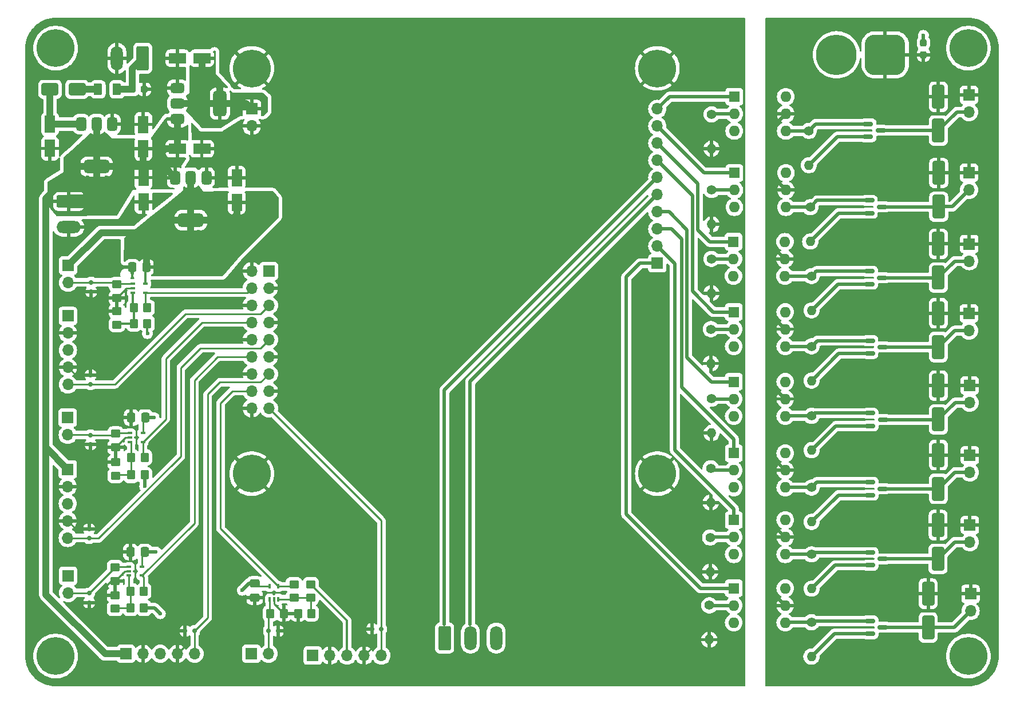
<source format=gbr>
%TF.GenerationSoftware,KiCad,Pcbnew,8.0.0-8.0.0-1~ubuntu20.04.1*%
%TF.CreationDate,2024-06-18T14:04:34-06:00*%
%TF.ProjectId,minibioreactor,6d696e69-6269-46f7-9265-6163746f722e,rev?*%
%TF.SameCoordinates,Original*%
%TF.FileFunction,Copper,L1,Top*%
%TF.FilePolarity,Positive*%
%FSLAX46Y46*%
G04 Gerber Fmt 4.6, Leading zero omitted, Abs format (unit mm)*
G04 Created by KiCad (PCBNEW 8.0.0-8.0.0-1~ubuntu20.04.1) date 2024-06-18 14:04:34*
%MOMM*%
%LPD*%
G01*
G04 APERTURE LIST*
G04 Aperture macros list*
%AMRoundRect*
0 Rectangle with rounded corners*
0 $1 Rounding radius*
0 $2 $3 $4 $5 $6 $7 $8 $9 X,Y pos of 4 corners*
0 Add a 4 corners polygon primitive as box body*
4,1,4,$2,$3,$4,$5,$6,$7,$8,$9,$2,$3,0*
0 Add four circle primitives for the rounded corners*
1,1,$1+$1,$2,$3*
1,1,$1+$1,$4,$5*
1,1,$1+$1,$6,$7*
1,1,$1+$1,$8,$9*
0 Add four rect primitives between the rounded corners*
20,1,$1+$1,$2,$3,$4,$5,0*
20,1,$1+$1,$4,$5,$6,$7,0*
20,1,$1+$1,$6,$7,$8,$9,0*
20,1,$1+$1,$8,$9,$2,$3,0*%
G04 Aperture macros list end*
%TA.AperFunction,SMDPad,CuDef*%
%ADD10RoundRect,0.100000X-0.225000X-0.100000X0.225000X-0.100000X0.225000X0.100000X-0.225000X0.100000X0*%
%TD*%
%TA.AperFunction,ComponentPad*%
%ADD11R,1.600000X1.600000*%
%TD*%
%TA.AperFunction,ComponentPad*%
%ADD12O,1.600000X1.600000*%
%TD*%
%TA.AperFunction,ComponentPad*%
%ADD13R,1.700000X1.700000*%
%TD*%
%TA.AperFunction,ComponentPad*%
%ADD14O,1.700000X1.700000*%
%TD*%
%TA.AperFunction,SMDPad,CuDef*%
%ADD15RoundRect,0.150000X-0.587500X-0.150000X0.587500X-0.150000X0.587500X0.150000X-0.587500X0.150000X0*%
%TD*%
%TA.AperFunction,SMDPad,CuDef*%
%ADD16RoundRect,0.250000X-0.350000X-0.450000X0.350000X-0.450000X0.350000X0.450000X-0.350000X0.450000X0*%
%TD*%
%TA.AperFunction,ComponentPad*%
%ADD17RoundRect,0.250000X-1.550000X0.650000X-1.550000X-0.650000X1.550000X-0.650000X1.550000X0.650000X0*%
%TD*%
%TA.AperFunction,ComponentPad*%
%ADD18O,3.600000X1.800000*%
%TD*%
%TA.AperFunction,SMDPad,CuDef*%
%ADD19RoundRect,0.250000X-0.450000X0.350000X-0.450000X-0.350000X0.450000X-0.350000X0.450000X0.350000X0*%
%TD*%
%TA.AperFunction,SMDPad,CuDef*%
%ADD20RoundRect,0.250000X-0.550000X1.050000X-0.550000X-1.050000X0.550000X-1.050000X0.550000X1.050000X0*%
%TD*%
%TA.AperFunction,SMDPad,CuDef*%
%ADD21RoundRect,0.150000X0.200000X-0.150000X0.200000X0.150000X-0.200000X0.150000X-0.200000X-0.150000X0*%
%TD*%
%TA.AperFunction,SMDPad,CuDef*%
%ADD22RoundRect,0.250000X0.337500X0.475000X-0.337500X0.475000X-0.337500X-0.475000X0.337500X-0.475000X0*%
%TD*%
%TA.AperFunction,SMDPad,CuDef*%
%ADD23RoundRect,0.250000X0.350000X0.450000X-0.350000X0.450000X-0.350000X-0.450000X0.350000X-0.450000X0*%
%TD*%
%TA.AperFunction,SMDPad,CuDef*%
%ADD24RoundRect,0.250000X-0.650000X1.500000X-0.650000X-1.500000X0.650000X-1.500000X0.650000X1.500000X0*%
%TD*%
%TA.AperFunction,SMDPad,CuDef*%
%ADD25RoundRect,0.250000X0.375000X0.625000X-0.375000X0.625000X-0.375000X-0.625000X0.375000X-0.625000X0*%
%TD*%
%TA.AperFunction,ComponentPad*%
%ADD26C,1.400000*%
%TD*%
%TA.AperFunction,ComponentPad*%
%ADD27O,1.400000X1.400000*%
%TD*%
%TA.AperFunction,SMDPad,CuDef*%
%ADD28RoundRect,0.237500X0.237500X-0.287500X0.237500X0.287500X-0.237500X0.287500X-0.237500X-0.287500X0*%
%TD*%
%TA.AperFunction,ComponentPad*%
%ADD29C,3.600000*%
%TD*%
%TA.AperFunction,ConnectorPad*%
%ADD30C,5.600000*%
%TD*%
%TA.AperFunction,SMDPad,CuDef*%
%ADD31RoundRect,0.250000X0.450000X-0.350000X0.450000X0.350000X-0.450000X0.350000X-0.450000X-0.350000X0*%
%TD*%
%TA.AperFunction,SMDPad,CuDef*%
%ADD32RoundRect,0.250000X-0.475000X0.337500X-0.475000X-0.337500X0.475000X-0.337500X0.475000X0.337500X0*%
%TD*%
%TA.AperFunction,SMDPad,CuDef*%
%ADD33RoundRect,0.250000X1.050000X0.550000X-1.050000X0.550000X-1.050000X-0.550000X1.050000X-0.550000X0*%
%TD*%
%TA.AperFunction,SMDPad,CuDef*%
%ADD34RoundRect,0.150000X0.150000X0.200000X-0.150000X0.200000X-0.150000X-0.200000X0.150000X-0.200000X0*%
%TD*%
%TA.AperFunction,SMDPad,CuDef*%
%ADD35RoundRect,0.375000X-0.625000X-0.375000X0.625000X-0.375000X0.625000X0.375000X-0.625000X0.375000X0*%
%TD*%
%TA.AperFunction,SMDPad,CuDef*%
%ADD36RoundRect,0.500000X-0.500000X-1.400000X0.500000X-1.400000X0.500000X1.400000X-0.500000X1.400000X0*%
%TD*%
%TA.AperFunction,SMDPad,CuDef*%
%ADD37RoundRect,0.250000X0.550000X-1.050000X0.550000X1.050000X-0.550000X1.050000X-0.550000X-1.050000X0*%
%TD*%
%TA.AperFunction,ComponentPad*%
%ADD38RoundRect,0.250000X0.650000X1.550000X-0.650000X1.550000X-0.650000X-1.550000X0.650000X-1.550000X0*%
%TD*%
%TA.AperFunction,ComponentPad*%
%ADD39O,1.800000X3.600000*%
%TD*%
%TA.AperFunction,SMDPad,CuDef*%
%ADD40RoundRect,0.150000X-0.200000X0.150000X-0.200000X-0.150000X0.200000X-0.150000X0.200000X0.150000X0*%
%TD*%
%TA.AperFunction,SMDPad,CuDef*%
%ADD41RoundRect,0.237500X-0.287500X-0.237500X0.287500X-0.237500X0.287500X0.237500X-0.287500X0.237500X0*%
%TD*%
%TA.AperFunction,SMDPad,CuDef*%
%ADD42RoundRect,0.150000X-0.150000X-0.200000X0.150000X-0.200000X0.150000X0.200000X-0.150000X0.200000X0*%
%TD*%
%TA.AperFunction,SMDPad,CuDef*%
%ADD43RoundRect,0.375000X-0.375000X0.625000X-0.375000X-0.625000X0.375000X-0.625000X0.375000X0.625000X0*%
%TD*%
%TA.AperFunction,SMDPad,CuDef*%
%ADD44RoundRect,0.500000X-1.400000X0.500000X-1.400000X-0.500000X1.400000X-0.500000X1.400000X0.500000X0*%
%TD*%
%TA.AperFunction,ComponentPad*%
%ADD45RoundRect,0.250000X-0.650000X-1.550000X0.650000X-1.550000X0.650000X1.550000X-0.650000X1.550000X0*%
%TD*%
%TA.AperFunction,ComponentPad*%
%ADD46RoundRect,1.500000X1.500000X1.500000X-1.500000X1.500000X-1.500000X-1.500000X1.500000X-1.500000X0*%
%TD*%
%TA.AperFunction,ComponentPad*%
%ADD47C,6.000000*%
%TD*%
%TA.AperFunction,SMDPad,CuDef*%
%ADD48RoundRect,0.100000X0.100000X-0.225000X0.100000X0.225000X-0.100000X0.225000X-0.100000X-0.225000X0*%
%TD*%
%TA.AperFunction,SMDPad,CuDef*%
%ADD49RoundRect,0.250000X-1.050000X-0.550000X1.050000X-0.550000X1.050000X0.550000X-1.050000X0.550000X0*%
%TD*%
%TA.AperFunction,SMDPad,CuDef*%
%ADD50RoundRect,0.250000X-1.000000X-0.650000X1.000000X-0.650000X1.000000X0.650000X-1.000000X0.650000X0*%
%TD*%
%TA.AperFunction,ViaPad*%
%ADD51C,0.600000*%
%TD*%
%TA.AperFunction,Conductor*%
%ADD52C,1.000000*%
%TD*%
%TA.AperFunction,Conductor*%
%ADD53C,2.000000*%
%TD*%
%TA.AperFunction,Conductor*%
%ADD54C,0.250000*%
%TD*%
%TA.AperFunction,Conductor*%
%ADD55C,0.500000*%
%TD*%
%TA.AperFunction,Conductor*%
%ADD56C,0.300000*%
%TD*%
G04 APERTURE END LIST*
D10*
%TO.P,U203,1,+*%
%TO.N,/analog_input/Vin4*%
X115860000Y-111795000D03*
%TO.P,U203,2,V-*%
%TO.N,GND*%
X115860000Y-112445000D03*
%TO.P,U203,3,-*%
%TO.N,/analog_input/FB4*%
X115860000Y-113095000D03*
%TO.P,U203,4*%
%TO.N,/Vout4*%
X117760000Y-113095000D03*
%TO.P,U203,5,V+*%
%TO.N,+3.3VADC*%
X117760000Y-111795000D03*
%TD*%
D11*
%TO.P,U304,1*%
%TO.N,/digital_output/Q3*%
X205300000Y-74070000D03*
D12*
%TO.P,U304,2*%
%TO.N,Net-(R307-Pad1)*%
X205300000Y-76610000D03*
%TO.P,U304,3,NC*%
%TO.N,unconnected-(U304-NC-Pad3)*%
X205300000Y-79150000D03*
%TO.P,U304,4*%
%TO.N,Net-(Q304-G)*%
X212920000Y-79150000D03*
%TO.P,U304,5*%
%TO.N,+12V*%
X212920000Y-76610000D03*
%TO.P,U304,6*%
%TO.N,unconnected-(U304-Pad6)*%
X212920000Y-74070000D03*
%TD*%
D13*
%TO.P,J301,1,Pin_1*%
%TO.N,+12V*%
X240095000Y-41920000D03*
D14*
%TO.P,J301,2,Pin_2*%
%TO.N,/digital_output/Qneg0*%
X240095000Y-44460000D03*
%TD*%
D15*
%TO.P,Q302,1,G*%
%TO.N,Net-(Q302-G)*%
X225345000Y-57550000D03*
%TO.P,Q302,2,S*%
%TO.N,GNDPWR*%
X225345000Y-59450000D03*
%TO.P,Q302,3,D*%
%TO.N,/digital_output/Qneg1*%
X227220000Y-58500000D03*
%TD*%
D11*
%TO.P,U301,1*%
%TO.N,/digital_output/Q0*%
X205380000Y-42200000D03*
D12*
%TO.P,U301,2*%
%TO.N,Net-(R301-Pad1)*%
X205380000Y-44740000D03*
%TO.P,U301,3,NC*%
%TO.N,unconnected-(U301-NC-Pad3)*%
X205380000Y-47280000D03*
%TO.P,U301,4*%
%TO.N,Net-(Q301-G)*%
X213000000Y-47280000D03*
%TO.P,U301,5*%
%TO.N,+12V*%
X213000000Y-44740000D03*
%TO.P,U301,6*%
%TO.N,unconnected-(U301-Pad6)*%
X213000000Y-42200000D03*
%TD*%
D13*
%TO.P,J202,1,Pin_1*%
%TO.N,+5V*%
X106820000Y-74655000D03*
D14*
%TO.P,J202,2,Pin_2*%
%TO.N,GND*%
X106820000Y-77195000D03*
%TO.P,J202,3,Pin_3*%
%TO.N,+3.3VADC*%
X106820000Y-79735000D03*
%TO.P,J202,4,Pin_4*%
%TO.N,GND*%
X106820000Y-82275000D03*
%TO.P,J202,5,Pin_5*%
%TO.N,/Vout1*%
X106820000Y-84815000D03*
%TD*%
D16*
%TO.P,R202,1*%
%TO.N,/analog_input/FB0*%
X116560000Y-75795000D03*
%TO.P,R202,2*%
%TO.N,+3.3VADC*%
X118560000Y-75795000D03*
%TD*%
D13*
%TO.P,J307,1,Pin_1*%
%TO.N,+12V*%
X240230000Y-105600000D03*
D14*
%TO.P,J307,2,Pin_2*%
%TO.N,/digital_output/Qneg6*%
X240230000Y-108140000D03*
%TD*%
D17*
%TO.P,J2,1,Pin_1*%
%TO.N,+5V*%
X106930000Y-57690000D03*
D18*
%TO.P,J2,2,Pin_2*%
%TO.N,GND*%
X106930000Y-61500000D03*
%TD*%
D19*
%TO.P,R207,1*%
%TO.N,GND*%
X113860000Y-96295000D03*
%TO.P,R207,2*%
%TO.N,/analog_input/FB2*%
X113860000Y-98295000D03*
%TD*%
D15*
%TO.P,Q307,1,G*%
%TO.N,Net-(Q307-G)*%
X225475000Y-109670000D03*
%TO.P,Q307,2,S*%
%TO.N,GNDPWR*%
X225475000Y-111570000D03*
%TO.P,Q307,3,D*%
%TO.N,/digital_output/Qneg6*%
X227350000Y-110620000D03*
%TD*%
D20*
%TO.P,C5,1*%
%TO.N,+5V*%
X117987500Y-54167500D03*
%TO.P,C5,2*%
%TO.N,GND*%
X117987500Y-57767500D03*
%TD*%
D21*
%TO.P,D204,1,A1*%
%TO.N,GND*%
X109960000Y-106195000D03*
%TO.P,D204,2,A2*%
%TO.N,/Vout3*%
X109960000Y-107595000D03*
%TD*%
D22*
%TO.P,C201,1*%
%TO.N,+3.3VADC*%
X118410000Y-67445000D03*
%TO.P,C201,2*%
%TO.N,GND*%
X116335000Y-67445000D03*
%TD*%
D23*
%TO.P,R213,1*%
%TO.N,GND*%
X138745000Y-118700000D03*
%TO.P,R213,2*%
%TO.N,/analog_input/Vin6*%
X136745000Y-118700000D03*
%TD*%
D24*
%TO.P,D303,1,K*%
%TO.N,+12V*%
X235560000Y-63980000D03*
%TO.P,D303,2,A*%
%TO.N,/digital_output/Qneg2*%
X235560000Y-68980000D03*
%TD*%
D25*
%TO.P,F1,1*%
%TO.N,VCC*%
X114067500Y-41100000D03*
%TO.P,F1,2*%
%TO.N,Net-(D2-A)*%
X111267500Y-41100000D03*
%TD*%
D26*
%TO.P,R304,1*%
%TO.N,Net-(Q302-G)*%
X216620000Y-58550000D03*
D27*
%TO.P,R304,2*%
%TO.N,GNDPWR*%
X216620000Y-63630000D03*
%TD*%
D28*
%TO.P,D3,1,K*%
%TO.N,+12V*%
X233362500Y-35987500D03*
%TO.P,D3,2,A*%
%TO.N,GNDPWR*%
X233362500Y-34237500D03*
%TD*%
D29*
%TO.P,H4,1,1*%
%TO.N,GND*%
X134000000Y-98000000D03*
D30*
X134000000Y-98000000D03*
%TD*%
D13*
%TO.P,J4,1,Pin_1*%
%TO.N,+3.3VADC*%
X136540000Y-68000000D03*
D14*
%TO.P,J4,2,Pin_2*%
%TO.N,GND*%
X134000000Y-68000000D03*
%TO.P,J4,3,Pin_3*%
X136540000Y-70540000D03*
%TO.P,J4,4,Pin_4*%
%TO.N,/Vout0*%
X134000000Y-70540000D03*
%TO.P,J4,5,Pin_5*%
%TO.N,/Vout1*%
X136540000Y-73080000D03*
%TO.P,J4,6,Pin_6*%
%TO.N,GND*%
X134000000Y-73080000D03*
%TO.P,J4,7,Pin_7*%
X136540000Y-75620000D03*
%TO.P,J4,8,Pin_8*%
%TO.N,/Vout2*%
X134000000Y-75620000D03*
%TO.P,J4,9,Pin_9*%
%TO.N,/Vout3*%
X136540000Y-78160000D03*
%TO.P,J4,10,Pin_10*%
%TO.N,GND*%
X134000000Y-78160000D03*
%TO.P,J4,11,Pin_11*%
X136540000Y-80700000D03*
%TO.P,J4,12,Pin_12*%
%TO.N,/Vout4*%
X134000000Y-80700000D03*
%TO.P,J4,13,Pin_13*%
%TO.N,/Vout5*%
X136540000Y-83240000D03*
%TO.P,J4,14,Pin_14*%
%TO.N,GND*%
X134000000Y-83240000D03*
%TO.P,J4,15,Pin_15*%
X136540000Y-85780000D03*
%TO.P,J4,16,Pin_16*%
%TO.N,/Vout6*%
X134000000Y-85780000D03*
%TO.P,J4,17,Pin_17*%
%TO.N,/Vout7*%
X136540000Y-88320000D03*
%TO.P,J4,18,Pin_18*%
%TO.N,GND*%
X134000000Y-88320000D03*
%TD*%
D31*
%TO.P,R214,1*%
%TO.N,/analog_input/FB6*%
X142745000Y-116400000D03*
%TO.P,R214,2*%
%TO.N,+3.3VADC*%
X142745000Y-114400000D03*
%TD*%
D32*
%TO.P,C204,1*%
%TO.N,+3.3VADC*%
X134445000Y-114262500D03*
%TO.P,C204,2*%
%TO.N,GND*%
X134445000Y-116337500D03*
%TD*%
D13*
%TO.P,J303,1,Pin_1*%
%TO.N,+12V*%
X240140000Y-64000000D03*
D14*
%TO.P,J303,2,Pin_2*%
%TO.N,/digital_output/Qneg2*%
X240140000Y-66540000D03*
%TD*%
D11*
%TO.P,U308,1*%
%TO.N,/digital_output/Q7*%
X205300000Y-114970000D03*
D12*
%TO.P,U308,2*%
%TO.N,Net-(R315-Pad1)*%
X205300000Y-117510000D03*
%TO.P,U308,3,NC*%
%TO.N,unconnected-(U308-NC-Pad3)*%
X205300000Y-120050000D03*
%TO.P,U308,4*%
%TO.N,Net-(Q308-G)*%
X212920000Y-120050000D03*
%TO.P,U308,5*%
%TO.N,+12V*%
X212920000Y-117510000D03*
%TO.P,U308,6*%
%TO.N,unconnected-(U308-Pad6)*%
X212920000Y-114970000D03*
%TD*%
D26*
%TO.P,R306,1*%
%TO.N,Net-(Q303-G)*%
X216820000Y-68750000D03*
D27*
%TO.P,R306,2*%
%TO.N,GNDPWR*%
X216820000Y-73830000D03*
%TD*%
D13*
%TO.P,J5,1,Pin_1*%
%TO.N,+3.3V*%
X134000000Y-44000000D03*
D14*
%TO.P,J5,2,Pin_2*%
%TO.N,GND*%
X134000000Y-46540000D03*
%TD*%
D10*
%TO.P,U202,1,+*%
%TO.N,/analog_input/Vin2*%
X116010000Y-91995000D03*
%TO.P,U202,2,V-*%
%TO.N,GND*%
X116010000Y-92645000D03*
%TO.P,U202,3,-*%
%TO.N,/analog_input/FB2*%
X116010000Y-93295000D03*
%TO.P,U202,4*%
%TO.N,/Vout2*%
X117910000Y-93295000D03*
%TO.P,U202,5,V+*%
%TO.N,+3.3VADC*%
X117910000Y-91995000D03*
%TD*%
D29*
%TO.P,H3,1,1*%
%TO.N,GND*%
X194000000Y-98000000D03*
D30*
X194000000Y-98000000D03*
%TD*%
D33*
%TO.P,C4,1*%
%TO.N,+3.3V*%
X126617500Y-36500000D03*
%TO.P,C4,2*%
%TO.N,GND*%
X123017500Y-36500000D03*
%TD*%
D13*
%TO.P,J201,1,Pin_1*%
%TO.N,+3.3VADC*%
X106860000Y-67195000D03*
D14*
%TO.P,J201,2,Pin_2*%
%TO.N,/analog_input/Vin0*%
X106860000Y-69735000D03*
%TD*%
D29*
%TO.P,H6,1,1*%
%TO.N,unconnected-(H6-Pad1)*%
X105000000Y-35000000D03*
D30*
X105000000Y-35000000D03*
%TD*%
D11*
%TO.P,U305,1*%
%TO.N,/digital_output/Q4*%
X205300000Y-84400000D03*
D12*
%TO.P,U305,2*%
%TO.N,Net-(R309-Pad1)*%
X205300000Y-86940000D03*
%TO.P,U305,3,NC*%
%TO.N,unconnected-(U305-NC-Pad3)*%
X205300000Y-89480000D03*
%TO.P,U305,4*%
%TO.N,Net-(Q305-G)*%
X212920000Y-89480000D03*
%TO.P,U305,5*%
%TO.N,+12V*%
X212920000Y-86940000D03*
%TO.P,U305,6*%
%TO.N,unconnected-(U305-Pad6)*%
X212920000Y-84400000D03*
%TD*%
D26*
%TO.P,R311,1*%
%TO.N,Net-(R311-Pad1)*%
X201900000Y-97200000D03*
D27*
%TO.P,R311,2*%
%TO.N,GND*%
X201900000Y-102280000D03*
%TD*%
D13*
%TO.P,J6,1,Pin_1*%
%TO.N,/digital_output/Q7*%
X194000000Y-66860000D03*
D14*
%TO.P,J6,2,Pin_2*%
%TO.N,/digital_output/Q6*%
X194000000Y-64320000D03*
%TO.P,J6,3,Pin_3*%
%TO.N,/digital_output/Q5*%
X194000000Y-61780000D03*
%TO.P,J6,4,Pin_4*%
%TO.N,/digital_output/Q4*%
X194000000Y-59240000D03*
%TO.P,J6,5,Pin_5*%
%TO.N,/D25DAC1*%
X194000000Y-56700000D03*
%TO.P,J6,6,Pin_6*%
%TO.N,/D26DAC2*%
X194000000Y-54160000D03*
%TO.P,J6,7,Pin_7*%
%TO.N,/digital_output/Q3*%
X194000000Y-51620000D03*
%TO.P,J6,8,Pin_8*%
%TO.N,/digital_output/Q2*%
X194000000Y-49080000D03*
%TO.P,J6,9,Pin_9*%
%TO.N,/digital_output/Q1*%
X194000000Y-46540000D03*
%TO.P,J6,10,Pin_10*%
%TO.N,/digital_output/Q0*%
X194000000Y-44000000D03*
%TD*%
D34*
%TO.P,D206,1,A1*%
%TO.N,GND*%
X124150000Y-121290000D03*
%TO.P,D206,2,A2*%
%TO.N,/Vout5*%
X125550000Y-121290000D03*
%TD*%
D26*
%TO.P,R305,1*%
%TO.N,Net-(R305-Pad1)*%
X202000000Y-66210000D03*
D27*
%TO.P,R305,2*%
%TO.N,GND*%
X202000000Y-71290000D03*
%TD*%
D26*
%TO.P,R310,1*%
%TO.N,Net-(Q305-G)*%
X216820000Y-89450000D03*
D27*
%TO.P,R310,2*%
%TO.N,GNDPWR*%
X216820000Y-94530000D03*
%TD*%
D13*
%TO.P,J308,1,Pin_1*%
%TO.N,+12V*%
X240330000Y-115800000D03*
D14*
%TO.P,J308,2,Pin_2*%
%TO.N,/digital_output/Qneg7*%
X240330000Y-118340000D03*
%TD*%
D13*
%TO.P,J306,1,Pin_1*%
%TO.N,+12V*%
X240230000Y-95270000D03*
D14*
%TO.P,J306,2,Pin_2*%
%TO.N,/digital_output/Qneg5*%
X240230000Y-97810000D03*
%TD*%
D20*
%TO.P,C1,1*%
%TO.N,/Vcc_protected*%
X104167500Y-46250000D03*
%TO.P,C1,2*%
%TO.N,GND*%
X104167500Y-49850000D03*
%TD*%
D35*
%TO.P,U2,1,GND*%
%TO.N,GND*%
X123007500Y-40917500D03*
%TO.P,U2,2,VO*%
%TO.N,+3.3V*%
X123007500Y-43217500D03*
D36*
X129307500Y-43217500D03*
D35*
%TO.P,U2,3,VI*%
%TO.N,+5V*%
X123007500Y-45517500D03*
%TD*%
D24*
%TO.P,D307,1,K*%
%TO.N,+12V*%
X235530000Y-105610000D03*
%TO.P,D307,2,A*%
%TO.N,/digital_output/Qneg6*%
X235530000Y-110610000D03*
%TD*%
D37*
%TO.P,C2,1*%
%TO.N,+5V*%
X117967500Y-49900000D03*
%TO.P,C2,2*%
%TO.N,GND*%
X117967500Y-46300000D03*
%TD*%
D13*
%TO.P,J304,1,Pin_1*%
%TO.N,+12V*%
X240090000Y-74290000D03*
D14*
%TO.P,J304,2,Pin_2*%
%TO.N,/digital_output/Qneg3*%
X240090000Y-76830000D03*
%TD*%
D13*
%TO.P,J204,1,Pin_1*%
%TO.N,+5V*%
X106790000Y-97365000D03*
D14*
%TO.P,J204,2,Pin_2*%
%TO.N,GND*%
X106790000Y-99905000D03*
%TO.P,J204,3,Pin_3*%
%TO.N,+3.3VADC*%
X106790000Y-102445000D03*
%TO.P,J204,4,Pin_4*%
%TO.N,GND*%
X106790000Y-104985000D03*
%TO.P,J204,5,Pin_5*%
%TO.N,/Vout3*%
X106790000Y-107525000D03*
%TD*%
D24*
%TO.P,D301,1,K*%
%TO.N,+12V*%
X235620000Y-53480000D03*
%TO.P,D301,2,A*%
%TO.N,/digital_output/Qneg1*%
X235620000Y-58480000D03*
%TD*%
D38*
%TO.P,J1,1,Pin_1*%
%TO.N,VCC*%
X117867500Y-36500000D03*
D39*
%TO.P,J1,2,Pin_2*%
%TO.N,GND*%
X114057500Y-36500000D03*
%TD*%
D26*
%TO.P,R303,1*%
%TO.N,Net-(R303-Pad1)*%
X202020000Y-56010000D03*
D27*
%TO.P,R303,2*%
%TO.N,GND*%
X202020000Y-61090000D03*
%TD*%
D40*
%TO.P,D205,1,A1*%
%TO.N,GND*%
X109960000Y-117095000D03*
%TO.P,D205,2,A2*%
%TO.N,/analog_input/Vin4*%
X109960000Y-115695000D03*
%TD*%
D26*
%TO.P,R307,1*%
%TO.N,Net-(R307-Pad1)*%
X201920000Y-76610000D03*
D27*
%TO.P,R307,2*%
%TO.N,GND*%
X201920000Y-81690000D03*
%TD*%
D15*
%TO.P,Q303,1,G*%
%TO.N,Net-(Q303-G)*%
X225405000Y-68040000D03*
%TO.P,Q303,2,S*%
%TO.N,GNDPWR*%
X225405000Y-69940000D03*
%TO.P,Q303,3,D*%
%TO.N,/digital_output/Qneg2*%
X227280000Y-68990000D03*
%TD*%
D21*
%TO.P,D202,1,A1*%
%TO.N,GND*%
X110160000Y-83395000D03*
%TO.P,D202,2,A2*%
%TO.N,/Vout1*%
X110160000Y-84795000D03*
%TD*%
D29*
%TO.P,H8,1,1*%
%TO.N,unconnected-(H8-Pad1)*%
X240000000Y-125000000D03*
D30*
X240000000Y-125000000D03*
%TD*%
D29*
%TO.P,H2,1,1*%
%TO.N,GND*%
X134000000Y-38000000D03*
D30*
X134000000Y-38000000D03*
%TD*%
D31*
%TO.P,R201,1*%
%TO.N,GND*%
X114060000Y-71995000D03*
%TO.P,R201,2*%
%TO.N,/analog_input/Vin0*%
X114060000Y-69995000D03*
%TD*%
D41*
%TO.P,D1,1,K*%
%TO.N,VCC*%
X116367500Y-41100000D03*
%TO.P,D1,2,A*%
%TO.N,GND*%
X118117500Y-41100000D03*
%TD*%
D40*
%TO.P,D201,1,A1*%
%TO.N,GND*%
X110260000Y-71095000D03*
%TO.P,D201,2,A2*%
%TO.N,/analog_input/Vin0*%
X110260000Y-69695000D03*
%TD*%
D16*
%TO.P,R212,1*%
%TO.N,/analog_input/FB4*%
X116060000Y-115395000D03*
%TO.P,R212,2*%
%TO.N,/Vout4*%
X118060000Y-115395000D03*
%TD*%
D11*
%TO.P,U307,1*%
%TO.N,/digital_output/Q6*%
X205300000Y-104860000D03*
D12*
%TO.P,U307,2*%
%TO.N,Net-(R313-Pad1)*%
X205300000Y-107400000D03*
%TO.P,U307,3,NC*%
%TO.N,unconnected-(U307-NC-Pad3)*%
X205300000Y-109940000D03*
%TO.P,U307,4*%
%TO.N,Net-(Q307-G)*%
X212920000Y-109940000D03*
%TO.P,U307,5*%
%TO.N,+12V*%
X212920000Y-107400000D03*
%TO.P,U307,6*%
%TO.N,unconnected-(U307-Pad6)*%
X212920000Y-104860000D03*
%TD*%
D26*
%TO.P,R301,1*%
%TO.N,Net-(R301-Pad1)*%
X202020000Y-44810000D03*
D27*
%TO.P,R301,2*%
%TO.N,GND*%
X202020000Y-49890000D03*
%TD*%
D42*
%TO.P,D207,1,A1*%
%TO.N,GND*%
X137900000Y-121300000D03*
%TO.P,D207,2,A2*%
%TO.N,/analog_input/Vin6*%
X136500000Y-121300000D03*
%TD*%
D10*
%TO.P,U201,1,+*%
%TO.N,/analog_input/Vin0*%
X116410000Y-69895000D03*
%TO.P,U201,2,V-*%
%TO.N,GND*%
X116410000Y-70545000D03*
%TO.P,U201,3,-*%
%TO.N,/analog_input/FB0*%
X116410000Y-71195000D03*
%TO.P,U201,4*%
%TO.N,/Vout0*%
X118310000Y-71195000D03*
%TO.P,U201,5,V+*%
%TO.N,+3.3VADC*%
X118310000Y-69895000D03*
%TD*%
D43*
%TO.P,U3,1,GND*%
%TO.N,GND*%
X127300000Y-54180000D03*
%TO.P,U3,2,VO*%
%TO.N,+3.3VADC*%
X125000000Y-54180000D03*
D44*
X125000000Y-60480000D03*
D43*
%TO.P,U3,3,VI*%
%TO.N,+5V*%
X122700000Y-54180000D03*
%TD*%
D15*
%TO.P,Q301,1,G*%
%TO.N,Net-(Q301-G)*%
X225165000Y-46230000D03*
%TO.P,Q301,2,S*%
%TO.N,GNDPWR*%
X225165000Y-48130000D03*
%TO.P,Q301,3,D*%
%TO.N,/digital_output/Qneg0*%
X227040000Y-47180000D03*
%TD*%
D26*
%TO.P,R308,1*%
%TO.N,Net-(Q304-G)*%
X216820000Y-79150000D03*
D27*
%TO.P,R308,2*%
%TO.N,GNDPWR*%
X216820000Y-84230000D03*
%TD*%
D26*
%TO.P,R314,1*%
%TO.N,Net-(Q307-G)*%
X216820000Y-109950000D03*
D27*
%TO.P,R314,2*%
%TO.N,GNDPWR*%
X216820000Y-115030000D03*
%TD*%
D37*
%TO.P,C6,1*%
%TO.N,+3.3VADC*%
X131787500Y-57817500D03*
%TO.P,C6,2*%
%TO.N,GND*%
X131787500Y-54217500D03*
%TD*%
D45*
%TO.P,J7,1,Pin_1*%
%TO.N,/D26DAC2*%
X162545000Y-122342500D03*
D39*
%TO.P,J7,2,Pin_2*%
%TO.N,/D25DAC1*%
X166355000Y-122342500D03*
%TO.P,J7,3,Pin_3*%
%TO.N,unconnected-(J7-Pin_3-Pad3)*%
X170165000Y-122342500D03*
%TD*%
D11*
%TO.P,U303,1*%
%TO.N,/digital_output/Q2*%
X205260000Y-63670000D03*
D12*
%TO.P,U303,2*%
%TO.N,Net-(R305-Pad1)*%
X205260000Y-66210000D03*
%TO.P,U303,3,NC*%
%TO.N,unconnected-(U303-NC-Pad3)*%
X205260000Y-68750000D03*
%TO.P,U303,4*%
%TO.N,Net-(Q303-G)*%
X212880000Y-68750000D03*
%TO.P,U303,5*%
%TO.N,+12V*%
X212880000Y-66210000D03*
%TO.P,U303,6*%
%TO.N,unconnected-(U303-Pad6)*%
X212880000Y-63670000D03*
%TD*%
D26*
%TO.P,R316,1*%
%TO.N,Net-(Q308-G)*%
X216800000Y-120000000D03*
D27*
%TO.P,R316,2*%
%TO.N,GNDPWR*%
X216800000Y-125080000D03*
%TD*%
D24*
%TO.P,D302,1,K*%
%TO.N,+12V*%
X235560000Y-42200000D03*
%TO.P,D302,2,A*%
%TO.N,/digital_output/Qneg0*%
X235560000Y-47200000D03*
%TD*%
D15*
%TO.P,Q305,1,G*%
%TO.N,Net-(Q305-G)*%
X225495000Y-89050000D03*
%TO.P,Q305,2,S*%
%TO.N,GNDPWR*%
X225495000Y-90950000D03*
%TO.P,Q305,3,D*%
%TO.N,/digital_output/Qneg4*%
X227370000Y-90000000D03*
%TD*%
D24*
%TO.P,D308,1,K*%
%TO.N,+12V*%
X234060000Y-115770000D03*
%TO.P,D308,2,A*%
%TO.N,/digital_output/Qneg7*%
X234060000Y-120770000D03*
%TD*%
D29*
%TO.P,H1,1,1*%
%TO.N,GND*%
X194000000Y-38000000D03*
D30*
X194000000Y-38000000D03*
%TD*%
D15*
%TO.P,Q304,1,G*%
%TO.N,Net-(Q304-G)*%
X225445000Y-78310000D03*
%TO.P,Q304,2,S*%
%TO.N,GNDPWR*%
X225445000Y-80210000D03*
%TO.P,Q304,3,D*%
%TO.N,/digital_output/Qneg3*%
X227320000Y-79260000D03*
%TD*%
D16*
%TO.P,R215,1*%
%TO.N,GND*%
X140845000Y-118700000D03*
%TO.P,R215,2*%
%TO.N,/analog_input/FB6*%
X142845000Y-118700000D03*
%TD*%
D26*
%TO.P,R302,1*%
%TO.N,Net-(Q301-G)*%
X216420000Y-47250000D03*
D27*
%TO.P,R302,2*%
%TO.N,GNDPWR*%
X216420000Y-52330000D03*
%TD*%
D40*
%TO.P,D203,1,A1*%
%TO.N,GND*%
X110160000Y-93695000D03*
%TO.P,D203,2,A2*%
%TO.N,/analog_input/Vin2*%
X110160000Y-92295000D03*
%TD*%
D22*
%TO.P,C203,1*%
%TO.N,+3.3VADC*%
X118160000Y-109595000D03*
%TO.P,C203,2*%
%TO.N,GND*%
X116085000Y-109595000D03*
%TD*%
D24*
%TO.P,D305,1,K*%
%TO.N,+12V*%
X235570000Y-84970000D03*
%TO.P,D305,2,A*%
%TO.N,/digital_output/Qneg4*%
X235570000Y-89970000D03*
%TD*%
D13*
%TO.P,J206,1,Pin_1*%
%TO.N,+5V*%
X115400000Y-124670000D03*
D14*
%TO.P,J206,2,Pin_2*%
%TO.N,GND*%
X117940000Y-124670000D03*
%TO.P,J206,3,Pin_3*%
%TO.N,+3.3VADC*%
X120480000Y-124670000D03*
%TO.P,J206,4,Pin_4*%
%TO.N,GND*%
X123020000Y-124670000D03*
%TO.P,J206,5,Pin_5*%
%TO.N,/Vout5*%
X125560000Y-124670000D03*
%TD*%
D31*
%TO.P,R209,1*%
%TO.N,GND*%
X113760000Y-113895000D03*
%TO.P,R209,2*%
%TO.N,/analog_input/Vin4*%
X113760000Y-111895000D03*
%TD*%
D13*
%TO.P,J302,1,Pin_1*%
%TO.N,+12V*%
X240110000Y-53450000D03*
D14*
%TO.P,J302,2,Pin_2*%
%TO.N,/digital_output/Qneg1*%
X240110000Y-55990000D03*
%TD*%
D46*
%TO.P,J3,1,Pin_1*%
%TO.N,+12V*%
X227700000Y-36000000D03*
D47*
%TO.P,J3,2,Pin_2*%
%TO.N,GNDPWR*%
X220500000Y-36000000D03*
%TD*%
D13*
%TO.P,J203,1,Pin_1*%
%TO.N,+3.3VADC*%
X106790000Y-89715000D03*
D14*
%TO.P,J203,2,Pin_2*%
%TO.N,/analog_input/Vin2*%
X106790000Y-92255000D03*
%TD*%
D16*
%TO.P,R208,1*%
%TO.N,/analog_input/FB2*%
X116160000Y-95595000D03*
%TO.P,R208,2*%
%TO.N,/Vout2*%
X118160000Y-95595000D03*
%TD*%
%TO.P,R210,1*%
%TO.N,/analog_input/FB4*%
X116060000Y-117895000D03*
%TO.P,R210,2*%
%TO.N,+3.3VADC*%
X118060000Y-117895000D03*
%TD*%
D48*
%TO.P,U204,1,+*%
%TO.N,/analog_input/Vin6*%
X136645000Y-116600000D03*
%TO.P,U204,2,V-*%
%TO.N,GND*%
X137295000Y-116600000D03*
%TO.P,U204,3,-*%
%TO.N,/analog_input/FB6*%
X137945000Y-116600000D03*
%TO.P,U204,4*%
%TO.N,/Vout6*%
X137945000Y-114700000D03*
%TO.P,U204,5,V+*%
%TO.N,+3.3VADC*%
X136645000Y-114700000D03*
%TD*%
D16*
%TO.P,R206,1*%
%TO.N,/analog_input/FB2*%
X116160000Y-98195000D03*
%TO.P,R206,2*%
%TO.N,+3.3VADC*%
X118160000Y-98195000D03*
%TD*%
D26*
%TO.P,R315,1*%
%TO.N,Net-(R315-Pad1)*%
X201700000Y-117500000D03*
D27*
%TO.P,R315,2*%
%TO.N,GND*%
X201700000Y-122580000D03*
%TD*%
D43*
%TO.P,U1,1,GND*%
%TO.N,GND*%
X113367500Y-46250000D03*
%TO.P,U1,2,VO*%
%TO.N,+5V*%
X111067500Y-46250000D03*
D44*
X111067500Y-52550000D03*
D43*
%TO.P,U1,3,VI*%
%TO.N,/Vcc_protected*%
X108767500Y-46250000D03*
%TD*%
D11*
%TO.P,U302,1*%
%TO.N,/digital_output/Q1*%
X205400000Y-53470000D03*
D12*
%TO.P,U302,2*%
%TO.N,Net-(R303-Pad1)*%
X205400000Y-56010000D03*
%TO.P,U302,3,NC*%
%TO.N,unconnected-(U302-NC-Pad3)*%
X205400000Y-58550000D03*
%TO.P,U302,4*%
%TO.N,Net-(Q302-G)*%
X213020000Y-58550000D03*
%TO.P,U302,5*%
%TO.N,+12V*%
X213020000Y-56010000D03*
%TO.P,U302,6*%
%TO.N,unconnected-(U302-Pad6)*%
X213020000Y-53470000D03*
%TD*%
D15*
%TO.P,Q306,1,G*%
%TO.N,Net-(Q306-G)*%
X225475000Y-99280000D03*
%TO.P,Q306,2,S*%
%TO.N,GNDPWR*%
X225475000Y-101180000D03*
%TO.P,Q306,3,D*%
%TO.N,/digital_output/Qneg5*%
X227350000Y-100230000D03*
%TD*%
D49*
%TO.P,C3,1*%
%TO.N,+5V*%
X123017500Y-49900000D03*
%TO.P,C3,2*%
%TO.N,GND*%
X126617500Y-49900000D03*
%TD*%
D26*
%TO.P,R309,1*%
%TO.N,Net-(R309-Pad1)*%
X202020000Y-86910000D03*
D27*
%TO.P,R309,2*%
%TO.N,GND*%
X202020000Y-91990000D03*
%TD*%
D22*
%TO.P,C202,1*%
%TO.N,+3.3VADC*%
X118260000Y-89695000D03*
%TO.P,C202,2*%
%TO.N,GND*%
X116185000Y-89695000D03*
%TD*%
D34*
%TO.P,D208,1,A1*%
%TO.N,GND*%
X151782500Y-121010000D03*
%TO.P,D208,2,A2*%
%TO.N,/Vout7*%
X153182500Y-121010000D03*
%TD*%
D26*
%TO.P,R312,1*%
%TO.N,Net-(Q306-G)*%
X216820000Y-100050000D03*
D27*
%TO.P,R312,2*%
%TO.N,GNDPWR*%
X216820000Y-105130000D03*
%TD*%
D19*
%TO.P,R211,1*%
%TO.N,GND*%
X113760000Y-115995000D03*
%TO.P,R211,2*%
%TO.N,/analog_input/FB4*%
X113760000Y-117995000D03*
%TD*%
D26*
%TO.P,R313,1*%
%TO.N,Net-(R313-Pad1)*%
X201820000Y-107450000D03*
D27*
%TO.P,R313,2*%
%TO.N,GND*%
X201820000Y-112530000D03*
%TD*%
D19*
%TO.P,R203,1*%
%TO.N,GND*%
X114060000Y-73945000D03*
%TO.P,R203,2*%
%TO.N,/analog_input/FB0*%
X114060000Y-75945000D03*
%TD*%
D13*
%TO.P,J207,1,Pin_1*%
%TO.N,+3.3VADC*%
X133965000Y-124650000D03*
D14*
%TO.P,J207,2,Pin_2*%
%TO.N,/analog_input/Vin6*%
X136505000Y-124650000D03*
%TD*%
D31*
%TO.P,R205,1*%
%TO.N,GND*%
X113860000Y-94095000D03*
%TO.P,R205,2*%
%TO.N,/analog_input/Vin2*%
X113860000Y-92095000D03*
%TD*%
D24*
%TO.P,D304,1,K*%
%TO.N,+12V*%
X235560000Y-74270000D03*
%TO.P,D304,2,A*%
%TO.N,/digital_output/Qneg3*%
X235560000Y-79270000D03*
%TD*%
D50*
%TO.P,D2,1,K*%
%TO.N,/Vcc_protected*%
X104167500Y-41100000D03*
%TO.P,D2,2,A*%
%TO.N,Net-(D2-A)*%
X108167500Y-41100000D03*
%TD*%
D13*
%TO.P,J208,1,Pin_1*%
%TO.N,+5V*%
X143030000Y-124930000D03*
D14*
%TO.P,J208,2,Pin_2*%
%TO.N,GND*%
X145570000Y-124930000D03*
%TO.P,J208,3,Pin_3*%
%TO.N,+3.3VADC*%
X148110000Y-124930000D03*
%TO.P,J208,4,Pin_4*%
%TO.N,GND*%
X150650000Y-124930000D03*
%TO.P,J208,5,Pin_5*%
%TO.N,/Vout7*%
X153190000Y-124930000D03*
%TD*%
D15*
%TO.P,Q308,1,G*%
%TO.N,Net-(Q308-G)*%
X225480000Y-119800000D03*
%TO.P,Q308,2,S*%
%TO.N,GNDPWR*%
X225480000Y-121700000D03*
%TO.P,Q308,3,D*%
%TO.N,/digital_output/Qneg7*%
X227355000Y-120750000D03*
%TD*%
D24*
%TO.P,D306,1,K*%
%TO.N,+12V*%
X235570000Y-95260000D03*
%TO.P,D306,2,A*%
%TO.N,/digital_output/Qneg5*%
X235570000Y-100260000D03*
%TD*%
D13*
%TO.P,J305,1,Pin_1*%
%TO.N,+12V*%
X240190000Y-84950000D03*
D14*
%TO.P,J305,2,Pin_2*%
%TO.N,/digital_output/Qneg4*%
X240190000Y-87490000D03*
%TD*%
D31*
%TO.P,R216,1*%
%TO.N,/analog_input/FB6*%
X140245000Y-116400000D03*
%TO.P,R216,2*%
%TO.N,/Vout6*%
X140245000Y-114400000D03*
%TD*%
D29*
%TO.P,H5,1,1*%
%TO.N,unconnected-(H5-Pad1)*%
X240000000Y-35000000D03*
D30*
X240000000Y-35000000D03*
%TD*%
D13*
%TO.P,J205,1,Pin_1*%
%TO.N,+3.3VADC*%
X106860000Y-113120000D03*
D14*
%TO.P,J205,2,Pin_2*%
%TO.N,/analog_input/Vin4*%
X106860000Y-115660000D03*
%TD*%
D11*
%TO.P,U306,1*%
%TO.N,/digital_output/Q5*%
X205300000Y-94970000D03*
D12*
%TO.P,U306,2*%
%TO.N,Net-(R311-Pad1)*%
X205300000Y-97510000D03*
%TO.P,U306,3,NC*%
%TO.N,unconnected-(U306-NC-Pad3)*%
X205300000Y-100050000D03*
%TO.P,U306,4*%
%TO.N,Net-(Q306-G)*%
X212920000Y-100050000D03*
%TO.P,U306,5*%
%TO.N,+12V*%
X212920000Y-97510000D03*
%TO.P,U306,6*%
%TO.N,unconnected-(U306-Pad6)*%
X212920000Y-94970000D03*
%TD*%
D16*
%TO.P,R204,1*%
%TO.N,/analog_input/FB0*%
X116560000Y-73445000D03*
%TO.P,R204,2*%
%TO.N,/Vout0*%
X118560000Y-73445000D03*
%TD*%
D29*
%TO.P,H7,1,1*%
%TO.N,unconnected-(H7-Pad1)*%
X105000000Y-125000000D03*
D30*
X105000000Y-125000000D03*
%TD*%
D51*
%TO.N,GND*%
X112560000Y-73900000D03*
X112530000Y-114550000D03*
X114125000Y-67425000D03*
X132725000Y-117525000D03*
X110160000Y-94690000D03*
X114900000Y-88100000D03*
X109950000Y-117980000D03*
X139380000Y-120080000D03*
X140825000Y-120225000D03*
X112420000Y-94070000D03*
X112590000Y-71960000D03*
X112325000Y-115975000D03*
X114900000Y-108250000D03*
X109170000Y-71060000D03*
X112280000Y-96250000D03*
%TO.N,+5V*%
X111100000Y-54100000D03*
X113950000Y-54120000D03*
X109760000Y-54100000D03*
X115620000Y-54120000D03*
X112540000Y-54100000D03*
X106720000Y-54110000D03*
X108310000Y-54110000D03*
%TO.N,+3.3VADC*%
X120480000Y-118730000D03*
X122620000Y-62230000D03*
X118410000Y-62310000D03*
X127720000Y-62300000D03*
X119835000Y-109587500D03*
X118175000Y-99887500D03*
X129640000Y-62270000D03*
X119550000Y-89715000D03*
X118580000Y-77250000D03*
X126110000Y-62200000D03*
X120620000Y-62410000D03*
X132595000Y-115275000D03*
X124310000Y-62270000D03*
%TO.N,GNDPWR*%
X233362500Y-33112500D03*
%TD*%
D52*
%TO.N,+5V*%
X117100000Y-52550000D02*
X117987500Y-52550000D01*
X117967500Y-52530000D02*
X117967500Y-49900000D01*
X117987500Y-52550000D02*
X117967500Y-52530000D01*
X116370000Y-52550000D02*
X117987500Y-52550000D01*
X117987500Y-52550000D02*
X117987500Y-54167500D01*
%TO.N,+3.3V*%
X126617500Y-36500000D02*
X126617500Y-38092500D01*
X126617500Y-38092500D02*
X129307500Y-40782500D01*
X129307500Y-40782500D02*
X129307500Y-43217500D01*
%TO.N,+5V*%
X120367500Y-52550000D02*
X120367500Y-50757500D01*
X120367500Y-50757500D02*
X121225000Y-49900000D01*
X121225000Y-49900000D02*
X123017500Y-49900000D01*
X111067500Y-54917500D02*
X111075000Y-54925000D01*
X111067500Y-52550000D02*
X111067500Y-54917500D01*
D53*
X110690000Y-57690000D02*
X110700000Y-57700000D01*
X106930000Y-57690000D02*
X110690000Y-57690000D01*
D52*
%TO.N,+3.3VADC*%
X125000000Y-60480000D02*
X125000000Y-62100000D01*
X125000000Y-60480000D02*
X120240000Y-60480000D01*
X120240000Y-60480000D02*
X118410000Y-62310000D01*
X125000000Y-60480000D02*
X130970000Y-60480000D01*
X130970000Y-60480000D02*
X131787500Y-59662500D01*
X131787500Y-59662500D02*
X131787500Y-57817500D01*
D54*
%TO.N,GND*%
X114125000Y-67425000D02*
X114145000Y-67445000D01*
X114145000Y-67445000D02*
X116335000Y-67445000D01*
X115510000Y-70545000D02*
X114060000Y-71995000D01*
X116410000Y-70545000D02*
X115510000Y-70545000D01*
X112325000Y-115975000D02*
X112345000Y-115995000D01*
X112345000Y-115995000D02*
X113760000Y-115995000D01*
X140825000Y-120225000D02*
X140845000Y-120205000D01*
X140845000Y-120205000D02*
X140845000Y-118700000D01*
D55*
%TO.N,+12V*%
X233362500Y-35987500D02*
X227712500Y-35987500D01*
X227712500Y-35987500D02*
X227700000Y-36000000D01*
D52*
%TO.N,/Vcc_protected*%
X104167500Y-41100000D02*
X104167500Y-46250000D01*
X104167500Y-46250000D02*
X108767500Y-46250000D01*
D54*
%TO.N,GND*%
X113860000Y-94095000D02*
X112445000Y-94095000D01*
X151782500Y-123797500D02*
X150650000Y-124930000D01*
X124150000Y-121290000D02*
X124150000Y-123540000D01*
X109960000Y-106195000D02*
X108000000Y-106195000D01*
X137295000Y-117250000D02*
X138745000Y-118700000D01*
X115210000Y-112445000D02*
X113760000Y-113895000D01*
X134445000Y-116337500D02*
X133962500Y-116337500D01*
X108000000Y-106195000D02*
X106790000Y-104985000D01*
X113760000Y-113895000D02*
X113185000Y-113895000D01*
X151782500Y-121010000D02*
X151782500Y-123797500D01*
X112625000Y-71995000D02*
X112590000Y-71960000D01*
X116085000Y-109595000D02*
X116085000Y-109485000D01*
X113185000Y-113895000D02*
X112530000Y-114550000D01*
X109205000Y-71095000D02*
X109170000Y-71060000D01*
X112605000Y-73945000D02*
X112560000Y-73900000D01*
X115310000Y-92645000D02*
X116010000Y-92645000D01*
X115860000Y-112445000D02*
X115210000Y-112445000D01*
X109960000Y-117970000D02*
X109950000Y-117980000D01*
X109960000Y-117095000D02*
X109960000Y-117970000D01*
X114060000Y-73945000D02*
X112605000Y-73945000D01*
X110160000Y-83395000D02*
X107940000Y-83395000D01*
X124150000Y-123540000D02*
X123020000Y-124670000D01*
X112325000Y-96295000D02*
X112280000Y-96250000D01*
X138745000Y-118700000D02*
X138745000Y-119445000D01*
X137900000Y-121300000D02*
X138160000Y-121300000D01*
X110260000Y-71095000D02*
X109205000Y-71095000D01*
X113860000Y-94095000D02*
X115310000Y-92645000D01*
X110160000Y-93695000D02*
X110160000Y-94690000D01*
X116185000Y-89695000D02*
X116185000Y-89385000D01*
X112445000Y-94095000D02*
X112420000Y-94070000D01*
X113860000Y-96295000D02*
X112325000Y-96295000D01*
X107940000Y-83395000D02*
X106820000Y-82275000D01*
X114060000Y-71995000D02*
X112625000Y-71995000D01*
X137295000Y-116600000D02*
X137295000Y-117250000D01*
D52*
%TO.N,+5V*%
X121070000Y-52550000D02*
X122700000Y-54180000D01*
X111067500Y-52550000D02*
X108280000Y-52550000D01*
X111067500Y-52550000D02*
X116370000Y-52550000D01*
X103550000Y-115910000D02*
X103550000Y-94125000D01*
X112310000Y-124670000D02*
X103550000Y-115910000D01*
X120367500Y-52550000D02*
X121070000Y-52550000D01*
X111067500Y-52550000D02*
X114050000Y-52550000D01*
X103550000Y-94125000D02*
X106790000Y-97365000D01*
X111067500Y-52550000D02*
X111067500Y-52627500D01*
X111067500Y-46250000D02*
X111067500Y-52550000D01*
X116370000Y-52550000D02*
X117100000Y-52550000D01*
X123017500Y-45527500D02*
X123007500Y-45517500D01*
X117100000Y-52550000D02*
X120367500Y-52550000D01*
X123017500Y-49900000D02*
X123017500Y-45527500D01*
X103550000Y-57280000D02*
X103550000Y-94125000D01*
X111067500Y-52550000D02*
X109870000Y-52550000D01*
X106720000Y-54110000D02*
X103550000Y-57280000D01*
X111067500Y-52550000D02*
X112380000Y-52550000D01*
X108280000Y-52550000D02*
X106720000Y-54110000D01*
X115400000Y-124670000D02*
X112310000Y-124670000D01*
%TO.N,+3.3V*%
X129307500Y-43217500D02*
X133217500Y-43217500D01*
X123007500Y-43217500D02*
X129307500Y-43217500D01*
X133217500Y-43217500D02*
X134000000Y-44000000D01*
%TO.N,+3.3VADC*%
X111745000Y-62310000D02*
X106860000Y-67195000D01*
D55*
X118260000Y-89695000D02*
X119530000Y-89695000D01*
X133607500Y-114262500D02*
X132595000Y-115275000D01*
D54*
X117760000Y-109995000D02*
X118160000Y-109595000D01*
D56*
X118310000Y-67545000D02*
X118410000Y-67445000D01*
D54*
X117910000Y-90045000D02*
X118260000Y-89695000D01*
D56*
X148110000Y-119765000D02*
X148110000Y-124930000D01*
D52*
X118410000Y-62310000D02*
X111745000Y-62310000D01*
D55*
X134445000Y-114262500D02*
X133607500Y-114262500D01*
X118160000Y-99872500D02*
X118175000Y-99887500D01*
X119530000Y-89695000D02*
X119550000Y-89715000D01*
D52*
X125000000Y-54180000D02*
X125000000Y-60480000D01*
X118430000Y-67425000D02*
X118410000Y-67445000D01*
D55*
X118060000Y-117895000D02*
X119645000Y-117895000D01*
X119645000Y-117895000D02*
X120480000Y-118730000D01*
D52*
X118410000Y-62310000D02*
X118430000Y-62330000D01*
D56*
X118560000Y-77230000D02*
X118580000Y-77250000D01*
D55*
X118160000Y-109595000D02*
X119827500Y-109595000D01*
D56*
X118560000Y-75795000D02*
X118560000Y-77230000D01*
D54*
X117760000Y-111795000D02*
X117760000Y-109995000D01*
D55*
X119827500Y-109595000D02*
X119835000Y-109587500D01*
D54*
X134882500Y-114700000D02*
X134445000Y-114262500D01*
X136645000Y-114700000D02*
X134882500Y-114700000D01*
D55*
X118160000Y-98195000D02*
X118160000Y-99872500D01*
D52*
X118430000Y-62330000D02*
X118430000Y-67425000D01*
D56*
X142745000Y-114400000D02*
X148110000Y-119765000D01*
D54*
X117910000Y-91995000D02*
X117910000Y-90045000D01*
D56*
X118310000Y-69895000D02*
X118310000Y-67545000D01*
D52*
%TO.N,VCC*%
X116367500Y-38000000D02*
X116367500Y-41100000D01*
X117867500Y-36500000D02*
X116367500Y-38000000D01*
X116367500Y-41100000D02*
X114067500Y-41100000D01*
%TO.N,Net-(D2-A)*%
X111267500Y-41100000D02*
X108167500Y-41100000D01*
D55*
%TO.N,/digital_output/Q5*%
X197600000Y-63300000D02*
X197600000Y-85200000D01*
X196080000Y-61780000D02*
X197600000Y-63300000D01*
X194000000Y-61780000D02*
X196080000Y-61780000D01*
X197600000Y-85200000D02*
X205300000Y-92900000D01*
X205300000Y-92900000D02*
X205300000Y-94970000D01*
%TO.N,+12V*%
X212920000Y-86940000D02*
X211000000Y-85020000D01*
X211000000Y-95590000D02*
X211000000Y-95500000D01*
X233287500Y-35912500D02*
X233362500Y-35987500D01*
X211000000Y-53600000D02*
X211000000Y-53990000D01*
X211000000Y-95500000D02*
X211000000Y-105500000D01*
X212920000Y-97510000D02*
X211000000Y-95590000D01*
X213000000Y-44740000D02*
X211000000Y-46740000D01*
X211000000Y-85000000D02*
X211000000Y-95500000D01*
X211000000Y-46740000D02*
X211000000Y-53600000D01*
X212880000Y-66210000D02*
X211070000Y-64400000D01*
X211020000Y-105500000D02*
X211000000Y-105500000D01*
X212920000Y-76610000D02*
X211010000Y-74700000D01*
X211000000Y-64400000D02*
X211000000Y-74700000D01*
X212920000Y-107400000D02*
X211020000Y-105500000D01*
X211000000Y-85020000D02*
X211000000Y-85000000D01*
X211000000Y-53600000D02*
X211000000Y-64400000D01*
X211000000Y-105500000D02*
X211000000Y-115590000D01*
X211000000Y-53990000D02*
X213020000Y-56010000D01*
X211000000Y-115590000D02*
X212920000Y-117510000D01*
X211010000Y-74700000D02*
X211000000Y-74700000D01*
X211070000Y-64400000D02*
X211000000Y-64400000D01*
X211000000Y-74700000D02*
X211000000Y-85000000D01*
%TO.N,/digital_output/Q6*%
X194000000Y-64320000D02*
X196600000Y-66920000D01*
X196600000Y-66920000D02*
X196600000Y-94500000D01*
X196600000Y-94500000D02*
X205300000Y-103200000D01*
X205300000Y-103200000D02*
X205300000Y-104860000D01*
%TO.N,/digital_output/Q7*%
X200370000Y-114970000D02*
X205300000Y-114970000D01*
X194000000Y-66860000D02*
X191440000Y-66860000D01*
X189400000Y-68900000D02*
X189400000Y-104000000D01*
X191440000Y-66860000D02*
X189400000Y-68900000D01*
X189400000Y-104000000D02*
X200370000Y-114970000D01*
D54*
%TO.N,/Vout6*%
X129390000Y-87550000D02*
X131160000Y-85780000D01*
X137945000Y-114700000D02*
X139945000Y-114700000D01*
X129390000Y-106145000D02*
X129390000Y-87550000D01*
X137945000Y-114700000D02*
X129390000Y-106145000D01*
X139945000Y-114700000D02*
X140245000Y-114400000D01*
X131160000Y-85780000D02*
X134000000Y-85780000D01*
%TO.N,/Vout7*%
X153182500Y-121010000D02*
X153182500Y-104962500D01*
X153190000Y-121017500D02*
X153182500Y-121010000D01*
X153182500Y-104962500D02*
X136540000Y-88320000D01*
X153190000Y-124930000D02*
X153190000Y-121017500D01*
%TO.N,/Vout1*%
X110140000Y-84815000D02*
X110160000Y-84795000D01*
X110160000Y-84795000D02*
X113775000Y-84795000D01*
X113775000Y-84795000D02*
X124240000Y-74330000D01*
X106820000Y-84815000D02*
X110140000Y-84815000D01*
X124240000Y-74330000D02*
X135290000Y-74330000D01*
X135290000Y-74330000D02*
X136540000Y-73080000D01*
%TO.N,/Vout4*%
X128970000Y-80700000D02*
X134000000Y-80700000D01*
X117760000Y-113095000D02*
X125520000Y-105335000D01*
X125520000Y-84150000D02*
X128970000Y-80700000D01*
X118060000Y-113395000D02*
X117760000Y-113095000D01*
X118060000Y-115395000D02*
X118060000Y-113395000D01*
X125520000Y-105335000D02*
X125520000Y-84150000D01*
%TO.N,/Vout2*%
X117910000Y-93295000D02*
X117910000Y-95345000D01*
X121290000Y-80990000D02*
X126660000Y-75620000D01*
X117910000Y-93295000D02*
X121290000Y-89915000D01*
X121290000Y-89915000D02*
X121290000Y-80990000D01*
X117910000Y-95345000D02*
X118160000Y-95595000D01*
X126660000Y-75620000D02*
X134000000Y-75620000D01*
%TO.N,/Vout5*%
X127480000Y-119360000D02*
X127480000Y-86250000D01*
X125550000Y-121290000D02*
X127480000Y-119360000D01*
X127480000Y-86250000D02*
X129250000Y-84480000D01*
X129250000Y-84480000D02*
X135300000Y-84480000D01*
X125560000Y-124670000D02*
X125560000Y-121300000D01*
X125560000Y-121300000D02*
X125550000Y-121290000D01*
X135300000Y-84480000D02*
X136540000Y-83240000D01*
%TO.N,/Vout3*%
X123520000Y-82330000D02*
X126430000Y-79420000D01*
X111351384Y-107595000D02*
X123520000Y-95426384D01*
X109960000Y-107595000D02*
X111351384Y-107595000D01*
X126430000Y-79420000D02*
X135280000Y-79420000D01*
X135280000Y-79420000D02*
X136540000Y-78160000D01*
X123520000Y-95426384D02*
X123520000Y-82330000D01*
X109890000Y-107525000D02*
X109960000Y-107595000D01*
X106790000Y-107525000D02*
X109890000Y-107525000D01*
%TO.N,/Vout0*%
X133345000Y-71195000D02*
X134000000Y-70540000D01*
X118310000Y-71195000D02*
X133345000Y-71195000D01*
X118310000Y-73195000D02*
X118560000Y-73445000D01*
X118310000Y-71195000D02*
X118310000Y-73195000D01*
D55*
%TO.N,/digital_output/Qneg1*%
X237620000Y-58480000D02*
X240110000Y-55990000D01*
X235620000Y-58480000D02*
X237620000Y-58480000D01*
X235600000Y-58500000D02*
X235620000Y-58480000D01*
X227220000Y-58500000D02*
X235600000Y-58500000D01*
%TO.N,/digital_output/Qneg0*%
X227040000Y-47180000D02*
X235540000Y-47180000D01*
X238300000Y-44460000D02*
X240095000Y-44460000D01*
X235560000Y-47200000D02*
X238300000Y-44460000D01*
X235540000Y-47180000D02*
X235560000Y-47200000D01*
%TO.N,/digital_output/Qneg2*%
X238000000Y-66540000D02*
X240140000Y-66540000D01*
X235550000Y-68990000D02*
X235560000Y-68980000D01*
X235560000Y-68980000D02*
X238000000Y-66540000D01*
X227280000Y-68990000D02*
X235550000Y-68990000D01*
%TO.N,/digital_output/Qneg3*%
X238000000Y-76830000D02*
X240090000Y-76830000D01*
X235560000Y-79270000D02*
X238000000Y-76830000D01*
X227320000Y-79260000D02*
X235550000Y-79260000D01*
X235550000Y-79260000D02*
X235560000Y-79270000D01*
%TO.N,/digital_output/Qneg4*%
X238050000Y-87490000D02*
X240190000Y-87490000D01*
X227370000Y-90000000D02*
X235540000Y-90000000D01*
X235570000Y-89970000D02*
X238050000Y-87490000D01*
X235540000Y-90000000D02*
X235570000Y-89970000D01*
%TO.N,/digital_output/Q4*%
X198400000Y-61900000D02*
X198400000Y-80800000D01*
X195740000Y-59240000D02*
X198400000Y-61900000D01*
X198400000Y-80800000D02*
X202000000Y-84400000D01*
X202000000Y-84400000D02*
X205300000Y-84400000D01*
X194000000Y-59240000D02*
X195740000Y-59240000D01*
%TO.N,/digital_output/Q1*%
X194000000Y-46540000D02*
X200930000Y-53470000D01*
X200930000Y-53470000D02*
X205400000Y-53470000D01*
%TO.N,/D25DAC1*%
X166320000Y-84380000D02*
X166320000Y-120350000D01*
X194000000Y-56700000D02*
X166320000Y-84380000D01*
%TO.N,/D26DAC2*%
X162510000Y-85650000D02*
X162510000Y-120350000D01*
X194000000Y-54160000D02*
X162510000Y-85650000D01*
%TO.N,/digital_output/Q0*%
X194000000Y-44000000D02*
X195800000Y-42200000D01*
X195800000Y-42200000D02*
X205380000Y-42200000D01*
%TO.N,/digital_output/Q3*%
X202270000Y-74070000D02*
X205300000Y-74070000D01*
X199200000Y-56820000D02*
X199200000Y-71000000D01*
X199200000Y-71000000D02*
X202270000Y-74070000D01*
X194000000Y-51620000D02*
X199200000Y-56820000D01*
%TO.N,/digital_output/Qneg5*%
X227350000Y-100230000D02*
X235540000Y-100230000D01*
X235540000Y-100230000D02*
X235570000Y-100260000D01*
X235570000Y-100260000D02*
X238020000Y-97810000D01*
X238020000Y-97810000D02*
X240230000Y-97810000D01*
%TO.N,/digital_output/Q2*%
X201770000Y-63670000D02*
X205260000Y-63670000D01*
X194000000Y-49080000D02*
X200000000Y-55080000D01*
X200000000Y-55080000D02*
X200000000Y-61900000D01*
X200000000Y-61900000D02*
X201770000Y-63670000D01*
%TO.N,/digital_output/Qneg6*%
X227350000Y-110620000D02*
X235520000Y-110620000D01*
X238000000Y-108140000D02*
X240230000Y-108140000D01*
X235520000Y-110620000D02*
X235530000Y-110610000D01*
X235530000Y-110610000D02*
X238000000Y-108140000D01*
%TO.N,GNDPWR*%
X225165000Y-48130000D02*
X220620000Y-48130000D01*
X220620000Y-48130000D02*
X216420000Y-52330000D01*
X225475000Y-101180000D02*
X220770000Y-101180000D01*
X220840000Y-80210000D02*
X216820000Y-84230000D01*
X225345000Y-59450000D02*
X220800000Y-59450000D01*
X225445000Y-80210000D02*
X220840000Y-80210000D01*
X233362500Y-34237500D02*
X233362500Y-33112500D01*
X225475000Y-111570000D02*
X220280000Y-111570000D01*
X220710000Y-69940000D02*
X216820000Y-73830000D01*
X225405000Y-69940000D02*
X220710000Y-69940000D01*
X220800000Y-59450000D02*
X216620000Y-63630000D01*
X225495000Y-90950000D02*
X220400000Y-90950000D01*
X225480000Y-121700000D02*
X220180000Y-121700000D01*
X220280000Y-111570000D02*
X216820000Y-115030000D01*
X220770000Y-101180000D02*
X216820000Y-105130000D01*
X220400000Y-90950000D02*
X216820000Y-94530000D01*
X220180000Y-121700000D02*
X216800000Y-125080000D01*
%TO.N,Net-(Q301-G)*%
X217440000Y-46230000D02*
X216420000Y-47250000D01*
X213000000Y-47280000D02*
X216390000Y-47280000D01*
X225165000Y-46230000D02*
X217440000Y-46230000D01*
X216390000Y-47280000D02*
X216420000Y-47250000D01*
%TO.N,Net-(Q302-G)*%
X216620000Y-58550000D02*
X213020000Y-58550000D01*
X217620000Y-57550000D02*
X216620000Y-58550000D01*
X225345000Y-57550000D02*
X217620000Y-57550000D01*
%TO.N,Net-(Q303-G)*%
X225405000Y-68040000D02*
X217530000Y-68040000D01*
X217530000Y-68040000D02*
X216820000Y-68750000D01*
X212880000Y-68750000D02*
X216820000Y-68750000D01*
%TO.N,Net-(Q304-G)*%
X216820000Y-79150000D02*
X212920000Y-79150000D01*
X217660000Y-78310000D02*
X216820000Y-79150000D01*
X225445000Y-78310000D02*
X217660000Y-78310000D01*
%TO.N,Net-(Q305-G)*%
X225495000Y-89050000D02*
X217220000Y-89050000D01*
X212950000Y-89450000D02*
X212920000Y-89480000D01*
X217220000Y-89050000D02*
X216820000Y-89450000D01*
X216820000Y-89450000D02*
X212950000Y-89450000D01*
%TO.N,Net-(R301-Pad1)*%
X202090000Y-44740000D02*
X202020000Y-44810000D01*
X205380000Y-44740000D02*
X202090000Y-44740000D01*
%TO.N,Net-(R303-Pad1)*%
X205400000Y-56010000D02*
X202020000Y-56010000D01*
%TO.N,Net-(R305-Pad1)*%
X205260000Y-66210000D02*
X202000000Y-66210000D01*
%TO.N,Net-(R307-Pad1)*%
X205300000Y-76610000D02*
X201920000Y-76610000D01*
%TO.N,Net-(R309-Pad1)*%
X202050000Y-86940000D02*
X202020000Y-86910000D01*
X205300000Y-86940000D02*
X202050000Y-86940000D01*
%TO.N,/digital_output/Qneg7*%
X227355000Y-120750000D02*
X234040000Y-120750000D01*
X234060000Y-120770000D02*
X237900000Y-120770000D01*
X237900000Y-120770000D02*
X240330000Y-118340000D01*
X234040000Y-120750000D02*
X234060000Y-120770000D01*
%TO.N,Net-(Q306-G)*%
X216820000Y-100050000D02*
X212920000Y-100050000D01*
X225475000Y-99280000D02*
X217590000Y-99280000D01*
X217590000Y-99280000D02*
X216820000Y-100050000D01*
%TO.N,Net-(Q307-G)*%
X212930000Y-109950000D02*
X212920000Y-109940000D01*
X216820000Y-109950000D02*
X212930000Y-109950000D01*
X225475000Y-109670000D02*
X217100000Y-109670000D01*
X217100000Y-109670000D02*
X216820000Y-109950000D01*
%TO.N,Net-(Q308-G)*%
X216800000Y-120000000D02*
X212970000Y-120000000D01*
X217000000Y-119800000D02*
X216800000Y-120000000D01*
X225480000Y-119800000D02*
X217000000Y-119800000D01*
X212970000Y-120000000D02*
X212920000Y-120050000D01*
%TO.N,Net-(R311-Pad1)*%
X202210000Y-97510000D02*
X201900000Y-97200000D01*
X205300000Y-97510000D02*
X202210000Y-97510000D01*
%TO.N,Net-(R313-Pad1)*%
X205300000Y-107400000D02*
X201870000Y-107400000D01*
X201870000Y-107400000D02*
X201820000Y-107450000D01*
%TO.N,Net-(R315-Pad1)*%
X205300000Y-117510000D02*
X201710000Y-117510000D01*
X201710000Y-117510000D02*
X201700000Y-117500000D01*
D54*
%TO.N,/analog_input/Vin0*%
X110260000Y-69695000D02*
X113760000Y-69695000D01*
X110260000Y-69695000D02*
X106900000Y-69695000D01*
X106900000Y-69695000D02*
X106860000Y-69735000D01*
X116410000Y-69895000D02*
X114160000Y-69895000D01*
X113760000Y-69695000D02*
X114060000Y-69995000D01*
X114160000Y-69895000D02*
X114060000Y-69995000D01*
%TO.N,/analog_input/Vin2*%
X106790000Y-92255000D02*
X110120000Y-92255000D01*
X110120000Y-92255000D02*
X110160000Y-92295000D01*
X113660000Y-92295000D02*
X113860000Y-92095000D01*
X113960000Y-91995000D02*
X113860000Y-92095000D01*
X116010000Y-91995000D02*
X113960000Y-91995000D01*
X110160000Y-92295000D02*
X113660000Y-92295000D01*
%TO.N,/analog_input/Vin4*%
X109960000Y-115695000D02*
X113760000Y-111895000D01*
X115860000Y-111795000D02*
X113860000Y-111795000D01*
X106860000Y-115660000D02*
X109925000Y-115660000D01*
X109925000Y-115660000D02*
X109960000Y-115695000D01*
X113860000Y-111795000D02*
X113760000Y-111895000D01*
%TO.N,/analog_input/Vin6*%
X136645000Y-116600000D02*
X136645000Y-118600000D01*
X136645000Y-118600000D02*
X136745000Y-118700000D01*
X136500000Y-121300000D02*
X136500000Y-124645000D01*
X136500000Y-121300000D02*
X136500000Y-118945000D01*
X136500000Y-118945000D02*
X136745000Y-118700000D01*
X136500000Y-124645000D02*
X136505000Y-124650000D01*
D56*
%TO.N,/analog_input/FB0*%
X116410000Y-73295000D02*
X116560000Y-73445000D01*
X116560000Y-75795000D02*
X116560000Y-73445000D01*
X116410000Y-71195000D02*
X116410000Y-73295000D01*
X114210000Y-75795000D02*
X114060000Y-75945000D01*
X116560000Y-75795000D02*
X114210000Y-75795000D01*
D54*
%TO.N,/analog_input/FB2*%
X116160000Y-95595000D02*
X116160000Y-93445000D01*
X116160000Y-93445000D02*
X116010000Y-93295000D01*
X113960000Y-98195000D02*
X113860000Y-98295000D01*
X116160000Y-95595000D02*
X116160000Y-98195000D01*
X116160000Y-98195000D02*
X113960000Y-98195000D01*
%TO.N,/analog_input/FB4*%
X115860000Y-115195000D02*
X116060000Y-115395000D01*
X116060000Y-117895000D02*
X113860000Y-117895000D01*
X113860000Y-117895000D02*
X113760000Y-117995000D01*
X115860000Y-113095000D02*
X115860000Y-115195000D01*
X116060000Y-115395000D02*
X116060000Y-117895000D01*
%TO.N,/analog_input/FB6*%
X142745000Y-118600000D02*
X142845000Y-118700000D01*
X137945000Y-116600000D02*
X140045000Y-116600000D01*
X140245000Y-116400000D02*
X142745000Y-116400000D01*
X142745000Y-116400000D02*
X142745000Y-118600000D01*
X140045000Y-116600000D02*
X140245000Y-116400000D01*
%TD*%
%TA.AperFunction,Conductor*%
%TO.N,+3.3V*%
G36*
X128548955Y-35368154D02*
G01*
X128615685Y-35388859D01*
X128660629Y-35442354D01*
X128671058Y-35491055D01*
X128699999Y-38799998D01*
X128700001Y-38800001D01*
X130440134Y-40748951D01*
X130470100Y-40812069D01*
X130461185Y-40881367D01*
X130416220Y-40934845D01*
X130349480Y-40955523D01*
X130290227Y-40941446D01*
X130180361Y-40884057D01*
X129984828Y-40828109D01*
X129984825Y-40828108D01*
X129865500Y-40817500D01*
X129557500Y-40817500D01*
X129557500Y-42967500D01*
X130807500Y-42967500D01*
X130807500Y-41759502D01*
X130807499Y-41759499D01*
X130796891Y-41640174D01*
X130796890Y-41640171D01*
X130739212Y-41438590D01*
X130741611Y-41437903D01*
X130736066Y-41379370D01*
X130768128Y-41317291D01*
X130828663Y-41282401D01*
X130898451Y-41285777D01*
X130950304Y-41320341D01*
X131199999Y-41600000D01*
X131282669Y-41600739D01*
X135622895Y-41639578D01*
X135689754Y-41659862D01*
X135704942Y-41671591D01*
X136359160Y-42263076D01*
X136395687Y-42322637D01*
X136400000Y-42355056D01*
X136400000Y-44347516D01*
X136380315Y-44414555D01*
X136362322Y-44436536D01*
X135775623Y-45005456D01*
X135713792Y-45037993D01*
X135690379Y-45040431D01*
X135473589Y-45042316D01*
X135406381Y-45023215D01*
X135360169Y-44970811D01*
X135349223Y-44905056D01*
X135349999Y-44897840D01*
X135350000Y-44897827D01*
X135350000Y-44250000D01*
X134433012Y-44250000D01*
X134465925Y-44192993D01*
X134500000Y-44065826D01*
X134500000Y-43934174D01*
X134465925Y-43807007D01*
X134433012Y-43750000D01*
X135350000Y-43750000D01*
X135350000Y-43102172D01*
X135349999Y-43102155D01*
X135343598Y-43042627D01*
X135343596Y-43042620D01*
X135293354Y-42907913D01*
X135293350Y-42907906D01*
X135207190Y-42792812D01*
X135207187Y-42792809D01*
X135092093Y-42706649D01*
X135092086Y-42706645D01*
X134957379Y-42656403D01*
X134957372Y-42656401D01*
X134897844Y-42650000D01*
X134250000Y-42650000D01*
X134250000Y-43566988D01*
X134192993Y-43534075D01*
X134065826Y-43500000D01*
X133934174Y-43500000D01*
X133807007Y-43534075D01*
X133750000Y-43566988D01*
X133750000Y-42650000D01*
X133102155Y-42650000D01*
X133042627Y-42656401D01*
X133042620Y-42656403D01*
X132907913Y-42706645D01*
X132907906Y-42706649D01*
X132792812Y-42792809D01*
X132792809Y-42792812D01*
X132706649Y-42907906D01*
X132706645Y-42907913D01*
X132656403Y-43042620D01*
X132656401Y-43042627D01*
X132650000Y-43102155D01*
X132650000Y-43750000D01*
X133566988Y-43750000D01*
X133534075Y-43807007D01*
X133500000Y-43934174D01*
X133500000Y-44065826D01*
X133534075Y-44192993D01*
X133566988Y-44250000D01*
X132650000Y-44250000D01*
X132650000Y-44897844D01*
X132653528Y-44930650D01*
X132641123Y-44999410D01*
X132593513Y-45050547D01*
X132531317Y-45067901D01*
X132290002Y-45069999D01*
X132290000Y-45069999D01*
X132290000Y-45070000D01*
X131435175Y-45606890D01*
X129470641Y-46840755D01*
X129403816Y-46859745D01*
X126654885Y-46840386D01*
X126587986Y-46820230D01*
X126563384Y-46799112D01*
X126327486Y-46535693D01*
X124322354Y-44296629D01*
X124292297Y-44233559D01*
X124301109Y-44164247D01*
X124318083Y-44136221D01*
X124374110Y-44066521D01*
X124458668Y-43896023D01*
X124504602Y-43711324D01*
X124507500Y-43668596D01*
X124507500Y-43467500D01*
X127807500Y-43467500D01*
X127807500Y-44675500D01*
X127818108Y-44794825D01*
X127818109Y-44794828D01*
X127874057Y-44990361D01*
X127968221Y-45170629D01*
X128096746Y-45328253D01*
X128254370Y-45456778D01*
X128434638Y-45550942D01*
X128630171Y-45606890D01*
X128630174Y-45606891D01*
X128749499Y-45617499D01*
X128749502Y-45617500D01*
X129057500Y-45617500D01*
X129057500Y-43467500D01*
X129557500Y-43467500D01*
X129557500Y-45617500D01*
X129865498Y-45617500D01*
X129865500Y-45617499D01*
X129984825Y-45606891D01*
X129984828Y-45606890D01*
X130180361Y-45550942D01*
X130360629Y-45456778D01*
X130518253Y-45328253D01*
X130646778Y-45170629D01*
X130740942Y-44990361D01*
X130796890Y-44794828D01*
X130796891Y-44794825D01*
X130807499Y-44675500D01*
X130807500Y-44675498D01*
X130807500Y-43467500D01*
X129557500Y-43467500D01*
X129057500Y-43467500D01*
X127807500Y-43467500D01*
X124507500Y-43467500D01*
X122881500Y-43467500D01*
X122814461Y-43447815D01*
X122768706Y-43395011D01*
X122757500Y-43343500D01*
X122757500Y-43091500D01*
X122777185Y-43024461D01*
X122829989Y-42978706D01*
X122881500Y-42967500D01*
X124507500Y-42967500D01*
X127807500Y-42967500D01*
X129057500Y-42967500D01*
X129057500Y-40817500D01*
X128749499Y-40817500D01*
X128630174Y-40828108D01*
X128630171Y-40828109D01*
X128434638Y-40884057D01*
X128254370Y-40978221D01*
X128096746Y-41106746D01*
X127968221Y-41264370D01*
X127874057Y-41444638D01*
X127818109Y-41640171D01*
X127818108Y-41640174D01*
X127807500Y-41759499D01*
X127807500Y-42967500D01*
X124507500Y-42967500D01*
X124507500Y-42766403D01*
X124504602Y-42723675D01*
X124458668Y-42538976D01*
X124374109Y-42368477D01*
X124374107Y-42368474D01*
X124262788Y-42229987D01*
X124236129Y-42165403D01*
X124248619Y-42096659D01*
X124281364Y-42055963D01*
X124770000Y-41660000D01*
X124811668Y-37652889D01*
X124832047Y-37586063D01*
X124885324Y-37540859D01*
X124954582Y-37531635D01*
X125017833Y-37561319D01*
X125023341Y-37566502D01*
X125099154Y-37642315D01*
X125248375Y-37734356D01*
X125248380Y-37734358D01*
X125414802Y-37789505D01*
X125414809Y-37789506D01*
X125517519Y-37799999D01*
X126367499Y-37799999D01*
X126367500Y-37799998D01*
X126367500Y-36750000D01*
X126867500Y-36750000D01*
X126867500Y-37799999D01*
X127717472Y-37799999D01*
X127717486Y-37799998D01*
X127820197Y-37789505D01*
X127986619Y-37734358D01*
X127986624Y-37734356D01*
X128135845Y-37642315D01*
X128259815Y-37518345D01*
X128351856Y-37369124D01*
X128351858Y-37369119D01*
X128407005Y-37202697D01*
X128407006Y-37202690D01*
X128417499Y-37099986D01*
X128417500Y-37099973D01*
X128417500Y-36750000D01*
X126867500Y-36750000D01*
X126367500Y-36750000D01*
X126367500Y-36374000D01*
X126387185Y-36306961D01*
X126439989Y-36261206D01*
X126491500Y-36250000D01*
X128417499Y-36250000D01*
X128417499Y-35900028D01*
X128417498Y-35900013D01*
X128407005Y-35797302D01*
X128351858Y-35630880D01*
X128351856Y-35630875D01*
X128305153Y-35555158D01*
X128286713Y-35487765D01*
X128307636Y-35421102D01*
X128361278Y-35376332D01*
X128412577Y-35366075D01*
X128548955Y-35368154D01*
G37*
%TD.AperFunction*%
%TD*%
%TA.AperFunction,Conductor*%
%TO.N,+12V*%
G36*
X240002702Y-30500617D02*
G01*
X240386771Y-30517386D01*
X240397506Y-30518326D01*
X240775971Y-30568152D01*
X240786597Y-30570025D01*
X241159284Y-30652648D01*
X241169710Y-30655442D01*
X241533765Y-30770227D01*
X241543911Y-30773920D01*
X241896578Y-30920000D01*
X241906369Y-30924566D01*
X242244942Y-31100816D01*
X242254310Y-31106224D01*
X242576244Y-31311318D01*
X242585105Y-31317523D01*
X242887930Y-31549889D01*
X242896217Y-31556843D01*
X243177635Y-31814715D01*
X243185284Y-31822364D01*
X243443156Y-32103782D01*
X243450110Y-32112069D01*
X243682476Y-32414894D01*
X243688681Y-32423755D01*
X243893775Y-32745689D01*
X243899183Y-32755057D01*
X244075430Y-33093623D01*
X244080002Y-33103427D01*
X244226075Y-33456078D01*
X244229775Y-33466244D01*
X244344554Y-33830278D01*
X244347354Y-33840727D01*
X244429971Y-34213389D01*
X244431849Y-34224042D01*
X244481671Y-34602473D01*
X244482614Y-34613249D01*
X244499382Y-34997297D01*
X244499500Y-35002706D01*
X244499500Y-124997293D01*
X244499382Y-125002702D01*
X244482614Y-125386750D01*
X244481671Y-125397526D01*
X244431849Y-125775957D01*
X244429971Y-125786610D01*
X244347354Y-126159272D01*
X244344554Y-126169721D01*
X244229775Y-126533755D01*
X244226075Y-126543921D01*
X244080002Y-126896572D01*
X244075430Y-126906376D01*
X243899183Y-127244942D01*
X243893775Y-127254310D01*
X243688681Y-127576244D01*
X243682476Y-127585105D01*
X243450110Y-127887930D01*
X243443156Y-127896217D01*
X243185284Y-128177635D01*
X243177635Y-128185284D01*
X242896217Y-128443156D01*
X242887930Y-128450110D01*
X242585105Y-128682476D01*
X242576244Y-128688681D01*
X242254310Y-128893775D01*
X242244942Y-128899183D01*
X241906376Y-129075430D01*
X241896572Y-129080002D01*
X241543921Y-129226075D01*
X241533755Y-129229775D01*
X241169721Y-129344554D01*
X241159272Y-129347354D01*
X240786610Y-129429971D01*
X240775957Y-129431849D01*
X240397526Y-129481671D01*
X240386750Y-129482614D01*
X240002703Y-129499382D01*
X239997294Y-129499500D01*
X210112954Y-129499500D01*
X210045915Y-129479815D01*
X210000160Y-129427011D01*
X209988954Y-129375500D01*
X209988954Y-120050001D01*
X211614532Y-120050001D01*
X211634364Y-120276686D01*
X211634366Y-120276697D01*
X211693258Y-120496488D01*
X211693261Y-120496497D01*
X211789431Y-120702732D01*
X211789432Y-120702734D01*
X211919954Y-120889141D01*
X212080858Y-121050045D01*
X212080861Y-121050047D01*
X212267266Y-121180568D01*
X212473504Y-121276739D01*
X212693308Y-121335635D01*
X212855230Y-121349801D01*
X212919998Y-121355468D01*
X212920000Y-121355468D01*
X212920002Y-121355468D01*
X212976673Y-121350509D01*
X213146692Y-121335635D01*
X213366496Y-121276739D01*
X213572734Y-121180568D01*
X213759139Y-121050047D01*
X213920047Y-120889139D01*
X213953874Y-120840828D01*
X213980098Y-120803377D01*
X214034675Y-120759752D01*
X214081673Y-120750500D01*
X215800653Y-120750500D01*
X215867692Y-120770185D01*
X215899606Y-120799771D01*
X215909021Y-120812239D01*
X216073437Y-120962123D01*
X216073439Y-120962125D01*
X216262595Y-121079245D01*
X216262596Y-121079245D01*
X216262599Y-121079247D01*
X216470060Y-121159618D01*
X216688757Y-121200500D01*
X216688759Y-121200500D01*
X216911241Y-121200500D01*
X216911243Y-121200500D01*
X217129940Y-121159618D01*
X217337401Y-121079247D01*
X217526562Y-120962124D01*
X217690981Y-120812236D01*
X217825058Y-120634689D01*
X217832756Y-120619228D01*
X217880256Y-120567993D01*
X217943756Y-120550500D01*
X224610172Y-120550500D01*
X224644767Y-120555424D01*
X224789926Y-120597597D01*
X224789929Y-120597597D01*
X224789931Y-120597598D01*
X224826806Y-120600500D01*
X225993000Y-120600500D01*
X226060039Y-120620185D01*
X226105794Y-120672989D01*
X226117000Y-120724500D01*
X226117000Y-120775500D01*
X226097315Y-120842539D01*
X226044511Y-120888294D01*
X225993000Y-120899500D01*
X224826798Y-120899500D01*
X224789932Y-120902401D01*
X224789926Y-120902402D01*
X224644767Y-120944576D01*
X224610172Y-120949500D01*
X220106080Y-120949500D01*
X219961092Y-120978340D01*
X219961082Y-120978343D01*
X219824509Y-121034913D01*
X219824504Y-121034916D01*
X219801859Y-121050046D01*
X219801860Y-121050047D01*
X219701579Y-121117051D01*
X219701578Y-121117052D01*
X216975450Y-123843181D01*
X216914127Y-123876666D01*
X216887769Y-123879500D01*
X216688757Y-123879500D01*
X216470060Y-123920382D01*
X216338864Y-123971207D01*
X216262601Y-124000752D01*
X216262595Y-124000754D01*
X216073439Y-124117874D01*
X216073437Y-124117876D01*
X215909020Y-124267761D01*
X215774943Y-124445308D01*
X215774938Y-124445316D01*
X215675775Y-124644461D01*
X215675769Y-124644476D01*
X215614885Y-124858462D01*
X215614884Y-124858464D01*
X215594357Y-125079999D01*
X215594357Y-125080000D01*
X215614884Y-125301535D01*
X215614885Y-125301537D01*
X215675769Y-125515523D01*
X215675775Y-125515538D01*
X215774938Y-125714683D01*
X215774943Y-125714691D01*
X215909020Y-125892238D01*
X216073437Y-126042123D01*
X216073439Y-126042125D01*
X216262595Y-126159245D01*
X216262596Y-126159245D01*
X216262599Y-126159247D01*
X216470060Y-126239618D01*
X216688757Y-126280500D01*
X216688759Y-126280500D01*
X216911241Y-126280500D01*
X216911243Y-126280500D01*
X217129940Y-126239618D01*
X217337401Y-126159247D01*
X217526562Y-126042124D01*
X217690981Y-125892236D01*
X217825058Y-125714689D01*
X217924229Y-125515528D01*
X217985115Y-125301536D01*
X218005643Y-125080000D01*
X217998778Y-125005920D01*
X217999936Y-125000002D01*
X236694652Y-125000002D01*
X236714028Y-125357368D01*
X236714029Y-125357385D01*
X236771926Y-125710539D01*
X236771932Y-125710565D01*
X236867672Y-126055392D01*
X236867674Y-126055399D01*
X237000142Y-126387870D01*
X237000151Y-126387888D01*
X237167784Y-126704077D01*
X237167787Y-126704082D01*
X237167789Y-126704085D01*
X237298298Y-126896572D01*
X237368634Y-127000309D01*
X237368641Y-127000319D01*
X237600331Y-127273085D01*
X237600332Y-127273086D01*
X237860163Y-127519211D01*
X238145081Y-127735800D01*
X238451747Y-127920315D01*
X238451749Y-127920316D01*
X238451751Y-127920317D01*
X238451755Y-127920319D01*
X238776552Y-128070585D01*
X238776565Y-128070591D01*
X239115726Y-128184868D01*
X239465254Y-128261805D01*
X239821052Y-128300500D01*
X239821058Y-128300500D01*
X240178942Y-128300500D01*
X240178948Y-128300500D01*
X240534746Y-128261805D01*
X240884274Y-128184868D01*
X241223435Y-128070591D01*
X241548253Y-127920315D01*
X241854919Y-127735800D01*
X242139837Y-127519211D01*
X242399668Y-127273086D01*
X242631365Y-127000311D01*
X242832211Y-126704085D01*
X242999853Y-126387880D01*
X243132324Y-126055403D01*
X243228071Y-125710552D01*
X243285972Y-125357371D01*
X243305348Y-125000000D01*
X243285972Y-124642629D01*
X243253623Y-124445311D01*
X243228073Y-124289460D01*
X243228072Y-124289459D01*
X243228071Y-124289448D01*
X243195931Y-124173690D01*
X243132327Y-123944607D01*
X243132325Y-123944600D01*
X242999857Y-123612129D01*
X242999848Y-123612111D01*
X242832215Y-123295922D01*
X242832213Y-123295919D01*
X242832211Y-123295915D01*
X242631365Y-122999689D01*
X242631361Y-122999684D01*
X242631358Y-122999680D01*
X242399668Y-122726914D01*
X242139837Y-122480789D01*
X242139830Y-122480783D01*
X242139827Y-122480781D01*
X242063550Y-122422797D01*
X241854919Y-122264200D01*
X241548253Y-122079685D01*
X241548252Y-122079684D01*
X241548248Y-122079682D01*
X241548244Y-122079680D01*
X241223447Y-121929414D01*
X241223441Y-121929411D01*
X241223435Y-121929409D01*
X241053854Y-121872270D01*
X240884273Y-121815131D01*
X240534744Y-121738194D01*
X240178949Y-121699500D01*
X240178948Y-121699500D01*
X239821052Y-121699500D01*
X239821050Y-121699500D01*
X239465255Y-121738194D01*
X239115726Y-121815131D01*
X238859970Y-121901306D01*
X238776565Y-121929409D01*
X238776563Y-121929410D01*
X238776552Y-121929414D01*
X238451755Y-122079680D01*
X238451751Y-122079682D01*
X238223367Y-122217096D01*
X238145081Y-122264200D01*
X238071667Y-122320008D01*
X237860172Y-122480781D01*
X237860163Y-122480789D01*
X237600331Y-122726914D01*
X237368641Y-122999680D01*
X237368634Y-122999690D01*
X237167790Y-123295913D01*
X237167784Y-123295922D01*
X237000151Y-123612111D01*
X237000142Y-123612129D01*
X236867674Y-123944600D01*
X236867672Y-123944607D01*
X236771932Y-124289434D01*
X236771926Y-124289460D01*
X236714029Y-124642614D01*
X236714028Y-124642631D01*
X236694652Y-124999997D01*
X236694652Y-125000002D01*
X217999936Y-125000002D01*
X218012193Y-124937351D01*
X218034565Y-124906801D01*
X220454549Y-122486819D01*
X220515872Y-122453334D01*
X220542230Y-122450500D01*
X224610172Y-122450500D01*
X224644767Y-122455424D01*
X224789926Y-122497597D01*
X224789929Y-122497597D01*
X224789931Y-122497598D01*
X224826806Y-122500500D01*
X224826814Y-122500500D01*
X226133186Y-122500500D01*
X226133194Y-122500500D01*
X226170069Y-122497598D01*
X226170071Y-122497597D01*
X226170073Y-122497597D01*
X226227953Y-122480781D01*
X226327898Y-122451744D01*
X226469365Y-122368081D01*
X226585581Y-122251865D01*
X226669244Y-122110398D01*
X226715098Y-121952569D01*
X226718000Y-121915694D01*
X226718000Y-121674500D01*
X226737685Y-121607461D01*
X226790489Y-121561706D01*
X226842000Y-121550500D01*
X228008186Y-121550500D01*
X228008194Y-121550500D01*
X228045069Y-121547598D01*
X228045071Y-121547597D01*
X228045073Y-121547597D01*
X228190233Y-121505424D01*
X228224828Y-121500500D01*
X232535501Y-121500500D01*
X232602540Y-121520185D01*
X232648295Y-121572989D01*
X232659501Y-121624500D01*
X232659501Y-122320018D01*
X232670000Y-122422796D01*
X232670001Y-122422799D01*
X232695749Y-122500499D01*
X232725186Y-122589334D01*
X232817288Y-122738656D01*
X232941344Y-122862712D01*
X233090666Y-122954814D01*
X233257203Y-123009999D01*
X233359991Y-123020500D01*
X234760008Y-123020499D01*
X234862797Y-123009999D01*
X235029334Y-122954814D01*
X235178656Y-122862712D01*
X235302712Y-122738656D01*
X235394814Y-122589334D01*
X235449999Y-122422797D01*
X235460500Y-122320009D01*
X235460500Y-121644500D01*
X235480185Y-121577461D01*
X235532989Y-121531706D01*
X235584500Y-121520500D01*
X237973920Y-121520500D01*
X238074462Y-121500500D01*
X238118913Y-121491658D01*
X238255495Y-121435084D01*
X238304729Y-121402186D01*
X238378416Y-121352952D01*
X240018499Y-119712867D01*
X240079820Y-119679384D01*
X240116984Y-119677022D01*
X240277235Y-119691042D01*
X240329999Y-119695659D01*
X240330000Y-119695659D01*
X240330001Y-119695659D01*
X240369234Y-119692226D01*
X240565408Y-119675063D01*
X240793663Y-119613903D01*
X241007830Y-119514035D01*
X241201401Y-119378495D01*
X241368495Y-119211401D01*
X241504035Y-119017830D01*
X241603903Y-118803663D01*
X241665063Y-118575408D01*
X241685659Y-118340000D01*
X241665063Y-118104592D01*
X241603903Y-117876337D01*
X241504035Y-117662171D01*
X241452887Y-117589124D01*
X241368496Y-117468600D01*
X241322586Y-117422690D01*
X241246179Y-117346283D01*
X241212696Y-117284963D01*
X241217680Y-117215271D01*
X241259551Y-117159337D01*
X241290529Y-117142422D01*
X241422086Y-117093354D01*
X241422093Y-117093350D01*
X241537187Y-117007190D01*
X241537190Y-117007187D01*
X241623350Y-116892093D01*
X241623354Y-116892086D01*
X241673596Y-116757379D01*
X241673598Y-116757372D01*
X241679999Y-116697844D01*
X241680000Y-116697827D01*
X241680000Y-116050000D01*
X240763012Y-116050000D01*
X240795925Y-115992993D01*
X240830000Y-115865826D01*
X240830000Y-115734174D01*
X240795925Y-115607007D01*
X240763012Y-115550000D01*
X241680000Y-115550000D01*
X241680000Y-114902172D01*
X241679999Y-114902155D01*
X241673598Y-114842627D01*
X241673596Y-114842620D01*
X241623354Y-114707913D01*
X241623350Y-114707906D01*
X241537190Y-114592812D01*
X241537187Y-114592809D01*
X241422093Y-114506649D01*
X241422086Y-114506645D01*
X241287379Y-114456403D01*
X241287372Y-114456401D01*
X241227844Y-114450000D01*
X240580000Y-114450000D01*
X240580000Y-115366988D01*
X240522993Y-115334075D01*
X240395826Y-115300000D01*
X240264174Y-115300000D01*
X240137007Y-115334075D01*
X240080000Y-115366988D01*
X240080000Y-114450000D01*
X239432155Y-114450000D01*
X239372627Y-114456401D01*
X239372620Y-114456403D01*
X239237913Y-114506645D01*
X239237906Y-114506649D01*
X239122812Y-114592809D01*
X239122809Y-114592812D01*
X239036649Y-114707906D01*
X239036645Y-114707913D01*
X238986403Y-114842620D01*
X238986401Y-114842627D01*
X238980000Y-114902155D01*
X238980000Y-115550000D01*
X239896988Y-115550000D01*
X239864075Y-115607007D01*
X239830000Y-115734174D01*
X239830000Y-115865826D01*
X239864075Y-115992993D01*
X239896988Y-116050000D01*
X238980000Y-116050000D01*
X238980000Y-116697844D01*
X238986401Y-116757372D01*
X238986403Y-116757379D01*
X239036645Y-116892086D01*
X239036649Y-116892093D01*
X239122809Y-117007187D01*
X239122812Y-117007190D01*
X239237906Y-117093350D01*
X239237913Y-117093354D01*
X239369470Y-117142421D01*
X239425403Y-117184292D01*
X239449821Y-117249756D01*
X239434970Y-117318029D01*
X239413819Y-117346284D01*
X239291503Y-117468600D01*
X239155965Y-117662169D01*
X239155964Y-117662171D01*
X239056098Y-117876335D01*
X239056094Y-117876344D01*
X238994938Y-118104586D01*
X238994936Y-118104596D01*
X238974341Y-118339999D01*
X238974341Y-118340001D01*
X238992977Y-118553012D01*
X238979210Y-118621512D01*
X238957130Y-118651500D01*
X237625451Y-119983181D01*
X237564128Y-120016666D01*
X237537770Y-120019500D01*
X235584499Y-120019500D01*
X235517460Y-119999815D01*
X235471705Y-119947011D01*
X235460499Y-119895500D01*
X235460499Y-119219998D01*
X235460498Y-119219981D01*
X235449999Y-119117203D01*
X235449998Y-119117200D01*
X235427715Y-119049954D01*
X235394814Y-118950666D01*
X235302712Y-118801344D01*
X235178656Y-118677288D01*
X235029334Y-118585186D01*
X234862797Y-118530001D01*
X234862795Y-118530000D01*
X234760010Y-118519500D01*
X233359998Y-118519500D01*
X233359981Y-118519501D01*
X233257203Y-118530000D01*
X233257200Y-118530001D01*
X233090668Y-118585185D01*
X233090663Y-118585187D01*
X232941342Y-118677289D01*
X232817289Y-118801342D01*
X232725187Y-118950663D01*
X232725186Y-118950666D01*
X232670001Y-119117203D01*
X232670001Y-119117204D01*
X232670000Y-119117204D01*
X232659500Y-119219983D01*
X232659500Y-119875500D01*
X232639815Y-119942539D01*
X232587011Y-119988294D01*
X232535500Y-119999500D01*
X228224828Y-119999500D01*
X228190233Y-119994576D01*
X228045073Y-119952402D01*
X228045067Y-119952401D01*
X228008201Y-119949500D01*
X228008194Y-119949500D01*
X226842000Y-119949500D01*
X226774961Y-119929815D01*
X226729206Y-119877011D01*
X226718000Y-119825500D01*
X226718000Y-119584313D01*
X226717999Y-119584298D01*
X226715098Y-119547432D01*
X226715097Y-119547426D01*
X226671471Y-119397267D01*
X226669244Y-119389602D01*
X226585581Y-119248135D01*
X226585579Y-119248133D01*
X226585576Y-119248129D01*
X226469370Y-119131923D01*
X226469362Y-119131917D01*
X226327896Y-119048255D01*
X226327893Y-119048254D01*
X226170073Y-119002402D01*
X226170067Y-119002401D01*
X226133201Y-118999500D01*
X226133194Y-118999500D01*
X224826806Y-118999500D01*
X224826798Y-118999500D01*
X224789932Y-119002401D01*
X224789926Y-119002402D01*
X224644767Y-119044576D01*
X224610172Y-119049500D01*
X217580617Y-119049500D01*
X217515340Y-119030927D01*
X217337404Y-118920754D01*
X217337398Y-118920752D01*
X217129940Y-118840382D01*
X216911243Y-118799500D01*
X216688757Y-118799500D01*
X216470060Y-118840382D01*
X216451457Y-118847589D01*
X216262601Y-118920752D01*
X216262595Y-118920754D01*
X216073439Y-119037874D01*
X216073437Y-119037876D01*
X215909021Y-119187760D01*
X215899606Y-119200229D01*
X215843496Y-119241864D01*
X215800653Y-119249500D01*
X214010049Y-119249500D01*
X213943010Y-119229815D01*
X213922368Y-119213181D01*
X213759141Y-119049954D01*
X213572734Y-118919432D01*
X213572732Y-118919431D01*
X213561275Y-118914088D01*
X213514132Y-118892105D01*
X213461694Y-118845934D01*
X213442542Y-118778740D01*
X213462758Y-118711859D01*
X213514134Y-118667341D01*
X213572484Y-118640132D01*
X213758820Y-118509657D01*
X213919657Y-118348820D01*
X214050134Y-118162482D01*
X214146265Y-117956326D01*
X214146269Y-117956317D01*
X214198872Y-117760000D01*
X213235686Y-117760000D01*
X213240080Y-117755606D01*
X213292741Y-117664394D01*
X213320000Y-117562661D01*
X213320000Y-117457339D01*
X213292741Y-117355606D01*
X213240080Y-117264394D01*
X213235686Y-117260000D01*
X214198872Y-117260000D01*
X214198872Y-117259999D01*
X214146269Y-117063682D01*
X214146265Y-117063673D01*
X214050134Y-116857517D01*
X213919657Y-116671179D01*
X213758820Y-116510342D01*
X213572482Y-116379865D01*
X213514133Y-116352657D01*
X213461694Y-116306484D01*
X213442542Y-116239291D01*
X213462758Y-116172410D01*
X213514129Y-116127895D01*
X213572734Y-116100568D01*
X213759139Y-115970047D01*
X213920047Y-115809139D01*
X214050568Y-115622734D01*
X214146739Y-115416496D01*
X214205635Y-115196692D01*
X214225468Y-114970000D01*
X214205635Y-114743308D01*
X214146739Y-114523504D01*
X214050568Y-114317266D01*
X213920047Y-114130861D01*
X213920045Y-114130858D01*
X213759141Y-113969954D01*
X213572734Y-113839432D01*
X213572732Y-113839431D01*
X213366497Y-113743261D01*
X213366488Y-113743258D01*
X213146697Y-113684366D01*
X213146693Y-113684365D01*
X213146692Y-113684365D01*
X213146691Y-113684364D01*
X213146686Y-113684364D01*
X212920002Y-113664532D01*
X212919998Y-113664532D01*
X212693313Y-113684364D01*
X212693302Y-113684366D01*
X212473511Y-113743258D01*
X212473502Y-113743261D01*
X212267267Y-113839431D01*
X212267265Y-113839432D01*
X212080858Y-113969954D01*
X211919954Y-114130858D01*
X211789432Y-114317265D01*
X211789431Y-114317267D01*
X211693261Y-114523502D01*
X211693258Y-114523511D01*
X211634366Y-114743302D01*
X211634364Y-114743313D01*
X211614532Y-114969998D01*
X211614532Y-114970001D01*
X211634364Y-115196686D01*
X211634366Y-115196697D01*
X211693258Y-115416488D01*
X211693261Y-115416497D01*
X211789431Y-115622732D01*
X211789432Y-115622734D01*
X211919954Y-115809141D01*
X212080858Y-115970045D01*
X212112392Y-115992125D01*
X212267266Y-116100568D01*
X212325865Y-116127893D01*
X212378305Y-116174065D01*
X212397457Y-116241258D01*
X212377242Y-116308139D01*
X212325867Y-116352657D01*
X212267515Y-116379867D01*
X212081179Y-116510342D01*
X211920342Y-116671179D01*
X211789865Y-116857517D01*
X211693734Y-117063673D01*
X211693730Y-117063682D01*
X211641127Y-117259999D01*
X211641128Y-117260000D01*
X212604314Y-117260000D01*
X212599920Y-117264394D01*
X212547259Y-117355606D01*
X212520000Y-117457339D01*
X212520000Y-117562661D01*
X212547259Y-117664394D01*
X212599920Y-117755606D01*
X212604314Y-117760000D01*
X211641128Y-117760000D01*
X211693730Y-117956317D01*
X211693734Y-117956326D01*
X211789865Y-118162482D01*
X211920342Y-118348820D01*
X212081179Y-118509657D01*
X212267518Y-118640134D01*
X212267520Y-118640135D01*
X212325865Y-118667342D01*
X212378305Y-118713514D01*
X212397457Y-118780707D01*
X212377242Y-118847589D01*
X212325867Y-118892105D01*
X212267268Y-118919431D01*
X212267264Y-118919433D01*
X212080858Y-119049954D01*
X211919954Y-119210858D01*
X211789432Y-119397265D01*
X211789431Y-119397267D01*
X211693261Y-119603502D01*
X211693258Y-119603511D01*
X211634366Y-119823302D01*
X211634364Y-119823313D01*
X211614532Y-120049998D01*
X211614532Y-120050001D01*
X209988954Y-120050001D01*
X209988954Y-109940001D01*
X211614532Y-109940001D01*
X211634364Y-110166686D01*
X211634366Y-110166697D01*
X211693258Y-110386488D01*
X211693261Y-110386497D01*
X211789431Y-110592732D01*
X211789432Y-110592734D01*
X211919954Y-110779141D01*
X212080858Y-110940045D01*
X212080861Y-110940047D01*
X212267266Y-111070568D01*
X212473504Y-111166739D01*
X212693308Y-111225635D01*
X212855230Y-111239801D01*
X212919998Y-111245468D01*
X212920000Y-111245468D01*
X212920002Y-111245468D01*
X212976673Y-111240509D01*
X213146692Y-111225635D01*
X213366496Y-111166739D01*
X213572734Y-111070568D01*
X213759139Y-110940047D01*
X213920047Y-110779139D01*
X213931881Y-110762238D01*
X213938086Y-110753377D01*
X213992663Y-110709752D01*
X214039661Y-110700500D01*
X215820653Y-110700500D01*
X215887692Y-110720185D01*
X215919606Y-110749771D01*
X215929021Y-110762239D01*
X216093437Y-110912123D01*
X216093439Y-110912125D01*
X216282595Y-111029245D01*
X216282596Y-111029245D01*
X216282599Y-111029247D01*
X216490060Y-111109618D01*
X216708757Y-111150500D01*
X216708759Y-111150500D01*
X216931241Y-111150500D01*
X216931243Y-111150500D01*
X217149940Y-111109618D01*
X217357401Y-111029247D01*
X217546562Y-110912124D01*
X217692439Y-110779139D01*
X217710979Y-110762238D01*
X217713958Y-110758294D01*
X217845058Y-110584689D01*
X217892592Y-110489229D01*
X217940094Y-110437992D01*
X218003592Y-110420500D01*
X224605172Y-110420500D01*
X224639767Y-110425424D01*
X224784926Y-110467597D01*
X224784929Y-110467597D01*
X224784931Y-110467598D01*
X224821806Y-110470500D01*
X225988000Y-110470500D01*
X226055039Y-110490185D01*
X226100794Y-110542989D01*
X226112000Y-110594500D01*
X226112000Y-110645500D01*
X226092315Y-110712539D01*
X226039511Y-110758294D01*
X225988000Y-110769500D01*
X224821798Y-110769500D01*
X224784932Y-110772401D01*
X224784926Y-110772402D01*
X224639767Y-110814576D01*
X224605172Y-110819500D01*
X220206080Y-110819500D01*
X220061092Y-110848340D01*
X220061086Y-110848342D01*
X219924508Y-110904914D01*
X219924496Y-110904921D01*
X219875269Y-110937813D01*
X219801588Y-110987044D01*
X219801580Y-110987050D01*
X216995450Y-113793181D01*
X216934127Y-113826666D01*
X216907769Y-113829500D01*
X216708757Y-113829500D01*
X216490060Y-113870382D01*
X216358864Y-113921207D01*
X216282601Y-113950752D01*
X216282595Y-113950754D01*
X216093439Y-114067874D01*
X216093437Y-114067876D01*
X215929020Y-114217761D01*
X215794943Y-114395308D01*
X215794938Y-114395316D01*
X215695775Y-114594461D01*
X215695769Y-114594476D01*
X215634885Y-114808462D01*
X215634884Y-114808464D01*
X215614357Y-115029999D01*
X215614357Y-115030000D01*
X215634884Y-115251535D01*
X215634885Y-115251537D01*
X215695769Y-115465523D01*
X215695775Y-115465538D01*
X215794938Y-115664683D01*
X215794943Y-115664691D01*
X215929020Y-115842238D01*
X216093437Y-115992123D01*
X216093439Y-115992125D01*
X216282595Y-116109245D01*
X216282596Y-116109245D01*
X216282599Y-116109247D01*
X216490060Y-116189618D01*
X216708757Y-116230500D01*
X216708759Y-116230500D01*
X216931241Y-116230500D01*
X216931243Y-116230500D01*
X217149940Y-116189618D01*
X217357401Y-116109247D01*
X217501541Y-116020000D01*
X232660001Y-116020000D01*
X232660001Y-117319986D01*
X232670494Y-117422697D01*
X232725641Y-117589119D01*
X232725643Y-117589124D01*
X232817684Y-117738345D01*
X232941654Y-117862315D01*
X233090875Y-117954356D01*
X233090880Y-117954358D01*
X233257302Y-118009505D01*
X233257309Y-118009506D01*
X233360019Y-118019999D01*
X233809999Y-118019999D01*
X233810000Y-118019998D01*
X233810000Y-116020000D01*
X234310000Y-116020000D01*
X234310000Y-118019999D01*
X234759972Y-118019999D01*
X234759986Y-118019998D01*
X234862697Y-118009505D01*
X235029119Y-117954358D01*
X235029124Y-117954356D01*
X235178345Y-117862315D01*
X235302315Y-117738345D01*
X235394356Y-117589124D01*
X235394358Y-117589119D01*
X235449505Y-117422697D01*
X235449506Y-117422690D01*
X235459999Y-117319986D01*
X235460000Y-117319973D01*
X235460000Y-116020000D01*
X234310000Y-116020000D01*
X233810000Y-116020000D01*
X232660001Y-116020000D01*
X217501541Y-116020000D01*
X217546562Y-115992124D01*
X217710981Y-115842236D01*
X217845058Y-115664689D01*
X217917105Y-115520000D01*
X232660000Y-115520000D01*
X233810000Y-115520000D01*
X233810000Y-113520000D01*
X234310000Y-113520000D01*
X234310000Y-115520000D01*
X235459999Y-115520000D01*
X235459999Y-114220028D01*
X235459998Y-114220013D01*
X235449505Y-114117302D01*
X235394358Y-113950880D01*
X235394356Y-113950875D01*
X235302315Y-113801654D01*
X235178345Y-113677684D01*
X235029124Y-113585643D01*
X235029119Y-113585641D01*
X234862697Y-113530494D01*
X234862690Y-113530493D01*
X234759986Y-113520000D01*
X234310000Y-113520000D01*
X233810000Y-113520000D01*
X233360028Y-113520000D01*
X233360012Y-113520001D01*
X233257302Y-113530494D01*
X233090880Y-113585641D01*
X233090875Y-113585643D01*
X232941654Y-113677684D01*
X232817684Y-113801654D01*
X232725643Y-113950875D01*
X232725641Y-113950880D01*
X232670494Y-114117302D01*
X232670493Y-114117309D01*
X232660000Y-114220013D01*
X232660000Y-115520000D01*
X217917105Y-115520000D01*
X217944229Y-115465528D01*
X218005115Y-115251536D01*
X218025643Y-115030000D01*
X218018778Y-114955920D01*
X218032193Y-114887351D01*
X218054565Y-114856801D01*
X220554549Y-112356819D01*
X220615872Y-112323334D01*
X220642230Y-112320500D01*
X224605172Y-112320500D01*
X224639767Y-112325424D01*
X224784926Y-112367597D01*
X224784929Y-112367597D01*
X224784931Y-112367598D01*
X224821806Y-112370500D01*
X224821814Y-112370500D01*
X226128186Y-112370500D01*
X226128194Y-112370500D01*
X226165069Y-112367598D01*
X226165071Y-112367597D01*
X226165073Y-112367597D01*
X226206691Y-112355505D01*
X226322898Y-112321744D01*
X226464365Y-112238081D01*
X226580581Y-112121865D01*
X226664244Y-111980398D01*
X226710098Y-111822569D01*
X226713000Y-111785694D01*
X226713000Y-111544500D01*
X226732685Y-111477461D01*
X226785489Y-111431706D01*
X226837000Y-111420500D01*
X228003186Y-111420500D01*
X228003194Y-111420500D01*
X228040069Y-111417598D01*
X228040071Y-111417597D01*
X228040073Y-111417597D01*
X228185233Y-111375424D01*
X228219828Y-111370500D01*
X234005501Y-111370500D01*
X234072540Y-111390185D01*
X234118295Y-111442989D01*
X234129501Y-111494500D01*
X234129501Y-112160018D01*
X234140000Y-112262796D01*
X234140001Y-112262799D01*
X234175690Y-112370499D01*
X234195186Y-112429334D01*
X234287288Y-112578656D01*
X234411344Y-112702712D01*
X234560666Y-112794814D01*
X234727203Y-112849999D01*
X234829991Y-112860500D01*
X236230008Y-112860499D01*
X236332797Y-112849999D01*
X236499334Y-112794814D01*
X236648656Y-112702712D01*
X236772712Y-112578656D01*
X236864814Y-112429334D01*
X236919999Y-112262797D01*
X236930500Y-112160009D01*
X236930499Y-110322228D01*
X236950184Y-110255190D01*
X236966813Y-110234553D01*
X238274548Y-108926819D01*
X238335871Y-108893334D01*
X238362229Y-108890500D01*
X239042299Y-108890500D01*
X239109338Y-108910185D01*
X239143873Y-108943376D01*
X239184864Y-109001917D01*
X239191505Y-109011401D01*
X239358599Y-109178495D01*
X239455384Y-109246265D01*
X239552165Y-109314032D01*
X239552167Y-109314033D01*
X239552170Y-109314035D01*
X239766337Y-109413903D01*
X239766343Y-109413904D01*
X239766344Y-109413905D01*
X239821285Y-109428626D01*
X239994592Y-109475063D01*
X240182918Y-109491539D01*
X240229999Y-109495659D01*
X240230000Y-109495659D01*
X240230001Y-109495659D01*
X240269234Y-109492226D01*
X240465408Y-109475063D01*
X240693663Y-109413903D01*
X240907830Y-109314035D01*
X241101401Y-109178495D01*
X241268495Y-109011401D01*
X241404035Y-108817830D01*
X241503903Y-108603663D01*
X241565063Y-108375408D01*
X241585659Y-108140000D01*
X241565063Y-107904592D01*
X241503903Y-107676337D01*
X241404035Y-107462171D01*
X241380895Y-107429124D01*
X241268496Y-107268600D01*
X241245502Y-107245606D01*
X241146179Y-107146283D01*
X241112696Y-107084963D01*
X241117680Y-107015271D01*
X241159551Y-106959337D01*
X241190529Y-106942422D01*
X241322086Y-106893354D01*
X241322093Y-106893350D01*
X241437187Y-106807190D01*
X241437190Y-106807187D01*
X241523350Y-106692093D01*
X241523354Y-106692086D01*
X241573596Y-106557379D01*
X241573598Y-106557372D01*
X241579999Y-106497844D01*
X241580000Y-106497827D01*
X241580000Y-105850000D01*
X240663012Y-105850000D01*
X240695925Y-105792993D01*
X240730000Y-105665826D01*
X240730000Y-105534174D01*
X240695925Y-105407007D01*
X240663012Y-105350000D01*
X241580000Y-105350000D01*
X241580000Y-104702172D01*
X241579999Y-104702155D01*
X241573598Y-104642627D01*
X241573596Y-104642620D01*
X241523354Y-104507913D01*
X241523350Y-104507906D01*
X241437190Y-104392812D01*
X241437187Y-104392809D01*
X241322093Y-104306649D01*
X241322086Y-104306645D01*
X241187379Y-104256403D01*
X241187372Y-104256401D01*
X241127844Y-104250000D01*
X240480000Y-104250000D01*
X240480000Y-105166988D01*
X240422993Y-105134075D01*
X240295826Y-105100000D01*
X240164174Y-105100000D01*
X240037007Y-105134075D01*
X239980000Y-105166988D01*
X239980000Y-104250000D01*
X239332155Y-104250000D01*
X239272627Y-104256401D01*
X239272620Y-104256403D01*
X239137913Y-104306645D01*
X239137906Y-104306649D01*
X239022812Y-104392809D01*
X239022809Y-104392812D01*
X238936649Y-104507906D01*
X238936645Y-104507913D01*
X238886403Y-104642620D01*
X238886401Y-104642627D01*
X238880000Y-104702155D01*
X238880000Y-105350000D01*
X239796988Y-105350000D01*
X239764075Y-105407007D01*
X239730000Y-105534174D01*
X239730000Y-105665826D01*
X239764075Y-105792993D01*
X239796988Y-105850000D01*
X238880000Y-105850000D01*
X238880000Y-106497844D01*
X238886401Y-106557372D01*
X238886403Y-106557379D01*
X238936645Y-106692086D01*
X238936649Y-106692093D01*
X239022809Y-106807187D01*
X239022812Y-106807190D01*
X239137906Y-106893350D01*
X239137913Y-106893354D01*
X239269470Y-106942421D01*
X239325403Y-106984292D01*
X239349821Y-107049756D01*
X239334970Y-107118029D01*
X239313819Y-107146284D01*
X239191503Y-107268600D01*
X239143874Y-107336623D01*
X239089297Y-107380248D01*
X239042299Y-107389500D01*
X237926080Y-107389500D01*
X237781092Y-107418340D01*
X237781082Y-107418343D01*
X237644511Y-107474912D01*
X237644498Y-107474919D01*
X237521584Y-107557048D01*
X237521580Y-107557051D01*
X236663982Y-108414649D01*
X236602659Y-108448134D01*
X236532967Y-108443150D01*
X236511208Y-108432509D01*
X236499341Y-108425190D01*
X236499338Y-108425188D01*
X236499334Y-108425186D01*
X236332797Y-108370001D01*
X236332795Y-108370000D01*
X236230010Y-108359500D01*
X234829998Y-108359500D01*
X234829981Y-108359501D01*
X234727203Y-108370000D01*
X234727200Y-108370001D01*
X234560668Y-108425185D01*
X234560663Y-108425187D01*
X234411342Y-108517289D01*
X234287289Y-108641342D01*
X234195187Y-108790663D01*
X234195185Y-108790668D01*
X234186183Y-108817834D01*
X234140001Y-108957203D01*
X234140001Y-108957204D01*
X234140000Y-108957204D01*
X234129500Y-109059983D01*
X234129500Y-109745500D01*
X234109815Y-109812539D01*
X234057011Y-109858294D01*
X234005500Y-109869500D01*
X228219828Y-109869500D01*
X228185233Y-109864576D01*
X228040073Y-109822402D01*
X228040067Y-109822401D01*
X228003201Y-109819500D01*
X228003194Y-109819500D01*
X226837000Y-109819500D01*
X226769961Y-109799815D01*
X226724206Y-109747011D01*
X226713000Y-109695500D01*
X226713000Y-109454313D01*
X226712999Y-109454298D01*
X226710098Y-109417432D01*
X226710097Y-109417426D01*
X226676336Y-109301224D01*
X226664244Y-109259602D01*
X226580581Y-109118135D01*
X226580579Y-109118133D01*
X226580576Y-109118129D01*
X226464370Y-109001923D01*
X226464362Y-109001917D01*
X226322896Y-108918255D01*
X226322893Y-108918254D01*
X226165073Y-108872402D01*
X226165067Y-108872401D01*
X226128201Y-108869500D01*
X226128194Y-108869500D01*
X224821806Y-108869500D01*
X224821798Y-108869500D01*
X224784932Y-108872401D01*
X224784926Y-108872402D01*
X224639767Y-108914576D01*
X224605172Y-108919500D01*
X217471411Y-108919500D01*
X217406134Y-108900927D01*
X217357401Y-108870753D01*
X217149940Y-108790382D01*
X216931243Y-108749500D01*
X216708757Y-108749500D01*
X216490060Y-108790382D01*
X216358864Y-108841207D01*
X216282601Y-108870752D01*
X216282595Y-108870754D01*
X216093439Y-108987874D01*
X216093437Y-108987876D01*
X215929021Y-109137760D01*
X215919606Y-109150229D01*
X215863496Y-109191864D01*
X215820653Y-109199500D01*
X214053665Y-109199500D01*
X213986626Y-109179815D01*
X213952090Y-109146623D01*
X213920045Y-109100858D01*
X213759141Y-108939954D01*
X213572734Y-108809432D01*
X213572732Y-108809431D01*
X213561275Y-108804088D01*
X213514132Y-108782105D01*
X213461694Y-108735934D01*
X213442542Y-108668740D01*
X213462758Y-108601859D01*
X213514134Y-108557341D01*
X213572484Y-108530132D01*
X213758820Y-108399657D01*
X213919657Y-108238820D01*
X214050134Y-108052482D01*
X214146265Y-107846326D01*
X214146269Y-107846317D01*
X214198872Y-107650000D01*
X213235686Y-107650000D01*
X213240080Y-107645606D01*
X213292741Y-107554394D01*
X213320000Y-107452661D01*
X213320000Y-107347339D01*
X213292741Y-107245606D01*
X213240080Y-107154394D01*
X213235686Y-107150000D01*
X214198872Y-107150000D01*
X214198872Y-107149999D01*
X214146269Y-106953682D01*
X214146265Y-106953673D01*
X214050134Y-106747517D01*
X213919657Y-106561179D01*
X213758820Y-106400342D01*
X213572482Y-106269865D01*
X213514133Y-106242657D01*
X213461694Y-106196484D01*
X213442542Y-106129291D01*
X213462758Y-106062410D01*
X213514129Y-106017895D01*
X213572734Y-105990568D01*
X213759139Y-105860047D01*
X213920047Y-105699139D01*
X214050568Y-105512734D01*
X214146739Y-105306496D01*
X214205635Y-105086692D01*
X214225468Y-104860000D01*
X214205635Y-104633308D01*
X214146739Y-104413504D01*
X214050568Y-104207266D01*
X213920047Y-104020861D01*
X213920045Y-104020858D01*
X213759141Y-103859954D01*
X213572734Y-103729432D01*
X213572732Y-103729431D01*
X213366497Y-103633261D01*
X213366488Y-103633258D01*
X213146697Y-103574366D01*
X213146693Y-103574365D01*
X213146692Y-103574365D01*
X213146691Y-103574364D01*
X213146686Y-103574364D01*
X212920002Y-103554532D01*
X212919998Y-103554532D01*
X212693313Y-103574364D01*
X212693302Y-103574366D01*
X212473511Y-103633258D01*
X212473502Y-103633261D01*
X212267267Y-103729431D01*
X212267265Y-103729432D01*
X212080858Y-103859954D01*
X211919954Y-104020858D01*
X211789432Y-104207265D01*
X211789431Y-104207267D01*
X211693261Y-104413502D01*
X211693258Y-104413511D01*
X211634366Y-104633302D01*
X211634364Y-104633313D01*
X211614532Y-104859998D01*
X211614532Y-104860001D01*
X211634364Y-105086686D01*
X211634366Y-105086697D01*
X211693258Y-105306488D01*
X211693261Y-105306497D01*
X211789431Y-105512732D01*
X211789432Y-105512734D01*
X211919954Y-105699141D01*
X212080858Y-105860045D01*
X212080861Y-105860047D01*
X212267266Y-105990568D01*
X212325865Y-106017893D01*
X212378305Y-106064065D01*
X212397457Y-106131258D01*
X212377242Y-106198139D01*
X212325867Y-106242657D01*
X212267515Y-106269867D01*
X212081179Y-106400342D01*
X211920342Y-106561179D01*
X211789865Y-106747517D01*
X211693734Y-106953673D01*
X211693730Y-106953682D01*
X211641127Y-107149999D01*
X211641128Y-107150000D01*
X212604314Y-107150000D01*
X212599920Y-107154394D01*
X212547259Y-107245606D01*
X212520000Y-107347339D01*
X212520000Y-107452661D01*
X212547259Y-107554394D01*
X212599920Y-107645606D01*
X212604314Y-107650000D01*
X211641128Y-107650000D01*
X211693730Y-107846317D01*
X211693734Y-107846326D01*
X211789865Y-108052482D01*
X211920342Y-108238820D01*
X212081179Y-108399657D01*
X212267518Y-108530134D01*
X212267520Y-108530135D01*
X212325865Y-108557342D01*
X212378305Y-108603514D01*
X212397457Y-108670707D01*
X212377242Y-108737589D01*
X212325867Y-108782105D01*
X212267268Y-108809431D01*
X212267264Y-108809433D01*
X212080858Y-108939954D01*
X211919954Y-109100858D01*
X211789432Y-109287265D01*
X211789431Y-109287267D01*
X211693261Y-109493502D01*
X211693258Y-109493511D01*
X211634366Y-109713302D01*
X211634364Y-109713313D01*
X211614532Y-109939998D01*
X211614532Y-109940001D01*
X209988954Y-109940001D01*
X209988954Y-100050001D01*
X211614532Y-100050001D01*
X211634364Y-100276686D01*
X211634366Y-100276697D01*
X211693258Y-100496488D01*
X211693261Y-100496497D01*
X211789431Y-100702732D01*
X211789432Y-100702734D01*
X211919954Y-100889141D01*
X212080858Y-101050045D01*
X212080861Y-101050047D01*
X212267266Y-101180568D01*
X212473504Y-101276739D01*
X212693308Y-101335635D01*
X212855230Y-101349801D01*
X212919998Y-101355468D01*
X212920000Y-101355468D01*
X212920002Y-101355468D01*
X212976673Y-101350509D01*
X213146692Y-101335635D01*
X213366496Y-101276739D01*
X213572734Y-101180568D01*
X213759139Y-101050047D01*
X213920047Y-100889139D01*
X213934232Y-100868880D01*
X213945088Y-100853377D01*
X213999665Y-100809752D01*
X214046663Y-100800500D01*
X215820653Y-100800500D01*
X215887692Y-100820185D01*
X215919606Y-100849771D01*
X215929021Y-100862239D01*
X216093437Y-101012123D01*
X216093439Y-101012125D01*
X216282595Y-101129245D01*
X216282596Y-101129245D01*
X216282599Y-101129247D01*
X216490060Y-101209618D01*
X216708757Y-101250500D01*
X216708759Y-101250500D01*
X216931241Y-101250500D01*
X216931243Y-101250500D01*
X217149940Y-101209618D01*
X217357401Y-101129247D01*
X217546562Y-101012124D01*
X217710981Y-100862236D01*
X217845058Y-100684689D01*
X217944229Y-100485528D01*
X218005115Y-100271536D01*
X218017020Y-100143059D01*
X218042806Y-100078122D01*
X218099606Y-100037434D01*
X218140491Y-100030500D01*
X224605172Y-100030500D01*
X224639767Y-100035424D01*
X224784926Y-100077597D01*
X224784929Y-100077597D01*
X224784931Y-100077598D01*
X224821806Y-100080500D01*
X225988000Y-100080500D01*
X226055039Y-100100185D01*
X226100794Y-100152989D01*
X226112000Y-100204500D01*
X226112000Y-100255500D01*
X226092315Y-100322539D01*
X226039511Y-100368294D01*
X225988000Y-100379500D01*
X224821798Y-100379500D01*
X224784932Y-100382401D01*
X224784926Y-100382402D01*
X224639767Y-100424576D01*
X224605172Y-100429500D01*
X220696076Y-100429500D01*
X220667242Y-100435234D01*
X220667243Y-100435235D01*
X220551093Y-100458339D01*
X220551089Y-100458340D01*
X220485453Y-100485528D01*
X220414506Y-100514915D01*
X220332372Y-100569795D01*
X220291585Y-100597047D01*
X220291581Y-100597050D01*
X216995450Y-103893181D01*
X216934127Y-103926666D01*
X216907769Y-103929500D01*
X216708757Y-103929500D01*
X216490060Y-103970382D01*
X216359767Y-104020858D01*
X216282601Y-104050752D01*
X216282595Y-104050754D01*
X216093439Y-104167874D01*
X216093437Y-104167876D01*
X215929020Y-104317761D01*
X215794943Y-104495308D01*
X215794938Y-104495316D01*
X215695775Y-104694461D01*
X215695769Y-104694476D01*
X215634885Y-104908462D01*
X215634884Y-104908464D01*
X215614357Y-105129999D01*
X215614357Y-105130000D01*
X215634884Y-105351535D01*
X215634885Y-105351537D01*
X215695769Y-105565523D01*
X215695775Y-105565538D01*
X215794938Y-105764683D01*
X215794943Y-105764691D01*
X215929020Y-105942238D01*
X216093437Y-106092123D01*
X216093439Y-106092125D01*
X216282595Y-106209245D01*
X216282596Y-106209245D01*
X216282599Y-106209247D01*
X216490060Y-106289618D01*
X216708757Y-106330500D01*
X216708759Y-106330500D01*
X216931241Y-106330500D01*
X216931243Y-106330500D01*
X217149940Y-106289618D01*
X217357401Y-106209247D01*
X217546562Y-106092124D01*
X217710981Y-105942236D01*
X217773083Y-105860000D01*
X234130001Y-105860000D01*
X234130001Y-107159986D01*
X234140494Y-107262697D01*
X234195641Y-107429119D01*
X234195643Y-107429124D01*
X234287684Y-107578345D01*
X234411654Y-107702315D01*
X234560875Y-107794356D01*
X234560880Y-107794358D01*
X234727302Y-107849505D01*
X234727309Y-107849506D01*
X234830019Y-107859999D01*
X235279999Y-107859999D01*
X235280000Y-107859998D01*
X235280000Y-105860000D01*
X235780000Y-105860000D01*
X235780000Y-107859999D01*
X236229972Y-107859999D01*
X236229986Y-107859998D01*
X236332697Y-107849505D01*
X236499119Y-107794358D01*
X236499124Y-107794356D01*
X236648345Y-107702315D01*
X236772315Y-107578345D01*
X236864356Y-107429124D01*
X236864358Y-107429119D01*
X236919505Y-107262697D01*
X236919506Y-107262690D01*
X236929999Y-107159986D01*
X236930000Y-107159973D01*
X236930000Y-105860000D01*
X235780000Y-105860000D01*
X235280000Y-105860000D01*
X234130001Y-105860000D01*
X217773083Y-105860000D01*
X217845058Y-105764689D01*
X217944229Y-105565528D01*
X218002707Y-105360000D01*
X234130000Y-105360000D01*
X235280000Y-105360000D01*
X235280000Y-103360000D01*
X235780000Y-103360000D01*
X235780000Y-105360000D01*
X236929999Y-105360000D01*
X236929999Y-104060028D01*
X236929998Y-104060013D01*
X236919505Y-103957302D01*
X236864358Y-103790880D01*
X236864356Y-103790875D01*
X236772315Y-103641654D01*
X236648345Y-103517684D01*
X236499124Y-103425643D01*
X236499119Y-103425641D01*
X236332697Y-103370494D01*
X236332690Y-103370493D01*
X236229986Y-103360000D01*
X235780000Y-103360000D01*
X235280000Y-103360000D01*
X234830028Y-103360000D01*
X234830012Y-103360001D01*
X234727302Y-103370494D01*
X234560880Y-103425641D01*
X234560875Y-103425643D01*
X234411654Y-103517684D01*
X234287684Y-103641654D01*
X234195643Y-103790875D01*
X234195641Y-103790880D01*
X234140494Y-103957302D01*
X234140493Y-103957309D01*
X234130000Y-104060013D01*
X234130000Y-105360000D01*
X218002707Y-105360000D01*
X218005115Y-105351536D01*
X218025643Y-105130000D01*
X218018778Y-105055919D01*
X218032193Y-104987350D01*
X218054565Y-104956800D01*
X221044548Y-101966819D01*
X221105871Y-101933334D01*
X221132229Y-101930500D01*
X224605172Y-101930500D01*
X224639767Y-101935424D01*
X224784926Y-101977597D01*
X224784929Y-101977597D01*
X224784931Y-101977598D01*
X224821806Y-101980500D01*
X224821814Y-101980500D01*
X226128186Y-101980500D01*
X226128194Y-101980500D01*
X226165069Y-101977598D01*
X226165071Y-101977597D01*
X226165073Y-101977597D01*
X226206691Y-101965505D01*
X226322898Y-101931744D01*
X226464365Y-101848081D01*
X226580581Y-101731865D01*
X226664244Y-101590398D01*
X226710098Y-101432569D01*
X226713000Y-101395694D01*
X226713000Y-101154500D01*
X226732685Y-101087461D01*
X226785489Y-101041706D01*
X226837000Y-101030500D01*
X228003186Y-101030500D01*
X228003194Y-101030500D01*
X228040069Y-101027598D01*
X228040071Y-101027597D01*
X228040073Y-101027597D01*
X228185233Y-100985424D01*
X228219828Y-100980500D01*
X234045501Y-100980500D01*
X234112540Y-101000185D01*
X234158295Y-101052989D01*
X234169501Y-101104500D01*
X234169501Y-101810018D01*
X234180000Y-101912796D01*
X234180001Y-101912799D01*
X234235185Y-102079331D01*
X234235186Y-102079334D01*
X234327288Y-102228656D01*
X234451344Y-102352712D01*
X234600666Y-102444814D01*
X234767203Y-102499999D01*
X234869991Y-102510500D01*
X236270008Y-102510499D01*
X236372797Y-102499999D01*
X236539334Y-102444814D01*
X236688656Y-102352712D01*
X236812712Y-102228656D01*
X236904814Y-102079334D01*
X236959999Y-101912797D01*
X236970500Y-101810009D01*
X236970499Y-99972228D01*
X236990184Y-99905190D01*
X237006813Y-99884553D01*
X238294548Y-98596819D01*
X238355871Y-98563334D01*
X238382229Y-98560500D01*
X239042299Y-98560500D01*
X239109338Y-98580185D01*
X239143873Y-98613376D01*
X239162608Y-98640132D01*
X239191505Y-98681401D01*
X239358599Y-98848495D01*
X239388749Y-98869606D01*
X239552165Y-98984032D01*
X239552167Y-98984033D01*
X239552170Y-98984035D01*
X239766337Y-99083903D01*
X239766343Y-99083904D01*
X239766344Y-99083905D01*
X239821285Y-99098626D01*
X239994592Y-99145063D01*
X240182918Y-99161539D01*
X240229999Y-99165659D01*
X240230000Y-99165659D01*
X240230001Y-99165659D01*
X240269234Y-99162226D01*
X240465408Y-99145063D01*
X240693663Y-99083903D01*
X240907830Y-98984035D01*
X241101401Y-98848495D01*
X241268495Y-98681401D01*
X241404035Y-98487830D01*
X241503903Y-98273663D01*
X241565063Y-98045408D01*
X241585659Y-97810000D01*
X241565063Y-97574592D01*
X241503903Y-97346337D01*
X241404035Y-97132171D01*
X241373346Y-97088343D01*
X241268496Y-96938600D01*
X241242586Y-96912690D01*
X241146179Y-96816283D01*
X241112696Y-96754963D01*
X241117680Y-96685271D01*
X241159551Y-96629337D01*
X241190529Y-96612422D01*
X241322086Y-96563354D01*
X241322093Y-96563350D01*
X241437187Y-96477190D01*
X241437190Y-96477187D01*
X241523350Y-96362093D01*
X241523354Y-96362086D01*
X241573596Y-96227379D01*
X241573598Y-96227372D01*
X241579999Y-96167844D01*
X241580000Y-96167827D01*
X241580000Y-95520000D01*
X240663012Y-95520000D01*
X240695925Y-95462993D01*
X240730000Y-95335826D01*
X240730000Y-95204174D01*
X240695925Y-95077007D01*
X240663012Y-95020000D01*
X241580000Y-95020000D01*
X241580000Y-94372172D01*
X241579999Y-94372155D01*
X241573598Y-94312627D01*
X241573596Y-94312620D01*
X241523354Y-94177913D01*
X241523350Y-94177906D01*
X241437190Y-94062812D01*
X241437187Y-94062809D01*
X241322093Y-93976649D01*
X241322086Y-93976645D01*
X241187379Y-93926403D01*
X241187372Y-93926401D01*
X241127844Y-93920000D01*
X240480000Y-93920000D01*
X240480000Y-94836988D01*
X240422993Y-94804075D01*
X240295826Y-94770000D01*
X240164174Y-94770000D01*
X240037007Y-94804075D01*
X239980000Y-94836988D01*
X239980000Y-93920000D01*
X239332155Y-93920000D01*
X239272627Y-93926401D01*
X239272620Y-93926403D01*
X239137913Y-93976645D01*
X239137906Y-93976649D01*
X239022812Y-94062809D01*
X239022809Y-94062812D01*
X238936649Y-94177906D01*
X238936645Y-94177913D01*
X238886403Y-94312620D01*
X238886401Y-94312627D01*
X238880000Y-94372155D01*
X238880000Y-95020000D01*
X239796988Y-95020000D01*
X239764075Y-95077007D01*
X239730000Y-95204174D01*
X239730000Y-95335826D01*
X239764075Y-95462993D01*
X239796988Y-95520000D01*
X238880000Y-95520000D01*
X238880000Y-96167844D01*
X238886401Y-96227372D01*
X238886403Y-96227379D01*
X238936645Y-96362086D01*
X238936649Y-96362093D01*
X239022809Y-96477187D01*
X239022812Y-96477190D01*
X239137906Y-96563350D01*
X239137913Y-96563354D01*
X239269470Y-96612421D01*
X239325403Y-96654292D01*
X239349821Y-96719756D01*
X239334970Y-96788029D01*
X239313819Y-96816284D01*
X239191503Y-96938600D01*
X239143874Y-97006623D01*
X239089297Y-97050248D01*
X239042299Y-97059500D01*
X237946080Y-97059500D01*
X237801092Y-97088340D01*
X237801082Y-97088343D01*
X237664511Y-97144912D01*
X237664498Y-97144919D01*
X237541584Y-97227048D01*
X237541580Y-97227051D01*
X236703982Y-98064649D01*
X236642659Y-98098134D01*
X236572967Y-98093150D01*
X236551208Y-98082509D01*
X236539341Y-98075190D01*
X236539338Y-98075188D01*
X236539334Y-98075186D01*
X236372797Y-98020001D01*
X236372795Y-98020000D01*
X236270010Y-98009500D01*
X234869998Y-98009500D01*
X234869981Y-98009501D01*
X234767203Y-98020000D01*
X234767200Y-98020001D01*
X234600668Y-98075185D01*
X234600663Y-98075187D01*
X234451342Y-98167289D01*
X234327289Y-98291342D01*
X234235187Y-98440663D01*
X234235185Y-98440668D01*
X234221356Y-98482401D01*
X234180001Y-98607203D01*
X234180001Y-98607204D01*
X234180000Y-98607204D01*
X234169500Y-98709983D01*
X234169500Y-99355500D01*
X234149815Y-99422539D01*
X234097011Y-99468294D01*
X234045500Y-99479500D01*
X228219828Y-99479500D01*
X228185233Y-99474576D01*
X228040073Y-99432402D01*
X228040067Y-99432401D01*
X228003201Y-99429500D01*
X228003194Y-99429500D01*
X226837000Y-99429500D01*
X226769961Y-99409815D01*
X226724206Y-99357011D01*
X226713000Y-99305500D01*
X226713000Y-99064313D01*
X226712999Y-99064298D01*
X226711870Y-99049954D01*
X226710098Y-99027431D01*
X226697489Y-98984032D01*
X226664245Y-98869606D01*
X226664244Y-98869603D01*
X226664244Y-98869602D01*
X226580581Y-98728135D01*
X226580579Y-98728133D01*
X226580576Y-98728129D01*
X226464370Y-98611923D01*
X226464362Y-98611917D01*
X226377420Y-98560500D01*
X226322898Y-98528256D01*
X226322897Y-98528255D01*
X226322896Y-98528255D01*
X226322893Y-98528254D01*
X226165073Y-98482402D01*
X226165067Y-98482401D01*
X226128201Y-98479500D01*
X226128194Y-98479500D01*
X224821806Y-98479500D01*
X224821798Y-98479500D01*
X224784932Y-98482401D01*
X224784926Y-98482402D01*
X224639767Y-98524576D01*
X224605172Y-98529500D01*
X217516080Y-98529500D01*
X217371092Y-98558340D01*
X217371082Y-98558343D01*
X217234511Y-98614912D01*
X217234498Y-98614919D01*
X217111587Y-98697046D01*
X217111584Y-98697049D01*
X216995449Y-98813182D01*
X216934128Y-98846666D01*
X216907770Y-98849500D01*
X216708757Y-98849500D01*
X216490060Y-98890382D01*
X216415071Y-98919433D01*
X216282601Y-98970752D01*
X216282595Y-98970754D01*
X216093439Y-99087874D01*
X216093437Y-99087876D01*
X215929021Y-99237760D01*
X215919606Y-99250229D01*
X215863496Y-99291864D01*
X215820653Y-99299500D01*
X214046663Y-99299500D01*
X213979624Y-99279815D01*
X213945088Y-99246623D01*
X213920045Y-99210858D01*
X213759141Y-99049954D01*
X213572734Y-98919432D01*
X213572732Y-98919431D01*
X213561275Y-98914088D01*
X213514132Y-98892105D01*
X213461694Y-98845934D01*
X213442542Y-98778740D01*
X213462758Y-98711859D01*
X213514134Y-98667341D01*
X213572484Y-98640132D01*
X213758820Y-98509657D01*
X213919657Y-98348820D01*
X214050134Y-98162482D01*
X214146265Y-97956326D01*
X214146269Y-97956317D01*
X214198872Y-97760000D01*
X213235686Y-97760000D01*
X213240080Y-97755606D01*
X213292741Y-97664394D01*
X213320000Y-97562661D01*
X213320000Y-97457339D01*
X213292741Y-97355606D01*
X213240080Y-97264394D01*
X213235686Y-97260000D01*
X214198872Y-97260000D01*
X214198872Y-97259999D01*
X214146269Y-97063682D01*
X214146265Y-97063673D01*
X214050134Y-96857517D01*
X213919657Y-96671179D01*
X213758820Y-96510342D01*
X213572482Y-96379865D01*
X213514133Y-96352657D01*
X213461694Y-96306484D01*
X213442542Y-96239291D01*
X213462758Y-96172410D01*
X213514129Y-96127895D01*
X213572734Y-96100568D01*
X213759139Y-95970047D01*
X213920047Y-95809139D01*
X214050568Y-95622734D01*
X214146739Y-95416496D01*
X214205635Y-95196692D01*
X214225468Y-94970000D01*
X214205635Y-94743308D01*
X214146739Y-94523504D01*
X214050568Y-94317266D01*
X213920047Y-94130861D01*
X213920045Y-94130858D01*
X213759141Y-93969954D01*
X213572734Y-93839432D01*
X213572732Y-93839431D01*
X213366497Y-93743261D01*
X213366488Y-93743258D01*
X213146697Y-93684366D01*
X213146693Y-93684365D01*
X213146692Y-93684365D01*
X213146691Y-93684364D01*
X213146686Y-93684364D01*
X212920002Y-93664532D01*
X212919998Y-93664532D01*
X212693313Y-93684364D01*
X212693302Y-93684366D01*
X212473511Y-93743258D01*
X212473502Y-93743261D01*
X212267267Y-93839431D01*
X212267265Y-93839432D01*
X212080858Y-93969954D01*
X211919954Y-94130858D01*
X211789432Y-94317265D01*
X211789431Y-94317267D01*
X211693261Y-94523502D01*
X211693258Y-94523511D01*
X211634366Y-94743302D01*
X211634364Y-94743313D01*
X211614532Y-94969998D01*
X211614532Y-94970001D01*
X211634364Y-95196686D01*
X211634366Y-95196697D01*
X211693258Y-95416488D01*
X211693261Y-95416497D01*
X211789431Y-95622732D01*
X211789432Y-95622734D01*
X211919954Y-95809141D01*
X212080858Y-95970045D01*
X212080861Y-95970047D01*
X212267266Y-96100568D01*
X212325865Y-96127893D01*
X212378305Y-96174065D01*
X212397457Y-96241258D01*
X212377242Y-96308139D01*
X212325867Y-96352657D01*
X212267515Y-96379867D01*
X212081179Y-96510342D01*
X211920342Y-96671179D01*
X211789865Y-96857517D01*
X211693734Y-97063673D01*
X211693730Y-97063682D01*
X211641127Y-97259999D01*
X211641128Y-97260000D01*
X212604314Y-97260000D01*
X212599920Y-97264394D01*
X212547259Y-97355606D01*
X212520000Y-97457339D01*
X212520000Y-97562661D01*
X212547259Y-97664394D01*
X212599920Y-97755606D01*
X212604314Y-97760000D01*
X211641128Y-97760000D01*
X211693730Y-97956317D01*
X211693734Y-97956326D01*
X211789865Y-98162482D01*
X211920342Y-98348820D01*
X212081179Y-98509657D01*
X212267518Y-98640134D01*
X212267520Y-98640135D01*
X212325865Y-98667342D01*
X212378305Y-98713514D01*
X212397457Y-98780707D01*
X212377242Y-98847589D01*
X212325867Y-98892105D01*
X212267268Y-98919431D01*
X212267264Y-98919433D01*
X212080858Y-99049954D01*
X211919954Y-99210858D01*
X211789432Y-99397265D01*
X211789431Y-99397267D01*
X211693261Y-99603502D01*
X211693258Y-99603511D01*
X211634366Y-99823302D01*
X211634364Y-99823313D01*
X211614532Y-100049998D01*
X211614532Y-100050001D01*
X209988954Y-100050001D01*
X209988954Y-89480001D01*
X211614532Y-89480001D01*
X211634364Y-89706686D01*
X211634366Y-89706697D01*
X211693258Y-89926488D01*
X211693261Y-89926497D01*
X211789431Y-90132732D01*
X211789432Y-90132734D01*
X211919954Y-90319141D01*
X212080858Y-90480045D01*
X212080861Y-90480047D01*
X212267266Y-90610568D01*
X212473504Y-90706739D01*
X212693308Y-90765635D01*
X212855230Y-90779801D01*
X212919998Y-90785468D01*
X212920000Y-90785468D01*
X212920002Y-90785468D01*
X212976673Y-90780509D01*
X213146692Y-90765635D01*
X213366496Y-90706739D01*
X213572734Y-90610568D01*
X213759139Y-90480047D01*
X213920047Y-90319139D01*
X213946029Y-90282032D01*
X213966094Y-90253377D01*
X214020671Y-90209752D01*
X214067669Y-90200500D01*
X215820653Y-90200500D01*
X215887692Y-90220185D01*
X215919606Y-90249771D01*
X215929021Y-90262239D01*
X216093437Y-90412123D01*
X216093439Y-90412125D01*
X216282595Y-90529245D01*
X216282596Y-90529245D01*
X216282599Y-90529247D01*
X216490060Y-90609618D01*
X216708757Y-90650500D01*
X216708759Y-90650500D01*
X216931241Y-90650500D01*
X216931243Y-90650500D01*
X217149940Y-90609618D01*
X217357401Y-90529247D01*
X217546562Y-90412124D01*
X217710981Y-90262236D01*
X217845058Y-90084689D01*
X217944229Y-89885528D01*
X217944233Y-89885513D01*
X217946300Y-89880180D01*
X217948736Y-89881124D01*
X217980126Y-89831428D01*
X218043452Y-89801905D01*
X218062062Y-89800500D01*
X224625172Y-89800500D01*
X224659767Y-89805424D01*
X224804926Y-89847597D01*
X224804929Y-89847597D01*
X224804931Y-89847598D01*
X224841806Y-89850500D01*
X226008000Y-89850500D01*
X226075039Y-89870185D01*
X226120794Y-89922989D01*
X226132000Y-89974500D01*
X226132000Y-90025500D01*
X226112315Y-90092539D01*
X226059511Y-90138294D01*
X226008000Y-90149500D01*
X224841798Y-90149500D01*
X224804932Y-90152401D01*
X224804926Y-90152402D01*
X224659767Y-90194576D01*
X224625172Y-90199500D01*
X220326082Y-90199500D01*
X220304953Y-90203703D01*
X220304952Y-90203703D01*
X220181095Y-90228339D01*
X220181092Y-90228340D01*
X220181088Y-90228341D01*
X220101080Y-90261481D01*
X220101078Y-90261481D01*
X220044507Y-90284915D01*
X220044505Y-90284916D01*
X219993287Y-90319139D01*
X219921582Y-90367049D01*
X216995450Y-93293181D01*
X216934127Y-93326666D01*
X216907769Y-93329500D01*
X216708757Y-93329500D01*
X216490060Y-93370382D01*
X216358864Y-93421207D01*
X216282601Y-93450752D01*
X216282595Y-93450754D01*
X216093439Y-93567874D01*
X216093437Y-93567876D01*
X215929020Y-93717761D01*
X215794943Y-93895308D01*
X215794938Y-93895316D01*
X215695775Y-94094461D01*
X215695769Y-94094476D01*
X215634885Y-94308462D01*
X215634884Y-94308464D01*
X215614357Y-94529999D01*
X215614357Y-94530000D01*
X215634884Y-94751535D01*
X215634885Y-94751537D01*
X215695769Y-94965523D01*
X215695775Y-94965538D01*
X215794938Y-95164683D01*
X215794943Y-95164691D01*
X215929020Y-95342238D01*
X216093437Y-95492123D01*
X216093439Y-95492125D01*
X216282595Y-95609245D01*
X216282596Y-95609245D01*
X216282599Y-95609247D01*
X216490060Y-95689618D01*
X216708757Y-95730500D01*
X216708759Y-95730500D01*
X216931241Y-95730500D01*
X216931243Y-95730500D01*
X217149940Y-95689618D01*
X217357401Y-95609247D01*
X217517691Y-95510000D01*
X234170001Y-95510000D01*
X234170001Y-96809986D01*
X234180494Y-96912697D01*
X234235641Y-97079119D01*
X234235643Y-97079124D01*
X234327684Y-97228345D01*
X234451654Y-97352315D01*
X234600875Y-97444356D01*
X234600880Y-97444358D01*
X234767302Y-97499505D01*
X234767309Y-97499506D01*
X234870019Y-97509999D01*
X235319999Y-97509999D01*
X235320000Y-97509998D01*
X235320000Y-95510000D01*
X235820000Y-95510000D01*
X235820000Y-97509999D01*
X236269972Y-97509999D01*
X236269986Y-97509998D01*
X236372697Y-97499505D01*
X236539119Y-97444358D01*
X236539124Y-97444356D01*
X236688345Y-97352315D01*
X236812315Y-97228345D01*
X236904356Y-97079124D01*
X236904358Y-97079119D01*
X236959505Y-96912697D01*
X236959506Y-96912690D01*
X236969999Y-96809986D01*
X236970000Y-96809973D01*
X236970000Y-95510000D01*
X235820000Y-95510000D01*
X235320000Y-95510000D01*
X234170001Y-95510000D01*
X217517691Y-95510000D01*
X217546562Y-95492124D01*
X217710981Y-95342236D01*
X217845058Y-95164689D01*
X217922084Y-95010000D01*
X234170000Y-95010000D01*
X235320000Y-95010000D01*
X235320000Y-93010000D01*
X235820000Y-93010000D01*
X235820000Y-95010000D01*
X236969999Y-95010000D01*
X236969999Y-93710028D01*
X236969998Y-93710013D01*
X236959505Y-93607302D01*
X236904358Y-93440880D01*
X236904356Y-93440875D01*
X236812315Y-93291654D01*
X236688345Y-93167684D01*
X236539124Y-93075643D01*
X236539119Y-93075641D01*
X236372697Y-93020494D01*
X236372690Y-93020493D01*
X236269986Y-93010000D01*
X235820000Y-93010000D01*
X235320000Y-93010000D01*
X234870028Y-93010000D01*
X234870012Y-93010001D01*
X234767302Y-93020494D01*
X234600880Y-93075641D01*
X234600875Y-93075643D01*
X234451654Y-93167684D01*
X234327684Y-93291654D01*
X234235643Y-93440875D01*
X234235641Y-93440880D01*
X234180494Y-93607302D01*
X234180493Y-93607309D01*
X234170000Y-93710013D01*
X234170000Y-95010000D01*
X217922084Y-95010000D01*
X217944229Y-94965528D01*
X218005115Y-94751536D01*
X218025643Y-94530000D01*
X218018778Y-94455919D01*
X218032193Y-94387350D01*
X218054565Y-94356800D01*
X220674548Y-91736819D01*
X220735871Y-91703334D01*
X220762229Y-91700500D01*
X224625172Y-91700500D01*
X224659767Y-91705424D01*
X224804926Y-91747597D01*
X224804929Y-91747597D01*
X224804931Y-91747598D01*
X224841806Y-91750500D01*
X224841814Y-91750500D01*
X226148186Y-91750500D01*
X226148194Y-91750500D01*
X226185069Y-91747598D01*
X226185071Y-91747597D01*
X226185073Y-91747597D01*
X226226691Y-91735505D01*
X226342898Y-91701744D01*
X226484365Y-91618081D01*
X226600581Y-91501865D01*
X226684244Y-91360398D01*
X226730098Y-91202569D01*
X226733000Y-91165694D01*
X226733000Y-90924500D01*
X226752685Y-90857461D01*
X226805489Y-90811706D01*
X226857000Y-90800500D01*
X228023186Y-90800500D01*
X228023194Y-90800500D01*
X228060069Y-90797598D01*
X228060071Y-90797597D01*
X228060073Y-90797597D01*
X228205233Y-90755424D01*
X228239828Y-90750500D01*
X234045501Y-90750500D01*
X234112540Y-90770185D01*
X234158295Y-90822989D01*
X234169501Y-90874500D01*
X234169501Y-91520018D01*
X234180000Y-91622796D01*
X234180001Y-91622799D01*
X234206688Y-91703334D01*
X234235186Y-91789334D01*
X234327288Y-91938656D01*
X234451344Y-92062712D01*
X234600666Y-92154814D01*
X234767203Y-92209999D01*
X234869991Y-92220500D01*
X236270008Y-92220499D01*
X236372797Y-92209999D01*
X236539334Y-92154814D01*
X236688656Y-92062712D01*
X236812712Y-91938656D01*
X236904814Y-91789334D01*
X236959999Y-91622797D01*
X236970500Y-91520009D01*
X236970499Y-89682228D01*
X236990184Y-89615190D01*
X237006813Y-89594553D01*
X238324548Y-88276819D01*
X238385871Y-88243334D01*
X238412229Y-88240500D01*
X239002299Y-88240500D01*
X239069338Y-88260185D01*
X239103873Y-88293376D01*
X239107290Y-88298256D01*
X239151505Y-88361401D01*
X239318599Y-88528495D01*
X239415384Y-88596265D01*
X239512165Y-88664032D01*
X239512167Y-88664033D01*
X239512170Y-88664035D01*
X239726337Y-88763903D01*
X239954592Y-88825063D01*
X240142918Y-88841539D01*
X240189999Y-88845659D01*
X240190000Y-88845659D01*
X240190001Y-88845659D01*
X240229234Y-88842226D01*
X240425408Y-88825063D01*
X240653663Y-88763903D01*
X240867830Y-88664035D01*
X241061401Y-88528495D01*
X241228495Y-88361401D01*
X241364035Y-88167830D01*
X241463903Y-87953663D01*
X241525063Y-87725408D01*
X241545659Y-87490000D01*
X241525063Y-87254592D01*
X241463903Y-87026337D01*
X241364035Y-86812171D01*
X241356549Y-86801480D01*
X241228496Y-86618600D01*
X241177155Y-86567259D01*
X241106179Y-86496283D01*
X241072696Y-86434963D01*
X241077680Y-86365271D01*
X241119551Y-86309337D01*
X241150529Y-86292422D01*
X241282086Y-86243354D01*
X241282093Y-86243350D01*
X241397187Y-86157190D01*
X241397190Y-86157187D01*
X241483350Y-86042093D01*
X241483354Y-86042086D01*
X241533596Y-85907379D01*
X241533598Y-85907372D01*
X241539999Y-85847844D01*
X241540000Y-85847827D01*
X241540000Y-85200000D01*
X240623012Y-85200000D01*
X240655925Y-85142993D01*
X240690000Y-85015826D01*
X240690000Y-84884174D01*
X240655925Y-84757007D01*
X240623012Y-84700000D01*
X241540000Y-84700000D01*
X241540000Y-84052172D01*
X241539999Y-84052155D01*
X241533598Y-83992627D01*
X241533596Y-83992620D01*
X241483354Y-83857913D01*
X241483350Y-83857906D01*
X241397190Y-83742812D01*
X241397187Y-83742809D01*
X241282093Y-83656649D01*
X241282086Y-83656645D01*
X241147379Y-83606403D01*
X241147372Y-83606401D01*
X241087844Y-83600000D01*
X240440000Y-83600000D01*
X240440000Y-84516988D01*
X240382993Y-84484075D01*
X240255826Y-84450000D01*
X240124174Y-84450000D01*
X239997007Y-84484075D01*
X239940000Y-84516988D01*
X239940000Y-83600000D01*
X239292155Y-83600000D01*
X239232627Y-83606401D01*
X239232620Y-83606403D01*
X239097913Y-83656645D01*
X239097906Y-83656649D01*
X238982812Y-83742809D01*
X238982809Y-83742812D01*
X238896649Y-83857906D01*
X238896645Y-83857913D01*
X238846403Y-83992620D01*
X238846401Y-83992627D01*
X238840000Y-84052155D01*
X238840000Y-84700000D01*
X239756988Y-84700000D01*
X239724075Y-84757007D01*
X239690000Y-84884174D01*
X239690000Y-85015826D01*
X239724075Y-85142993D01*
X239756988Y-85200000D01*
X238840000Y-85200000D01*
X238840000Y-85847844D01*
X238846401Y-85907372D01*
X238846403Y-85907379D01*
X238896645Y-86042086D01*
X238896649Y-86042093D01*
X238982809Y-86157187D01*
X238982812Y-86157190D01*
X239097906Y-86243350D01*
X239097913Y-86243354D01*
X239229470Y-86292421D01*
X239285403Y-86334292D01*
X239309821Y-86399756D01*
X239294970Y-86468029D01*
X239273819Y-86496284D01*
X239151503Y-86618600D01*
X239103874Y-86686623D01*
X239049297Y-86730248D01*
X239002299Y-86739500D01*
X237976076Y-86739500D01*
X237947242Y-86745234D01*
X237947243Y-86745235D01*
X237831093Y-86768339D01*
X237831083Y-86768342D01*
X237751081Y-86801479D01*
X237751082Y-86801480D01*
X237694506Y-86824915D01*
X237653645Y-86852218D01*
X237571582Y-86907049D01*
X236703982Y-87774649D01*
X236642659Y-87808134D01*
X236572967Y-87803150D01*
X236551208Y-87792509D01*
X236539341Y-87785190D01*
X236539338Y-87785188D01*
X236539334Y-87785186D01*
X236372797Y-87730001D01*
X236372795Y-87730000D01*
X236270010Y-87719500D01*
X234869998Y-87719500D01*
X234869981Y-87719501D01*
X234767203Y-87730000D01*
X234767200Y-87730001D01*
X234600668Y-87785185D01*
X234600663Y-87785187D01*
X234451342Y-87877289D01*
X234327289Y-88001342D01*
X234235187Y-88150663D01*
X234235185Y-88150668D01*
X234215942Y-88208740D01*
X234180001Y-88317203D01*
X234180001Y-88317204D01*
X234180000Y-88317204D01*
X234169500Y-88419983D01*
X234169500Y-89125500D01*
X234149815Y-89192539D01*
X234097011Y-89238294D01*
X234045500Y-89249500D01*
X228239828Y-89249500D01*
X228205233Y-89244576D01*
X228060073Y-89202402D01*
X228060067Y-89202401D01*
X228023201Y-89199500D01*
X228023194Y-89199500D01*
X226857000Y-89199500D01*
X226789961Y-89179815D01*
X226744206Y-89127011D01*
X226733000Y-89075500D01*
X226733000Y-88834313D01*
X226732999Y-88834298D01*
X226732272Y-88825063D01*
X226730098Y-88797431D01*
X226684244Y-88639602D01*
X226600581Y-88498135D01*
X226600579Y-88498133D01*
X226600576Y-88498129D01*
X226484370Y-88381923D01*
X226484362Y-88381917D01*
X226342896Y-88298255D01*
X226342893Y-88298254D01*
X226185073Y-88252402D01*
X226185067Y-88252401D01*
X226148201Y-88249500D01*
X226148194Y-88249500D01*
X224841806Y-88249500D01*
X224841798Y-88249500D01*
X224804932Y-88252401D01*
X224804926Y-88252402D01*
X224659767Y-88294576D01*
X224625172Y-88299500D01*
X217196655Y-88299500D01*
X217155496Y-88291805D01*
X217155455Y-88291951D01*
X217153889Y-88291505D01*
X217151861Y-88291126D01*
X217149940Y-88290382D01*
X216931243Y-88249500D01*
X216708757Y-88249500D01*
X216490060Y-88290382D01*
X216420825Y-88317204D01*
X216282601Y-88370752D01*
X216282595Y-88370754D01*
X216093439Y-88487874D01*
X216093437Y-88487876D01*
X215929021Y-88637760D01*
X215919606Y-88650229D01*
X215863496Y-88691864D01*
X215820653Y-88699500D01*
X214025657Y-88699500D01*
X213958618Y-88679815D01*
X213924082Y-88646623D01*
X213920046Y-88640859D01*
X213759141Y-88479954D01*
X213572734Y-88349432D01*
X213572732Y-88349431D01*
X213561275Y-88344088D01*
X213514132Y-88322105D01*
X213461694Y-88275934D01*
X213442542Y-88208740D01*
X213462758Y-88141859D01*
X213514134Y-88097341D01*
X213572484Y-88070132D01*
X213758820Y-87939657D01*
X213919657Y-87778820D01*
X214050134Y-87592482D01*
X214146265Y-87386326D01*
X214146269Y-87386317D01*
X214198872Y-87190000D01*
X213235686Y-87190000D01*
X213240080Y-87185606D01*
X213292741Y-87094394D01*
X213320000Y-86992661D01*
X213320000Y-86887339D01*
X213292741Y-86785606D01*
X213240080Y-86694394D01*
X213235686Y-86690000D01*
X214198872Y-86690000D01*
X214198872Y-86689999D01*
X214146269Y-86493682D01*
X214146265Y-86493673D01*
X214050134Y-86287517D01*
X213919657Y-86101179D01*
X213758820Y-85940342D01*
X213572482Y-85809865D01*
X213514133Y-85782657D01*
X213461694Y-85736484D01*
X213442542Y-85669291D01*
X213462758Y-85602410D01*
X213514129Y-85557895D01*
X213572734Y-85530568D01*
X213759139Y-85400047D01*
X213920047Y-85239139D01*
X214050568Y-85052734D01*
X214146739Y-84846496D01*
X214205635Y-84626692D01*
X214225468Y-84400000D01*
X214205635Y-84173308D01*
X214146739Y-83953504D01*
X214050568Y-83747266D01*
X213920047Y-83560861D01*
X213920045Y-83560858D01*
X213759141Y-83399954D01*
X213572734Y-83269432D01*
X213572732Y-83269431D01*
X213366497Y-83173261D01*
X213366488Y-83173258D01*
X213146697Y-83114366D01*
X213146693Y-83114365D01*
X213146692Y-83114365D01*
X213146691Y-83114364D01*
X213146686Y-83114364D01*
X212920002Y-83094532D01*
X212919998Y-83094532D01*
X212693313Y-83114364D01*
X212693302Y-83114366D01*
X212473511Y-83173258D01*
X212473502Y-83173261D01*
X212267267Y-83269431D01*
X212267265Y-83269432D01*
X212080858Y-83399954D01*
X211919954Y-83560858D01*
X211789432Y-83747265D01*
X211789431Y-83747267D01*
X211693261Y-83953502D01*
X211693258Y-83953511D01*
X211634366Y-84173302D01*
X211634364Y-84173313D01*
X211614532Y-84399998D01*
X211614532Y-84400001D01*
X211634364Y-84626686D01*
X211634366Y-84626697D01*
X211693258Y-84846488D01*
X211693261Y-84846497D01*
X211789431Y-85052732D01*
X211789432Y-85052734D01*
X211919954Y-85239141D01*
X212080858Y-85400045D01*
X212080861Y-85400047D01*
X212267266Y-85530568D01*
X212325865Y-85557893D01*
X212378305Y-85604065D01*
X212397457Y-85671258D01*
X212377242Y-85738139D01*
X212325867Y-85782657D01*
X212267515Y-85809867D01*
X212081179Y-85940342D01*
X211920342Y-86101179D01*
X211789865Y-86287517D01*
X211693734Y-86493673D01*
X211693730Y-86493682D01*
X211641127Y-86689999D01*
X211641128Y-86690000D01*
X212604314Y-86690000D01*
X212599920Y-86694394D01*
X212547259Y-86785606D01*
X212520000Y-86887339D01*
X212520000Y-86992661D01*
X212547259Y-87094394D01*
X212599920Y-87185606D01*
X212604314Y-87190000D01*
X211641128Y-87190000D01*
X211693730Y-87386317D01*
X211693734Y-87386326D01*
X211789865Y-87592482D01*
X211920342Y-87778820D01*
X212081179Y-87939657D01*
X212267518Y-88070134D01*
X212267520Y-88070135D01*
X212325865Y-88097342D01*
X212378305Y-88143514D01*
X212397457Y-88210707D01*
X212377242Y-88277589D01*
X212325867Y-88322105D01*
X212267268Y-88349431D01*
X212267264Y-88349433D01*
X212080858Y-88479954D01*
X211919954Y-88640858D01*
X211789432Y-88827265D01*
X211789431Y-88827267D01*
X211693261Y-89033502D01*
X211693258Y-89033511D01*
X211634366Y-89253302D01*
X211634364Y-89253313D01*
X211614532Y-89479998D01*
X211614532Y-89480001D01*
X209988954Y-89480001D01*
X209988954Y-79150001D01*
X211614532Y-79150001D01*
X211634364Y-79376686D01*
X211634366Y-79376697D01*
X211693258Y-79596488D01*
X211693261Y-79596497D01*
X211789431Y-79802732D01*
X211789432Y-79802734D01*
X211919954Y-79989141D01*
X212080858Y-80150045D01*
X212080861Y-80150047D01*
X212267266Y-80280568D01*
X212473504Y-80376739D01*
X212693308Y-80435635D01*
X212855230Y-80449801D01*
X212919998Y-80455468D01*
X212920000Y-80455468D01*
X212920002Y-80455468D01*
X212976673Y-80450509D01*
X213146692Y-80435635D01*
X213366496Y-80376739D01*
X213572734Y-80280568D01*
X213759139Y-80150047D01*
X213920047Y-79989139D01*
X213934232Y-79968880D01*
X213945088Y-79953377D01*
X213999665Y-79909752D01*
X214046663Y-79900500D01*
X215820653Y-79900500D01*
X215887692Y-79920185D01*
X215919606Y-79949771D01*
X215929021Y-79962239D01*
X216093437Y-80112123D01*
X216093439Y-80112125D01*
X216282595Y-80229245D01*
X216282596Y-80229245D01*
X216282599Y-80229247D01*
X216490060Y-80309618D01*
X216708757Y-80350500D01*
X216708759Y-80350500D01*
X216931241Y-80350500D01*
X216931243Y-80350500D01*
X217149940Y-80309618D01*
X217357401Y-80229247D01*
X217546562Y-80112124D01*
X217710981Y-79962236D01*
X217845058Y-79784689D01*
X217944229Y-79585528D01*
X218005115Y-79371536D01*
X218023506Y-79173058D01*
X218049292Y-79108122D01*
X218106092Y-79067434D01*
X218146977Y-79060500D01*
X224575172Y-79060500D01*
X224609767Y-79065424D01*
X224754926Y-79107597D01*
X224754929Y-79107597D01*
X224754931Y-79107598D01*
X224791806Y-79110500D01*
X225958000Y-79110500D01*
X226025039Y-79130185D01*
X226070794Y-79182989D01*
X226082000Y-79234500D01*
X226082000Y-79285500D01*
X226062315Y-79352539D01*
X226009511Y-79398294D01*
X225958000Y-79409500D01*
X224791798Y-79409500D01*
X224754932Y-79412401D01*
X224754926Y-79412402D01*
X224609767Y-79454576D01*
X224575172Y-79459500D01*
X220766076Y-79459500D01*
X220737242Y-79465234D01*
X220737243Y-79465235D01*
X220621093Y-79488339D01*
X220621083Y-79488342D01*
X220541081Y-79521479D01*
X220541082Y-79521480D01*
X220484506Y-79544915D01*
X220437166Y-79576547D01*
X220361582Y-79627049D01*
X216995450Y-82993181D01*
X216934127Y-83026666D01*
X216907769Y-83029500D01*
X216708757Y-83029500D01*
X216490060Y-83070382D01*
X216358864Y-83121207D01*
X216282601Y-83150752D01*
X216282595Y-83150754D01*
X216093439Y-83267874D01*
X216093437Y-83267876D01*
X215929020Y-83417761D01*
X215794943Y-83595308D01*
X215794938Y-83595316D01*
X215695775Y-83794461D01*
X215695769Y-83794476D01*
X215634885Y-84008462D01*
X215634884Y-84008464D01*
X215614357Y-84229999D01*
X215614357Y-84230000D01*
X215634884Y-84451535D01*
X215634885Y-84451537D01*
X215695769Y-84665523D01*
X215695775Y-84665538D01*
X215794938Y-84864683D01*
X215794943Y-84864691D01*
X215929020Y-85042238D01*
X216093437Y-85192123D01*
X216093439Y-85192125D01*
X216282595Y-85309245D01*
X216282596Y-85309245D01*
X216282599Y-85309247D01*
X216490060Y-85389618D01*
X216708757Y-85430500D01*
X216708759Y-85430500D01*
X216931241Y-85430500D01*
X216931243Y-85430500D01*
X217149940Y-85389618D01*
X217357401Y-85309247D01*
X217501541Y-85220000D01*
X234170001Y-85220000D01*
X234170001Y-86519986D01*
X234180494Y-86622697D01*
X234235641Y-86789119D01*
X234235643Y-86789124D01*
X234327684Y-86938345D01*
X234451654Y-87062315D01*
X234600875Y-87154356D01*
X234600880Y-87154358D01*
X234767302Y-87209505D01*
X234767309Y-87209506D01*
X234870019Y-87219999D01*
X235319999Y-87219999D01*
X235320000Y-87219998D01*
X235320000Y-85220000D01*
X235820000Y-85220000D01*
X235820000Y-87219999D01*
X236269972Y-87219999D01*
X236269986Y-87219998D01*
X236372697Y-87209505D01*
X236539119Y-87154358D01*
X236539124Y-87154356D01*
X236688345Y-87062315D01*
X236812315Y-86938345D01*
X236904356Y-86789124D01*
X236904358Y-86789119D01*
X236959505Y-86622697D01*
X236959506Y-86622690D01*
X236969999Y-86519986D01*
X236970000Y-86519973D01*
X236970000Y-85220000D01*
X235820000Y-85220000D01*
X235320000Y-85220000D01*
X234170001Y-85220000D01*
X217501541Y-85220000D01*
X217546562Y-85192124D01*
X217699465Y-85052734D01*
X217710979Y-85042238D01*
X217730925Y-85015826D01*
X217845058Y-84864689D01*
X217917105Y-84720000D01*
X234170000Y-84720000D01*
X235320000Y-84720000D01*
X235320000Y-82720000D01*
X235820000Y-82720000D01*
X235820000Y-84720000D01*
X236969999Y-84720000D01*
X236969999Y-83420028D01*
X236969998Y-83420013D01*
X236959505Y-83317302D01*
X236904358Y-83150880D01*
X236904356Y-83150875D01*
X236812315Y-83001654D01*
X236688345Y-82877684D01*
X236539124Y-82785643D01*
X236539119Y-82785641D01*
X236372697Y-82730494D01*
X236372690Y-82730493D01*
X236269986Y-82720000D01*
X235820000Y-82720000D01*
X235320000Y-82720000D01*
X234870028Y-82720000D01*
X234870012Y-82720001D01*
X234767302Y-82730494D01*
X234600880Y-82785641D01*
X234600875Y-82785643D01*
X234451654Y-82877684D01*
X234327684Y-83001654D01*
X234235643Y-83150875D01*
X234235641Y-83150880D01*
X234180494Y-83317302D01*
X234180493Y-83317309D01*
X234170000Y-83420013D01*
X234170000Y-84720000D01*
X217917105Y-84720000D01*
X217944229Y-84665528D01*
X218005115Y-84451536D01*
X218025643Y-84230000D01*
X218018778Y-84155919D01*
X218032193Y-84087350D01*
X218054565Y-84056800D01*
X221114548Y-80996819D01*
X221175871Y-80963334D01*
X221202229Y-80960500D01*
X224575172Y-80960500D01*
X224609767Y-80965424D01*
X224754926Y-81007597D01*
X224754929Y-81007597D01*
X224754931Y-81007598D01*
X224791806Y-81010500D01*
X224791814Y-81010500D01*
X226098186Y-81010500D01*
X226098194Y-81010500D01*
X226135069Y-81007598D01*
X226135071Y-81007597D01*
X226135073Y-81007597D01*
X226176691Y-80995505D01*
X226292898Y-80961744D01*
X226434365Y-80878081D01*
X226550581Y-80761865D01*
X226634244Y-80620398D01*
X226680098Y-80462569D01*
X226683000Y-80425694D01*
X226683000Y-80184500D01*
X226702685Y-80117461D01*
X226755489Y-80071706D01*
X226807000Y-80060500D01*
X227973186Y-80060500D01*
X227973194Y-80060500D01*
X228010069Y-80057598D01*
X228010071Y-80057597D01*
X228010073Y-80057597D01*
X228155233Y-80015424D01*
X228189828Y-80010500D01*
X234035501Y-80010500D01*
X234102540Y-80030185D01*
X234148295Y-80082989D01*
X234159501Y-80134500D01*
X234159501Y-80820018D01*
X234170000Y-80922796D01*
X234170001Y-80922799D01*
X234199063Y-81010500D01*
X234225186Y-81089334D01*
X234317288Y-81238656D01*
X234441344Y-81362712D01*
X234590666Y-81454814D01*
X234757203Y-81509999D01*
X234859991Y-81520500D01*
X236260008Y-81520499D01*
X236362797Y-81509999D01*
X236529334Y-81454814D01*
X236678656Y-81362712D01*
X236802712Y-81238656D01*
X236894814Y-81089334D01*
X236949999Y-80922797D01*
X236960500Y-80820009D01*
X236960499Y-78982228D01*
X236980184Y-78915190D01*
X236996813Y-78894553D01*
X238274548Y-77616819D01*
X238335871Y-77583334D01*
X238362229Y-77580500D01*
X238902299Y-77580500D01*
X238969338Y-77600185D01*
X239003873Y-77633376D01*
X239011956Y-77644919D01*
X239051505Y-77701401D01*
X239218599Y-77868495D01*
X239263026Y-77899603D01*
X239412165Y-78004032D01*
X239412167Y-78004033D01*
X239412170Y-78004035D01*
X239626337Y-78103903D01*
X239854592Y-78165063D01*
X240042918Y-78181539D01*
X240089999Y-78185659D01*
X240090000Y-78185659D01*
X240090001Y-78185659D01*
X240129234Y-78182226D01*
X240325408Y-78165063D01*
X240553663Y-78103903D01*
X240767830Y-78004035D01*
X240961401Y-77868495D01*
X241128495Y-77701401D01*
X241264035Y-77507830D01*
X241363903Y-77293663D01*
X241425063Y-77065408D01*
X241445659Y-76830000D01*
X241425063Y-76594592D01*
X241363903Y-76366337D01*
X241264035Y-76152171D01*
X241233346Y-76108343D01*
X241128496Y-75958600D01*
X241092586Y-75922690D01*
X241006179Y-75836283D01*
X240972696Y-75774963D01*
X240977680Y-75705271D01*
X241019551Y-75649337D01*
X241050529Y-75632422D01*
X241182086Y-75583354D01*
X241182093Y-75583350D01*
X241297187Y-75497190D01*
X241297190Y-75497187D01*
X241383350Y-75382093D01*
X241383354Y-75382086D01*
X241433596Y-75247379D01*
X241433598Y-75247372D01*
X241439999Y-75187844D01*
X241440000Y-75187827D01*
X241440000Y-74540000D01*
X240523012Y-74540000D01*
X240555925Y-74482993D01*
X240590000Y-74355826D01*
X240590000Y-74224174D01*
X240555925Y-74097007D01*
X240523012Y-74040000D01*
X241440000Y-74040000D01*
X241440000Y-73392172D01*
X241439999Y-73392155D01*
X241433598Y-73332627D01*
X241433596Y-73332620D01*
X241383354Y-73197913D01*
X241383350Y-73197906D01*
X241297190Y-73082812D01*
X241297187Y-73082809D01*
X241182093Y-72996649D01*
X241182086Y-72996645D01*
X241047379Y-72946403D01*
X241047372Y-72946401D01*
X240987844Y-72940000D01*
X240340000Y-72940000D01*
X240340000Y-73856988D01*
X240282993Y-73824075D01*
X240155826Y-73790000D01*
X240024174Y-73790000D01*
X239897007Y-73824075D01*
X239840000Y-73856988D01*
X239840000Y-72940000D01*
X239192155Y-72940000D01*
X239132627Y-72946401D01*
X239132620Y-72946403D01*
X238997913Y-72996645D01*
X238997906Y-72996649D01*
X238882812Y-73082809D01*
X238882809Y-73082812D01*
X238796649Y-73197906D01*
X238796645Y-73197913D01*
X238746403Y-73332620D01*
X238746401Y-73332627D01*
X238740000Y-73392155D01*
X238740000Y-74040000D01*
X239656988Y-74040000D01*
X239624075Y-74097007D01*
X239590000Y-74224174D01*
X239590000Y-74355826D01*
X239624075Y-74482993D01*
X239656988Y-74540000D01*
X238740000Y-74540000D01*
X238740000Y-75187844D01*
X238746401Y-75247372D01*
X238746403Y-75247379D01*
X238796645Y-75382086D01*
X238796649Y-75382093D01*
X238882809Y-75497187D01*
X238882812Y-75497190D01*
X238997906Y-75583350D01*
X238997913Y-75583354D01*
X239129470Y-75632421D01*
X239185403Y-75674292D01*
X239209821Y-75739756D01*
X239194970Y-75808029D01*
X239173819Y-75836284D01*
X239051503Y-75958600D01*
X239003874Y-76026623D01*
X238949297Y-76070248D01*
X238902299Y-76079500D01*
X237926080Y-76079500D01*
X237781092Y-76108340D01*
X237781082Y-76108343D01*
X237644509Y-76164913D01*
X237644507Y-76164914D01*
X237603645Y-76192218D01*
X237603644Y-76192219D01*
X237521581Y-76247050D01*
X236693982Y-77074649D01*
X236632659Y-77108134D01*
X236562967Y-77103150D01*
X236541208Y-77092509D01*
X236529341Y-77085190D01*
X236529338Y-77085188D01*
X236529334Y-77085186D01*
X236362797Y-77030001D01*
X236362795Y-77030000D01*
X236260010Y-77019500D01*
X234859998Y-77019500D01*
X234859981Y-77019501D01*
X234757203Y-77030000D01*
X234757200Y-77030001D01*
X234590668Y-77085185D01*
X234590663Y-77085187D01*
X234441342Y-77177289D01*
X234317289Y-77301342D01*
X234225187Y-77450663D01*
X234225186Y-77450666D01*
X234170001Y-77617203D01*
X234170001Y-77617204D01*
X234170000Y-77617204D01*
X234159500Y-77719983D01*
X234159500Y-78385500D01*
X234139815Y-78452539D01*
X234087011Y-78498294D01*
X234035500Y-78509500D01*
X228189828Y-78509500D01*
X228155233Y-78504576D01*
X228010073Y-78462402D01*
X228010067Y-78462401D01*
X227973201Y-78459500D01*
X227973194Y-78459500D01*
X226807000Y-78459500D01*
X226739961Y-78439815D01*
X226694206Y-78387011D01*
X226683000Y-78335500D01*
X226683000Y-78094313D01*
X226682999Y-78094298D01*
X226680098Y-78057432D01*
X226680097Y-78057426D01*
X226634245Y-77899606D01*
X226634244Y-77899603D01*
X226634244Y-77899602D01*
X226550581Y-77758135D01*
X226550579Y-77758133D01*
X226550576Y-77758129D01*
X226434370Y-77641923D01*
X226434362Y-77641917D01*
X226356181Y-77595681D01*
X226292898Y-77558256D01*
X226292897Y-77558255D01*
X226292896Y-77558255D01*
X226292893Y-77558254D01*
X226135073Y-77512402D01*
X226135067Y-77512401D01*
X226098201Y-77509500D01*
X226098194Y-77509500D01*
X224791806Y-77509500D01*
X224791798Y-77509500D01*
X224754932Y-77512401D01*
X224754926Y-77512402D01*
X224609767Y-77554576D01*
X224575172Y-77559500D01*
X217586080Y-77559500D01*
X217441092Y-77588340D01*
X217441082Y-77588343D01*
X217304511Y-77644912D01*
X217304498Y-77644919D01*
X217181584Y-77727048D01*
X217181580Y-77727051D01*
X216995451Y-77913181D01*
X216934128Y-77946666D01*
X216907770Y-77949500D01*
X216708757Y-77949500D01*
X216490060Y-77990382D01*
X216415071Y-78019433D01*
X216282601Y-78070752D01*
X216282595Y-78070754D01*
X216093439Y-78187874D01*
X216093437Y-78187876D01*
X215929021Y-78337760D01*
X215919606Y-78350229D01*
X215863496Y-78391864D01*
X215820653Y-78399500D01*
X214046663Y-78399500D01*
X213979624Y-78379815D01*
X213945088Y-78346623D01*
X213920045Y-78310858D01*
X213759141Y-78149954D01*
X213572734Y-78019432D01*
X213572732Y-78019431D01*
X213539709Y-78004032D01*
X213514132Y-77992105D01*
X213461694Y-77945934D01*
X213442542Y-77878740D01*
X213462758Y-77811859D01*
X213514134Y-77767341D01*
X213572484Y-77740132D01*
X213758820Y-77609657D01*
X213919657Y-77448820D01*
X214050134Y-77262482D01*
X214146265Y-77056326D01*
X214146269Y-77056317D01*
X214198872Y-76860000D01*
X213235686Y-76860000D01*
X213240080Y-76855606D01*
X213292741Y-76764394D01*
X213320000Y-76662661D01*
X213320000Y-76557339D01*
X213292741Y-76455606D01*
X213240080Y-76364394D01*
X213235686Y-76360000D01*
X214198872Y-76360000D01*
X214198872Y-76359999D01*
X214146269Y-76163682D01*
X214146265Y-76163673D01*
X214050134Y-75957517D01*
X213919657Y-75771179D01*
X213758820Y-75610342D01*
X213572482Y-75479865D01*
X213514133Y-75452657D01*
X213461694Y-75406484D01*
X213442542Y-75339291D01*
X213462758Y-75272410D01*
X213514129Y-75227895D01*
X213572734Y-75200568D01*
X213759139Y-75070047D01*
X213920047Y-74909139D01*
X214050568Y-74722734D01*
X214146739Y-74516496D01*
X214205635Y-74296692D01*
X214225468Y-74070000D01*
X214205635Y-73843308D01*
X214146739Y-73623504D01*
X214050568Y-73417266D01*
X213920047Y-73230861D01*
X213920045Y-73230858D01*
X213759141Y-73069954D01*
X213572734Y-72939432D01*
X213572732Y-72939431D01*
X213366497Y-72843261D01*
X213366488Y-72843258D01*
X213146697Y-72784366D01*
X213146693Y-72784365D01*
X213146692Y-72784365D01*
X213146691Y-72784364D01*
X213146686Y-72784364D01*
X212920002Y-72764532D01*
X212919998Y-72764532D01*
X212693313Y-72784364D01*
X212693302Y-72784366D01*
X212473511Y-72843258D01*
X212473502Y-72843261D01*
X212267267Y-72939431D01*
X212267265Y-72939432D01*
X212080858Y-73069954D01*
X211919954Y-73230858D01*
X211789432Y-73417265D01*
X211789431Y-73417267D01*
X211693261Y-73623502D01*
X211693258Y-73623511D01*
X211634366Y-73843302D01*
X211634364Y-73843313D01*
X211614532Y-74069998D01*
X211614532Y-74070001D01*
X211634364Y-74296686D01*
X211634366Y-74296697D01*
X211693258Y-74516488D01*
X211693261Y-74516497D01*
X211789431Y-74722732D01*
X211789432Y-74722734D01*
X211919954Y-74909141D01*
X212080858Y-75070045D01*
X212080861Y-75070047D01*
X212267266Y-75200568D01*
X212325865Y-75227893D01*
X212378305Y-75274065D01*
X212397457Y-75341258D01*
X212377242Y-75408139D01*
X212325867Y-75452657D01*
X212267515Y-75479867D01*
X212081179Y-75610342D01*
X211920342Y-75771179D01*
X211789865Y-75957517D01*
X211693734Y-76163673D01*
X211693730Y-76163682D01*
X211641127Y-76359999D01*
X211641128Y-76360000D01*
X212604314Y-76360000D01*
X212599920Y-76364394D01*
X212547259Y-76455606D01*
X212520000Y-76557339D01*
X212520000Y-76662661D01*
X212547259Y-76764394D01*
X212599920Y-76855606D01*
X212604314Y-76860000D01*
X211641128Y-76860000D01*
X211693730Y-77056317D01*
X211693734Y-77056326D01*
X211789865Y-77262482D01*
X211920342Y-77448820D01*
X212081179Y-77609657D01*
X212267518Y-77740134D01*
X212267520Y-77740135D01*
X212325865Y-77767342D01*
X212378305Y-77813514D01*
X212397457Y-77880707D01*
X212377242Y-77947589D01*
X212325867Y-77992105D01*
X212300287Y-78004034D01*
X212267264Y-78019433D01*
X212080858Y-78149954D01*
X211919954Y-78310858D01*
X211789432Y-78497265D01*
X211789431Y-78497267D01*
X211693261Y-78703502D01*
X211693258Y-78703511D01*
X211634366Y-78923302D01*
X211634364Y-78923313D01*
X211614532Y-79149998D01*
X211614532Y-79150001D01*
X209988954Y-79150001D01*
X209988954Y-68750001D01*
X211574532Y-68750001D01*
X211594364Y-68976686D01*
X211594366Y-68976697D01*
X211653258Y-69196488D01*
X211653261Y-69196497D01*
X211749431Y-69402732D01*
X211749432Y-69402734D01*
X211879954Y-69589141D01*
X212040858Y-69750045D01*
X212040861Y-69750047D01*
X212227266Y-69880568D01*
X212433504Y-69976739D01*
X212653308Y-70035635D01*
X212815230Y-70049801D01*
X212879998Y-70055468D01*
X212880000Y-70055468D01*
X212880002Y-70055468D01*
X212936673Y-70050509D01*
X213106692Y-70035635D01*
X213326496Y-69976739D01*
X213532734Y-69880568D01*
X213719139Y-69750047D01*
X213880047Y-69589139D01*
X213894232Y-69568880D01*
X213905088Y-69553377D01*
X213959665Y-69509752D01*
X214006663Y-69500500D01*
X215820653Y-69500500D01*
X215887692Y-69520185D01*
X215919606Y-69549771D01*
X215929021Y-69562239D01*
X216093437Y-69712123D01*
X216093439Y-69712125D01*
X216282595Y-69829245D01*
X216282596Y-69829245D01*
X216282599Y-69829247D01*
X216490060Y-69909618D01*
X216708757Y-69950500D01*
X216708759Y-69950500D01*
X216931241Y-69950500D01*
X216931243Y-69950500D01*
X217149940Y-69909618D01*
X217357401Y-69829247D01*
X217546562Y-69712124D01*
X217710981Y-69562236D01*
X217845058Y-69384689D01*
X217944229Y-69185528D01*
X218005115Y-68971536D01*
X218011460Y-68903058D01*
X218037246Y-68838122D01*
X218094046Y-68797434D01*
X218134931Y-68790500D01*
X224535172Y-68790500D01*
X224569767Y-68795424D01*
X224714926Y-68837597D01*
X224714929Y-68837597D01*
X224714931Y-68837598D01*
X224751806Y-68840500D01*
X225918000Y-68840500D01*
X225985039Y-68860185D01*
X226030794Y-68912989D01*
X226042000Y-68964500D01*
X226042000Y-69015500D01*
X226022315Y-69082539D01*
X225969511Y-69128294D01*
X225918000Y-69139500D01*
X224751798Y-69139500D01*
X224714932Y-69142401D01*
X224714926Y-69142402D01*
X224569767Y-69184576D01*
X224535172Y-69189500D01*
X220636076Y-69189500D01*
X220607242Y-69195234D01*
X220607243Y-69195235D01*
X220491093Y-69218339D01*
X220491083Y-69218342D01*
X220411081Y-69251479D01*
X220411082Y-69251480D01*
X220354502Y-69274917D01*
X220305269Y-69307813D01*
X220231588Y-69357044D01*
X220231580Y-69357050D01*
X216995450Y-72593181D01*
X216934127Y-72626666D01*
X216907769Y-72629500D01*
X216708757Y-72629500D01*
X216490060Y-72670382D01*
X216361948Y-72720013D01*
X216282601Y-72750752D01*
X216282595Y-72750754D01*
X216093439Y-72867874D01*
X216093437Y-72867876D01*
X215929020Y-73017761D01*
X215794943Y-73195308D01*
X215794938Y-73195316D01*
X215695775Y-73394461D01*
X215695769Y-73394476D01*
X215634885Y-73608462D01*
X215634884Y-73608464D01*
X215614357Y-73829999D01*
X215614357Y-73830000D01*
X215634884Y-74051535D01*
X215634885Y-74051537D01*
X215695769Y-74265523D01*
X215695775Y-74265538D01*
X215794938Y-74464683D01*
X215794943Y-74464691D01*
X215929020Y-74642238D01*
X216093437Y-74792123D01*
X216093439Y-74792125D01*
X216282595Y-74909245D01*
X216282596Y-74909245D01*
X216282599Y-74909247D01*
X216490060Y-74989618D01*
X216708757Y-75030500D01*
X216708759Y-75030500D01*
X216931241Y-75030500D01*
X216931243Y-75030500D01*
X217149940Y-74989618D01*
X217357401Y-74909247D01*
X217546562Y-74792124D01*
X217710981Y-74642236D01*
X217803289Y-74520000D01*
X234160001Y-74520000D01*
X234160001Y-75819986D01*
X234170494Y-75922697D01*
X234225641Y-76089119D01*
X234225643Y-76089124D01*
X234317684Y-76238345D01*
X234441654Y-76362315D01*
X234590875Y-76454356D01*
X234590880Y-76454358D01*
X234757302Y-76509505D01*
X234757309Y-76509506D01*
X234860019Y-76519999D01*
X235309999Y-76519999D01*
X235310000Y-76519998D01*
X235310000Y-74520000D01*
X235810000Y-74520000D01*
X235810000Y-76519999D01*
X236259972Y-76519999D01*
X236259986Y-76519998D01*
X236362697Y-76509505D01*
X236529119Y-76454358D01*
X236529124Y-76454356D01*
X236678345Y-76362315D01*
X236802315Y-76238345D01*
X236894356Y-76089124D01*
X236894358Y-76089119D01*
X236949505Y-75922697D01*
X236949506Y-75922690D01*
X236959999Y-75819986D01*
X236960000Y-75819973D01*
X236960000Y-74520000D01*
X235810000Y-74520000D01*
X235310000Y-74520000D01*
X234160001Y-74520000D01*
X217803289Y-74520000D01*
X217845058Y-74464689D01*
X217944229Y-74265528D01*
X218005115Y-74051536D01*
X218008037Y-74020000D01*
X234160000Y-74020000D01*
X235310000Y-74020000D01*
X235310000Y-72020000D01*
X235810000Y-72020000D01*
X235810000Y-74020000D01*
X236959999Y-74020000D01*
X236959999Y-72720028D01*
X236959998Y-72720013D01*
X236949505Y-72617302D01*
X236894358Y-72450880D01*
X236894356Y-72450875D01*
X236802315Y-72301654D01*
X236678345Y-72177684D01*
X236529124Y-72085643D01*
X236529119Y-72085641D01*
X236362697Y-72030494D01*
X236362690Y-72030493D01*
X236259986Y-72020000D01*
X235810000Y-72020000D01*
X235310000Y-72020000D01*
X234860028Y-72020000D01*
X234860012Y-72020001D01*
X234757302Y-72030494D01*
X234590880Y-72085641D01*
X234590875Y-72085643D01*
X234441654Y-72177684D01*
X234317684Y-72301654D01*
X234225643Y-72450875D01*
X234225641Y-72450880D01*
X234170494Y-72617302D01*
X234170493Y-72617309D01*
X234160000Y-72720013D01*
X234160000Y-74020000D01*
X218008037Y-74020000D01*
X218025643Y-73830000D01*
X218018778Y-73755920D01*
X218032193Y-73687351D01*
X218054565Y-73656801D01*
X220984549Y-70726819D01*
X221045872Y-70693334D01*
X221072230Y-70690500D01*
X224535172Y-70690500D01*
X224569767Y-70695424D01*
X224714926Y-70737597D01*
X224714929Y-70737597D01*
X224714931Y-70737598D01*
X224751806Y-70740500D01*
X224751814Y-70740500D01*
X226058186Y-70740500D01*
X226058194Y-70740500D01*
X226095069Y-70737598D01*
X226095071Y-70737597D01*
X226095073Y-70737597D01*
X226136691Y-70725505D01*
X226252898Y-70691744D01*
X226394365Y-70608081D01*
X226510581Y-70491865D01*
X226594244Y-70350398D01*
X226640098Y-70192569D01*
X226643000Y-70155694D01*
X226643000Y-69914500D01*
X226662685Y-69847461D01*
X226715489Y-69801706D01*
X226767000Y-69790500D01*
X227933186Y-69790500D01*
X227933194Y-69790500D01*
X227970069Y-69787598D01*
X227970071Y-69787597D01*
X227970073Y-69787597D01*
X228115233Y-69745424D01*
X228149828Y-69740500D01*
X234035501Y-69740500D01*
X234102540Y-69760185D01*
X234148295Y-69812989D01*
X234159501Y-69864500D01*
X234159501Y-70530018D01*
X234170000Y-70632796D01*
X234170001Y-70632799D01*
X234205690Y-70740499D01*
X234225186Y-70799334D01*
X234317288Y-70948656D01*
X234441344Y-71072712D01*
X234590666Y-71164814D01*
X234757203Y-71219999D01*
X234859991Y-71230500D01*
X236260008Y-71230499D01*
X236362797Y-71219999D01*
X236529334Y-71164814D01*
X236678656Y-71072712D01*
X236802712Y-70948656D01*
X236894814Y-70799334D01*
X236949999Y-70632797D01*
X236960500Y-70530009D01*
X236960499Y-68692228D01*
X236980184Y-68625190D01*
X236996813Y-68604553D01*
X238274548Y-67326819D01*
X238335871Y-67293334D01*
X238362229Y-67290500D01*
X238952299Y-67290500D01*
X239019338Y-67310185D01*
X239053873Y-67343376D01*
X239101501Y-67411395D01*
X239101505Y-67411401D01*
X239268599Y-67578495D01*
X239341587Y-67629602D01*
X239462165Y-67714032D01*
X239462167Y-67714033D01*
X239462170Y-67714035D01*
X239676337Y-67813903D01*
X239904592Y-67875063D01*
X240092918Y-67891539D01*
X240139999Y-67895659D01*
X240140000Y-67895659D01*
X240140001Y-67895659D01*
X240179234Y-67892226D01*
X240375408Y-67875063D01*
X240603663Y-67813903D01*
X240817830Y-67714035D01*
X241011401Y-67578495D01*
X241178495Y-67411401D01*
X241314035Y-67217830D01*
X241413903Y-67003663D01*
X241475063Y-66775408D01*
X241495659Y-66540000D01*
X241475063Y-66304592D01*
X241413903Y-66076337D01*
X241314035Y-65862171D01*
X241283346Y-65818343D01*
X241178496Y-65668600D01*
X241142586Y-65632690D01*
X241056179Y-65546283D01*
X241022696Y-65484963D01*
X241027680Y-65415271D01*
X241069551Y-65359337D01*
X241100529Y-65342422D01*
X241232086Y-65293354D01*
X241232093Y-65293350D01*
X241347187Y-65207190D01*
X241347190Y-65207187D01*
X241433350Y-65092093D01*
X241433354Y-65092086D01*
X241483596Y-64957379D01*
X241483598Y-64957372D01*
X241489999Y-64897844D01*
X241490000Y-64897827D01*
X241490000Y-64250000D01*
X240573012Y-64250000D01*
X240605925Y-64192993D01*
X240640000Y-64065826D01*
X240640000Y-63934174D01*
X240605925Y-63807007D01*
X240573012Y-63750000D01*
X241490000Y-63750000D01*
X241490000Y-63102172D01*
X241489999Y-63102155D01*
X241483598Y-63042627D01*
X241483596Y-63042620D01*
X241433354Y-62907913D01*
X241433350Y-62907906D01*
X241347190Y-62792812D01*
X241347187Y-62792809D01*
X241232093Y-62706649D01*
X241232086Y-62706645D01*
X241097379Y-62656403D01*
X241097372Y-62656401D01*
X241037844Y-62650000D01*
X240390000Y-62650000D01*
X240390000Y-63566988D01*
X240332993Y-63534075D01*
X240205826Y-63500000D01*
X240074174Y-63500000D01*
X239947007Y-63534075D01*
X239890000Y-63566988D01*
X239890000Y-62650000D01*
X239242155Y-62650000D01*
X239182627Y-62656401D01*
X239182620Y-62656403D01*
X239047913Y-62706645D01*
X239047906Y-62706649D01*
X238932812Y-62792809D01*
X238932809Y-62792812D01*
X238846649Y-62907906D01*
X238846645Y-62907913D01*
X238796403Y-63042620D01*
X238796401Y-63042627D01*
X238790000Y-63102155D01*
X238790000Y-63750000D01*
X239706988Y-63750000D01*
X239674075Y-63807007D01*
X239640000Y-63934174D01*
X239640000Y-64065826D01*
X239674075Y-64192993D01*
X239706988Y-64250000D01*
X238790000Y-64250000D01*
X238790000Y-64897844D01*
X238796401Y-64957372D01*
X238796403Y-64957379D01*
X238846645Y-65092086D01*
X238846649Y-65092093D01*
X238932809Y-65207187D01*
X238932812Y-65207190D01*
X239047906Y-65293350D01*
X239047913Y-65293354D01*
X239179470Y-65342421D01*
X239235403Y-65384292D01*
X239259821Y-65449756D01*
X239244970Y-65518029D01*
X239223819Y-65546284D01*
X239101503Y-65668600D01*
X239053874Y-65736623D01*
X238999297Y-65780248D01*
X238952299Y-65789500D01*
X237926080Y-65789500D01*
X237781092Y-65818340D01*
X237781082Y-65818343D01*
X237644509Y-65874913D01*
X237644507Y-65874914D01*
X237603645Y-65902218D01*
X237603644Y-65902219D01*
X237521581Y-65957050D01*
X236693982Y-66784649D01*
X236632659Y-66818134D01*
X236562967Y-66813150D01*
X236541208Y-66802509D01*
X236529341Y-66795190D01*
X236529338Y-66795188D01*
X236529334Y-66795186D01*
X236362797Y-66740001D01*
X236362795Y-66740000D01*
X236260010Y-66729500D01*
X234859998Y-66729500D01*
X234859981Y-66729501D01*
X234757203Y-66740000D01*
X234757200Y-66740001D01*
X234590668Y-66795185D01*
X234590663Y-66795187D01*
X234441342Y-66887289D01*
X234317289Y-67011342D01*
X234225187Y-67160663D01*
X234225186Y-67160666D01*
X234170001Y-67327203D01*
X234170001Y-67327204D01*
X234170000Y-67327204D01*
X234159500Y-67429983D01*
X234159500Y-68115500D01*
X234139815Y-68182539D01*
X234087011Y-68228294D01*
X234035500Y-68239500D01*
X228149828Y-68239500D01*
X228115233Y-68234576D01*
X227970073Y-68192402D01*
X227970067Y-68192401D01*
X227933201Y-68189500D01*
X227933194Y-68189500D01*
X226767000Y-68189500D01*
X226699961Y-68169815D01*
X226654206Y-68117011D01*
X226643000Y-68065500D01*
X226643000Y-67824313D01*
X226642999Y-67824298D01*
X226640098Y-67787432D01*
X226640097Y-67787426D01*
X226594245Y-67629606D01*
X226594244Y-67629603D01*
X226594244Y-67629602D01*
X226510581Y-67488135D01*
X226510579Y-67488133D01*
X226510576Y-67488129D01*
X226394370Y-67371923D01*
X226394362Y-67371917D01*
X226289978Y-67310185D01*
X226252898Y-67288256D01*
X226252897Y-67288255D01*
X226252896Y-67288255D01*
X226252893Y-67288254D01*
X226095073Y-67242402D01*
X226095067Y-67242401D01*
X226058201Y-67239500D01*
X226058194Y-67239500D01*
X224751806Y-67239500D01*
X224751798Y-67239500D01*
X224714932Y-67242401D01*
X224714926Y-67242402D01*
X224569767Y-67284576D01*
X224535172Y-67289500D01*
X217456076Y-67289500D01*
X217427242Y-67295234D01*
X217427243Y-67295235D01*
X217311093Y-67318339D01*
X217311083Y-67318342D01*
X217231081Y-67351479D01*
X217231082Y-67351480D01*
X217174506Y-67374915D01*
X217174503Y-67374917D01*
X217158940Y-67385315D01*
X217097106Y-67426632D01*
X217051585Y-67457048D01*
X216995449Y-67513182D01*
X216934127Y-67546666D01*
X216907770Y-67549500D01*
X216708757Y-67549500D01*
X216490060Y-67590382D01*
X216358864Y-67641207D01*
X216282601Y-67670752D01*
X216282595Y-67670754D01*
X216093439Y-67787874D01*
X216093437Y-67787876D01*
X215929021Y-67937760D01*
X215919606Y-67950229D01*
X215863496Y-67991864D01*
X215820653Y-67999500D01*
X214006663Y-67999500D01*
X213939624Y-67979815D01*
X213905088Y-67946623D01*
X213880045Y-67910858D01*
X213719141Y-67749954D01*
X213532734Y-67619432D01*
X213532732Y-67619431D01*
X213521275Y-67614088D01*
X213474132Y-67592105D01*
X213421694Y-67545934D01*
X213402542Y-67478740D01*
X213422758Y-67411859D01*
X213474134Y-67367341D01*
X213532484Y-67340132D01*
X213718820Y-67209657D01*
X213879657Y-67048820D01*
X214010134Y-66862482D01*
X214106265Y-66656326D01*
X214106269Y-66656317D01*
X214158872Y-66460000D01*
X213195686Y-66460000D01*
X213200080Y-66455606D01*
X213252741Y-66364394D01*
X213280000Y-66262661D01*
X213280000Y-66157339D01*
X213252741Y-66055606D01*
X213200080Y-65964394D01*
X213195686Y-65960000D01*
X214158872Y-65960000D01*
X214158872Y-65959999D01*
X214106269Y-65763682D01*
X214106265Y-65763673D01*
X214010134Y-65557517D01*
X213879657Y-65371179D01*
X213718820Y-65210342D01*
X213532482Y-65079865D01*
X213474133Y-65052657D01*
X213421694Y-65006484D01*
X213402542Y-64939291D01*
X213422758Y-64872410D01*
X213474129Y-64827895D01*
X213532734Y-64800568D01*
X213719139Y-64670047D01*
X213880047Y-64509139D01*
X214010568Y-64322734D01*
X214106739Y-64116496D01*
X214165635Y-63896692D01*
X214185468Y-63670000D01*
X214181968Y-63630000D01*
X214165635Y-63443313D01*
X214165635Y-63443308D01*
X214106739Y-63223504D01*
X214010568Y-63017266D01*
X213880047Y-62830861D01*
X213880045Y-62830858D01*
X213719141Y-62669954D01*
X213532734Y-62539432D01*
X213532732Y-62539431D01*
X213326497Y-62443261D01*
X213326488Y-62443258D01*
X213106697Y-62384366D01*
X213106693Y-62384365D01*
X213106692Y-62384365D01*
X213106691Y-62384364D01*
X213106686Y-62384364D01*
X212880002Y-62364532D01*
X212879998Y-62364532D01*
X212653313Y-62384364D01*
X212653302Y-62384366D01*
X212433511Y-62443258D01*
X212433502Y-62443261D01*
X212227267Y-62539431D01*
X212227265Y-62539432D01*
X212040858Y-62669954D01*
X211879954Y-62830858D01*
X211749432Y-63017265D01*
X211749431Y-63017267D01*
X211653261Y-63223502D01*
X211653258Y-63223511D01*
X211594366Y-63443302D01*
X211594364Y-63443313D01*
X211574532Y-63669998D01*
X211574532Y-63670001D01*
X211594364Y-63896686D01*
X211594366Y-63896697D01*
X211653258Y-64116488D01*
X211653261Y-64116497D01*
X211749431Y-64322732D01*
X211749432Y-64322734D01*
X211879954Y-64509141D01*
X212040858Y-64670045D01*
X212040861Y-64670047D01*
X212227266Y-64800568D01*
X212285865Y-64827893D01*
X212338305Y-64874065D01*
X212357457Y-64941258D01*
X212337242Y-65008139D01*
X212285867Y-65052657D01*
X212227515Y-65079867D01*
X212041179Y-65210342D01*
X211880342Y-65371179D01*
X211749865Y-65557517D01*
X211653734Y-65763673D01*
X211653730Y-65763682D01*
X211601127Y-65959999D01*
X211601128Y-65960000D01*
X212564314Y-65960000D01*
X212559920Y-65964394D01*
X212507259Y-66055606D01*
X212480000Y-66157339D01*
X212480000Y-66262661D01*
X212507259Y-66364394D01*
X212559920Y-66455606D01*
X212564314Y-66460000D01*
X211601128Y-66460000D01*
X211653730Y-66656317D01*
X211653734Y-66656326D01*
X211749865Y-66862482D01*
X211880342Y-67048820D01*
X212041179Y-67209657D01*
X212227518Y-67340134D01*
X212227520Y-67340135D01*
X212285865Y-67367342D01*
X212338305Y-67413514D01*
X212357457Y-67480707D01*
X212337242Y-67547589D01*
X212285867Y-67592105D01*
X212227268Y-67619431D01*
X212227264Y-67619433D01*
X212040858Y-67749954D01*
X211879954Y-67910858D01*
X211749432Y-68097265D01*
X211749431Y-68097267D01*
X211653261Y-68303502D01*
X211653258Y-68303511D01*
X211594366Y-68523302D01*
X211594364Y-68523313D01*
X211574532Y-68749998D01*
X211574532Y-68750001D01*
X209988954Y-68750001D01*
X209988954Y-58550001D01*
X211714532Y-58550001D01*
X211734364Y-58776686D01*
X211734366Y-58776697D01*
X211793258Y-58996488D01*
X211793261Y-58996497D01*
X211889431Y-59202732D01*
X211889432Y-59202734D01*
X212019954Y-59389141D01*
X212180858Y-59550045D01*
X212180861Y-59550047D01*
X212367266Y-59680568D01*
X212573504Y-59776739D01*
X212793308Y-59835635D01*
X212955230Y-59849801D01*
X213019998Y-59855468D01*
X213020000Y-59855468D01*
X213020002Y-59855468D01*
X213076673Y-59850509D01*
X213246692Y-59835635D01*
X213466496Y-59776739D01*
X213672734Y-59680568D01*
X213859139Y-59550047D01*
X214020047Y-59389139D01*
X214034232Y-59368880D01*
X214045088Y-59353377D01*
X214099665Y-59309752D01*
X214146663Y-59300500D01*
X215620653Y-59300500D01*
X215687692Y-59320185D01*
X215719606Y-59349771D01*
X215729021Y-59362239D01*
X215893437Y-59512123D01*
X215893439Y-59512125D01*
X216082595Y-59629245D01*
X216082596Y-59629245D01*
X216082599Y-59629247D01*
X216290060Y-59709618D01*
X216508757Y-59750500D01*
X216508759Y-59750500D01*
X216731241Y-59750500D01*
X216731243Y-59750500D01*
X216949940Y-59709618D01*
X217157401Y-59629247D01*
X217346562Y-59512124D01*
X217510981Y-59362236D01*
X217645058Y-59184689D01*
X217744229Y-58985528D01*
X217805115Y-58771536D01*
X217825643Y-58550000D01*
X217818778Y-58475920D01*
X217832192Y-58407352D01*
X217854569Y-58376798D01*
X217894550Y-58336818D01*
X217955873Y-58303333D01*
X217982230Y-58300500D01*
X224475172Y-58300500D01*
X224509767Y-58305424D01*
X224654926Y-58347597D01*
X224654929Y-58347597D01*
X224654931Y-58347598D01*
X224691806Y-58350500D01*
X225858000Y-58350500D01*
X225925039Y-58370185D01*
X225970794Y-58422989D01*
X225982000Y-58474500D01*
X225982000Y-58525500D01*
X225962315Y-58592539D01*
X225909511Y-58638294D01*
X225858000Y-58649500D01*
X224691798Y-58649500D01*
X224654932Y-58652401D01*
X224654926Y-58652402D01*
X224509767Y-58694576D01*
X224475172Y-58699500D01*
X220726076Y-58699500D01*
X220697242Y-58705234D01*
X220697243Y-58705235D01*
X220581093Y-58728339D01*
X220581083Y-58728342D01*
X220501081Y-58761479D01*
X220501082Y-58761480D01*
X220444509Y-58784914D01*
X220444498Y-58784920D01*
X220424802Y-58798081D01*
X220424801Y-58798082D01*
X220321579Y-58867051D01*
X220321578Y-58867052D01*
X216795450Y-62393181D01*
X216734127Y-62426666D01*
X216707769Y-62429500D01*
X216508757Y-62429500D01*
X216290060Y-62470382D01*
X216158864Y-62521207D01*
X216082601Y-62550752D01*
X216082595Y-62550754D01*
X215893439Y-62667874D01*
X215893437Y-62667876D01*
X215729020Y-62817761D01*
X215594943Y-62995308D01*
X215594938Y-62995316D01*
X215495775Y-63194461D01*
X215495769Y-63194476D01*
X215434885Y-63408462D01*
X215434884Y-63408464D01*
X215414357Y-63629999D01*
X215414357Y-63630000D01*
X215434884Y-63851535D01*
X215434885Y-63851537D01*
X215495769Y-64065523D01*
X215495775Y-64065538D01*
X215594938Y-64264683D01*
X215594943Y-64264691D01*
X215729020Y-64442238D01*
X215893437Y-64592123D01*
X215893439Y-64592125D01*
X216082595Y-64709245D01*
X216082596Y-64709245D01*
X216082599Y-64709247D01*
X216290060Y-64789618D01*
X216508757Y-64830500D01*
X216508759Y-64830500D01*
X216731241Y-64830500D01*
X216731243Y-64830500D01*
X216949940Y-64789618D01*
X217157401Y-64709247D01*
X217346562Y-64592124D01*
X217510981Y-64442236D01*
X217645058Y-64264689D01*
X217662331Y-64230000D01*
X234160001Y-64230000D01*
X234160001Y-65529986D01*
X234170494Y-65632697D01*
X234225641Y-65799119D01*
X234225643Y-65799124D01*
X234317684Y-65948345D01*
X234441654Y-66072315D01*
X234590875Y-66164356D01*
X234590880Y-66164358D01*
X234757302Y-66219505D01*
X234757309Y-66219506D01*
X234860019Y-66229999D01*
X235309999Y-66229999D01*
X235310000Y-66229998D01*
X235310000Y-64230000D01*
X235810000Y-64230000D01*
X235810000Y-66229999D01*
X236259972Y-66229999D01*
X236259986Y-66229998D01*
X236362697Y-66219505D01*
X236529119Y-66164358D01*
X236529124Y-66164356D01*
X236678345Y-66072315D01*
X236802315Y-65948345D01*
X236894356Y-65799124D01*
X236894358Y-65799119D01*
X236949505Y-65632697D01*
X236949506Y-65632690D01*
X236959999Y-65529986D01*
X236960000Y-65529973D01*
X236960000Y-64230000D01*
X235810000Y-64230000D01*
X235310000Y-64230000D01*
X234160001Y-64230000D01*
X217662331Y-64230000D01*
X217744229Y-64065528D01*
X217805115Y-63851536D01*
X217816377Y-63730000D01*
X234160000Y-63730000D01*
X235310000Y-63730000D01*
X235310000Y-61730000D01*
X235810000Y-61730000D01*
X235810000Y-63730000D01*
X236959999Y-63730000D01*
X236959999Y-62430028D01*
X236959998Y-62430013D01*
X236949505Y-62327302D01*
X236894358Y-62160880D01*
X236894356Y-62160875D01*
X236802315Y-62011654D01*
X236678345Y-61887684D01*
X236529124Y-61795643D01*
X236529119Y-61795641D01*
X236362697Y-61740494D01*
X236362690Y-61740493D01*
X236259986Y-61730000D01*
X235810000Y-61730000D01*
X235310000Y-61730000D01*
X234860028Y-61730000D01*
X234860012Y-61730001D01*
X234757302Y-61740494D01*
X234590880Y-61795641D01*
X234590875Y-61795643D01*
X234441654Y-61887684D01*
X234317684Y-62011654D01*
X234225643Y-62160875D01*
X234225641Y-62160880D01*
X234170494Y-62327302D01*
X234170493Y-62327309D01*
X234160000Y-62430013D01*
X234160000Y-63730000D01*
X217816377Y-63730000D01*
X217825643Y-63630000D01*
X217818778Y-63555920D01*
X217832193Y-63487351D01*
X217854565Y-63456801D01*
X221074549Y-60236819D01*
X221135872Y-60203334D01*
X221162230Y-60200500D01*
X224475172Y-60200500D01*
X224509767Y-60205424D01*
X224654926Y-60247597D01*
X224654929Y-60247597D01*
X224654931Y-60247598D01*
X224691806Y-60250500D01*
X224691814Y-60250500D01*
X225998186Y-60250500D01*
X225998194Y-60250500D01*
X226035069Y-60247598D01*
X226035071Y-60247597D01*
X226035073Y-60247597D01*
X226076691Y-60235505D01*
X226192898Y-60201744D01*
X226334365Y-60118081D01*
X226450581Y-60001865D01*
X226534244Y-59860398D01*
X226580098Y-59702569D01*
X226583000Y-59665694D01*
X226583000Y-59424500D01*
X226602685Y-59357461D01*
X226655489Y-59311706D01*
X226707000Y-59300500D01*
X227873186Y-59300500D01*
X227873194Y-59300500D01*
X227910069Y-59297598D01*
X227910071Y-59297597D01*
X227910073Y-59297597D01*
X228055233Y-59255424D01*
X228089828Y-59250500D01*
X234095501Y-59250500D01*
X234162540Y-59270185D01*
X234208295Y-59322989D01*
X234219501Y-59374500D01*
X234219501Y-60030018D01*
X234230000Y-60132796D01*
X234230001Y-60132799D01*
X234269004Y-60250500D01*
X234285186Y-60299334D01*
X234377288Y-60448656D01*
X234501344Y-60572712D01*
X234650666Y-60664814D01*
X234817203Y-60719999D01*
X234919991Y-60730500D01*
X236320008Y-60730499D01*
X236422797Y-60719999D01*
X236589334Y-60664814D01*
X236738656Y-60572712D01*
X236862712Y-60448656D01*
X236954814Y-60299334D01*
X237009999Y-60132797D01*
X237020500Y-60030009D01*
X237020500Y-59354500D01*
X237040185Y-59287461D01*
X237092989Y-59241706D01*
X237144500Y-59230500D01*
X237693920Y-59230500D01*
X237791462Y-59211096D01*
X237838913Y-59201658D01*
X237975495Y-59145084D01*
X238024729Y-59112186D01*
X238098416Y-59062952D01*
X239798499Y-57362867D01*
X239859820Y-57329384D01*
X239896984Y-57327022D01*
X240057235Y-57341042D01*
X240109999Y-57345659D01*
X240110000Y-57345659D01*
X240110001Y-57345659D01*
X240149234Y-57342226D01*
X240345408Y-57325063D01*
X240573663Y-57263903D01*
X240787830Y-57164035D01*
X240981401Y-57028495D01*
X241148495Y-56861401D01*
X241284035Y-56667830D01*
X241383903Y-56453663D01*
X241445063Y-56225408D01*
X241465659Y-55990000D01*
X241445063Y-55754592D01*
X241383903Y-55526337D01*
X241284035Y-55312171D01*
X241274899Y-55299124D01*
X241148496Y-55118600D01*
X241148495Y-55118599D01*
X241026179Y-54996283D01*
X240992696Y-54934963D01*
X240997680Y-54865271D01*
X241039551Y-54809337D01*
X241070529Y-54792422D01*
X241202086Y-54743354D01*
X241202093Y-54743350D01*
X241317187Y-54657190D01*
X241317190Y-54657187D01*
X241403350Y-54542093D01*
X241403354Y-54542086D01*
X241453596Y-54407379D01*
X241453598Y-54407372D01*
X241459999Y-54347844D01*
X241460000Y-54347827D01*
X241460000Y-53700000D01*
X240543012Y-53700000D01*
X240575925Y-53642993D01*
X240610000Y-53515826D01*
X240610000Y-53384174D01*
X240575925Y-53257007D01*
X240543012Y-53200000D01*
X241460000Y-53200000D01*
X241460000Y-52552172D01*
X241459999Y-52552155D01*
X241453598Y-52492627D01*
X241453596Y-52492620D01*
X241403354Y-52357913D01*
X241403350Y-52357906D01*
X241317190Y-52242812D01*
X241317187Y-52242809D01*
X241202093Y-52156649D01*
X241202086Y-52156645D01*
X241067379Y-52106403D01*
X241067372Y-52106401D01*
X241007844Y-52100000D01*
X240360000Y-52100000D01*
X240360000Y-53016988D01*
X240302993Y-52984075D01*
X240175826Y-52950000D01*
X240044174Y-52950000D01*
X239917007Y-52984075D01*
X239860000Y-53016988D01*
X239860000Y-52100000D01*
X239212155Y-52100000D01*
X239152627Y-52106401D01*
X239152620Y-52106403D01*
X239017913Y-52156645D01*
X239017906Y-52156649D01*
X238902812Y-52242809D01*
X238902809Y-52242812D01*
X238816649Y-52357906D01*
X238816645Y-52357913D01*
X238766403Y-52492620D01*
X238766401Y-52492627D01*
X238760000Y-52552155D01*
X238760000Y-53200000D01*
X239676988Y-53200000D01*
X239644075Y-53257007D01*
X239610000Y-53384174D01*
X239610000Y-53515826D01*
X239644075Y-53642993D01*
X239676988Y-53700000D01*
X238760000Y-53700000D01*
X238760000Y-54347844D01*
X238766401Y-54407372D01*
X238766403Y-54407379D01*
X238816645Y-54542086D01*
X238816649Y-54542093D01*
X238902809Y-54657187D01*
X238902812Y-54657190D01*
X239017906Y-54743350D01*
X239017913Y-54743354D01*
X239149470Y-54792421D01*
X239205403Y-54834292D01*
X239229821Y-54899756D01*
X239214970Y-54968029D01*
X239193819Y-54996284D01*
X239071503Y-55118600D01*
X238935965Y-55312169D01*
X238935964Y-55312171D01*
X238836098Y-55526335D01*
X238836094Y-55526344D01*
X238774938Y-55754586D01*
X238774936Y-55754596D01*
X238754341Y-55989999D01*
X238754341Y-55990001D01*
X238772977Y-56203012D01*
X238759210Y-56271512D01*
X238737130Y-56301500D01*
X237345451Y-57693181D01*
X237284128Y-57726666D01*
X237257770Y-57729500D01*
X237144499Y-57729500D01*
X237077460Y-57709815D01*
X237031705Y-57657011D01*
X237020499Y-57605500D01*
X237020499Y-56929991D01*
X237020498Y-56929981D01*
X237009999Y-56827203D01*
X237009998Y-56827200D01*
X237002720Y-56805236D01*
X236954814Y-56660666D01*
X236862712Y-56511344D01*
X236738656Y-56387288D01*
X236589334Y-56295186D01*
X236422797Y-56240001D01*
X236422795Y-56240000D01*
X236320010Y-56229500D01*
X234919998Y-56229500D01*
X234919981Y-56229501D01*
X234817203Y-56240000D01*
X234817200Y-56240001D01*
X234650668Y-56295185D01*
X234650663Y-56295187D01*
X234501342Y-56387289D01*
X234377289Y-56511342D01*
X234285187Y-56660663D01*
X234285185Y-56660668D01*
X234257349Y-56744670D01*
X234230001Y-56827203D01*
X234230001Y-56827204D01*
X234230000Y-56827204D01*
X234219500Y-56929983D01*
X234219500Y-57625500D01*
X234199815Y-57692539D01*
X234147011Y-57738294D01*
X234095500Y-57749500D01*
X228089828Y-57749500D01*
X228055233Y-57744576D01*
X227910073Y-57702402D01*
X227910067Y-57702401D01*
X227873201Y-57699500D01*
X227873194Y-57699500D01*
X226707000Y-57699500D01*
X226639961Y-57679815D01*
X226594206Y-57627011D01*
X226583000Y-57575500D01*
X226583000Y-57334313D01*
X226582999Y-57334298D01*
X226582612Y-57329384D01*
X226580098Y-57297431D01*
X226575239Y-57280707D01*
X226542303Y-57167341D01*
X226534244Y-57139602D01*
X226450581Y-56998135D01*
X226450579Y-56998133D01*
X226450576Y-56998129D01*
X226334370Y-56881923D01*
X226334362Y-56881917D01*
X226241840Y-56827200D01*
X226192898Y-56798256D01*
X226192897Y-56798255D01*
X226192896Y-56798255D01*
X226192893Y-56798254D01*
X226035073Y-56752402D01*
X226035067Y-56752401D01*
X225998201Y-56749500D01*
X225998194Y-56749500D01*
X224691806Y-56749500D01*
X224691798Y-56749500D01*
X224654932Y-56752401D01*
X224654926Y-56752402D01*
X224509767Y-56794576D01*
X224475172Y-56799500D01*
X217546076Y-56799500D01*
X217517242Y-56805234D01*
X217517243Y-56805235D01*
X217401093Y-56828339D01*
X217401089Y-56828340D01*
X217321275Y-56861401D01*
X217264507Y-56884914D01*
X217264498Y-56884919D01*
X217197045Y-56929991D01*
X217141582Y-56967049D01*
X217141579Y-56967052D01*
X216795451Y-57313181D01*
X216734128Y-57346666D01*
X216707770Y-57349500D01*
X216508757Y-57349500D01*
X216290060Y-57390382D01*
X216215071Y-57419433D01*
X216082601Y-57470752D01*
X216082595Y-57470754D01*
X215893439Y-57587874D01*
X215893437Y-57587876D01*
X215729021Y-57737760D01*
X215719606Y-57750229D01*
X215663496Y-57791864D01*
X215620653Y-57799500D01*
X214146663Y-57799500D01*
X214079624Y-57779815D01*
X214045088Y-57746623D01*
X214020045Y-57710858D01*
X213859141Y-57549954D01*
X213672734Y-57419432D01*
X213672732Y-57419431D01*
X213661275Y-57414088D01*
X213614132Y-57392105D01*
X213561694Y-57345934D01*
X213542542Y-57278740D01*
X213562758Y-57211859D01*
X213614134Y-57167341D01*
X213672484Y-57140132D01*
X213858820Y-57009657D01*
X214019657Y-56848820D01*
X214150134Y-56662482D01*
X214246265Y-56456326D01*
X214246269Y-56456317D01*
X214298872Y-56260000D01*
X213335686Y-56260000D01*
X213340080Y-56255606D01*
X213392741Y-56164394D01*
X213420000Y-56062661D01*
X213420000Y-55957339D01*
X213392741Y-55855606D01*
X213340080Y-55764394D01*
X213335686Y-55760000D01*
X214298872Y-55760000D01*
X214298872Y-55759999D01*
X214246269Y-55563682D01*
X214246265Y-55563673D01*
X214150134Y-55357517D01*
X214019657Y-55171179D01*
X213858820Y-55010342D01*
X213672482Y-54879865D01*
X213614133Y-54852657D01*
X213561694Y-54806484D01*
X213542542Y-54739291D01*
X213562758Y-54672410D01*
X213614129Y-54627895D01*
X213672734Y-54600568D01*
X213859139Y-54470047D01*
X214020047Y-54309139D01*
X214150568Y-54122734D01*
X214246739Y-53916496D01*
X214296710Y-53730000D01*
X234220001Y-53730000D01*
X234220001Y-55029986D01*
X234230494Y-55132697D01*
X234285641Y-55299119D01*
X234285643Y-55299124D01*
X234377684Y-55448345D01*
X234501654Y-55572315D01*
X234650875Y-55664356D01*
X234650880Y-55664358D01*
X234817302Y-55719505D01*
X234817309Y-55719506D01*
X234920019Y-55729999D01*
X235369999Y-55729999D01*
X235370000Y-55729998D01*
X235370000Y-53730000D01*
X235870000Y-53730000D01*
X235870000Y-55729999D01*
X236319972Y-55729999D01*
X236319986Y-55729998D01*
X236422697Y-55719505D01*
X236589119Y-55664358D01*
X236589124Y-55664356D01*
X236738345Y-55572315D01*
X236862315Y-55448345D01*
X236954356Y-55299124D01*
X236954358Y-55299119D01*
X237009505Y-55132697D01*
X237009506Y-55132690D01*
X237019999Y-55029986D01*
X237020000Y-55029973D01*
X237020000Y-53730000D01*
X235870000Y-53730000D01*
X235370000Y-53730000D01*
X234220001Y-53730000D01*
X214296710Y-53730000D01*
X214305635Y-53696692D01*
X214325468Y-53470000D01*
X214305635Y-53243308D01*
X214246739Y-53023504D01*
X214150568Y-52817266D01*
X214020047Y-52630861D01*
X214020045Y-52630858D01*
X213859141Y-52469954D01*
X213672734Y-52339432D01*
X213672732Y-52339431D01*
X213466497Y-52243261D01*
X213466488Y-52243258D01*
X213246697Y-52184366D01*
X213246693Y-52184365D01*
X213246692Y-52184365D01*
X213246691Y-52184364D01*
X213246686Y-52184364D01*
X213020002Y-52164532D01*
X213019998Y-52164532D01*
X212793313Y-52184364D01*
X212793302Y-52184366D01*
X212573511Y-52243258D01*
X212573502Y-52243261D01*
X212367267Y-52339431D01*
X212367265Y-52339432D01*
X212180858Y-52469954D01*
X212019954Y-52630858D01*
X211889432Y-52817265D01*
X211889431Y-52817267D01*
X211793261Y-53023502D01*
X211793258Y-53023511D01*
X211734366Y-53243302D01*
X211734364Y-53243313D01*
X211714532Y-53469998D01*
X211714532Y-53470001D01*
X211734364Y-53696686D01*
X211734366Y-53696697D01*
X211793258Y-53916488D01*
X211793261Y-53916497D01*
X211889431Y-54122732D01*
X211889432Y-54122734D01*
X212019954Y-54309141D01*
X212180858Y-54470045D01*
X212180861Y-54470047D01*
X212367266Y-54600568D01*
X212425865Y-54627893D01*
X212478305Y-54674065D01*
X212497457Y-54741258D01*
X212477242Y-54808139D01*
X212425867Y-54852657D01*
X212367515Y-54879867D01*
X212181179Y-55010342D01*
X212020342Y-55171179D01*
X211889865Y-55357517D01*
X211793734Y-55563673D01*
X211793730Y-55563682D01*
X211741127Y-55759999D01*
X211741128Y-55760000D01*
X212704314Y-55760000D01*
X212699920Y-55764394D01*
X212647259Y-55855606D01*
X212620000Y-55957339D01*
X212620000Y-56062661D01*
X212647259Y-56164394D01*
X212699920Y-56255606D01*
X212704314Y-56260000D01*
X211741128Y-56260000D01*
X211793730Y-56456317D01*
X211793734Y-56456326D01*
X211889865Y-56662482D01*
X212020342Y-56848820D01*
X212181179Y-57009657D01*
X212367518Y-57140134D01*
X212367520Y-57140135D01*
X212425865Y-57167342D01*
X212478305Y-57213514D01*
X212497457Y-57280707D01*
X212477242Y-57347589D01*
X212425867Y-57392105D01*
X212367268Y-57419431D01*
X212367264Y-57419433D01*
X212180858Y-57549954D01*
X212019954Y-57710858D01*
X211889432Y-57897265D01*
X211889431Y-57897267D01*
X211793261Y-58103502D01*
X211793258Y-58103511D01*
X211734366Y-58323302D01*
X211734364Y-58323313D01*
X211714532Y-58549998D01*
X211714532Y-58550001D01*
X209988954Y-58550001D01*
X209988954Y-47280001D01*
X211694532Y-47280001D01*
X211714364Y-47506686D01*
X211714366Y-47506697D01*
X211773258Y-47726488D01*
X211773261Y-47726497D01*
X211869431Y-47932732D01*
X211869432Y-47932734D01*
X211999954Y-48119141D01*
X212160858Y-48280045D01*
X212160861Y-48280047D01*
X212347266Y-48410568D01*
X212553504Y-48506739D01*
X212773308Y-48565635D01*
X212935230Y-48579801D01*
X212999998Y-48585468D01*
X213000000Y-48585468D01*
X213000002Y-48585468D01*
X213056673Y-48580509D01*
X213226692Y-48565635D01*
X213446496Y-48506739D01*
X213652734Y-48410568D01*
X213839139Y-48280047D01*
X214000047Y-48119139D01*
X214025088Y-48083377D01*
X214079665Y-48039752D01*
X214126663Y-48030500D01*
X215446168Y-48030500D01*
X215513207Y-48050185D01*
X215529706Y-48062863D01*
X215693437Y-48212123D01*
X215693439Y-48212125D01*
X215882595Y-48329245D01*
X215882596Y-48329245D01*
X215882599Y-48329247D01*
X216090060Y-48409618D01*
X216308757Y-48450500D01*
X216308759Y-48450500D01*
X216531241Y-48450500D01*
X216531243Y-48450500D01*
X216749940Y-48409618D01*
X216957401Y-48329247D01*
X217146562Y-48212124D01*
X217310981Y-48062236D01*
X217445058Y-47884689D01*
X217544229Y-47685528D01*
X217605115Y-47471536D01*
X217625643Y-47250000D01*
X217618778Y-47175921D01*
X217632192Y-47107352D01*
X217654565Y-47076801D01*
X217714551Y-47016817D01*
X217775875Y-46983333D01*
X217802231Y-46980500D01*
X224295172Y-46980500D01*
X224329767Y-46985424D01*
X224474926Y-47027597D01*
X224474929Y-47027597D01*
X224474931Y-47027598D01*
X224511806Y-47030500D01*
X225678000Y-47030500D01*
X225745039Y-47050185D01*
X225790794Y-47102989D01*
X225802000Y-47154500D01*
X225802000Y-47205500D01*
X225782315Y-47272539D01*
X225729511Y-47318294D01*
X225678000Y-47329500D01*
X224511798Y-47329500D01*
X224474932Y-47332401D01*
X224474926Y-47332402D01*
X224329767Y-47374576D01*
X224295172Y-47379500D01*
X220546080Y-47379500D01*
X220401092Y-47408340D01*
X220401086Y-47408342D01*
X220264508Y-47464914D01*
X220264496Y-47464921D01*
X220215269Y-47497813D01*
X220141588Y-47547044D01*
X220141580Y-47547050D01*
X216595450Y-51093181D01*
X216534127Y-51126666D01*
X216507769Y-51129500D01*
X216308757Y-51129500D01*
X216090060Y-51170382D01*
X215958864Y-51221207D01*
X215882601Y-51250752D01*
X215882595Y-51250754D01*
X215693439Y-51367874D01*
X215693437Y-51367876D01*
X215529020Y-51517761D01*
X215394943Y-51695308D01*
X215394938Y-51695316D01*
X215295775Y-51894461D01*
X215295769Y-51894476D01*
X215234885Y-52108462D01*
X215234884Y-52108464D01*
X215214357Y-52329999D01*
X215214357Y-52330000D01*
X215234884Y-52551535D01*
X215234885Y-52551537D01*
X215295769Y-52765523D01*
X215295775Y-52765538D01*
X215394938Y-52964683D01*
X215394943Y-52964691D01*
X215529020Y-53142238D01*
X215693437Y-53292123D01*
X215693439Y-53292125D01*
X215882595Y-53409245D01*
X215882596Y-53409245D01*
X215882599Y-53409247D01*
X216090060Y-53489618D01*
X216308757Y-53530500D01*
X216308759Y-53530500D01*
X216531241Y-53530500D01*
X216531243Y-53530500D01*
X216749940Y-53489618D01*
X216957401Y-53409247D01*
X217146562Y-53292124D01*
X217214709Y-53230000D01*
X234220000Y-53230000D01*
X235370000Y-53230000D01*
X235370000Y-51230000D01*
X235870000Y-51230000D01*
X235870000Y-53230000D01*
X237019999Y-53230000D01*
X237019999Y-51930028D01*
X237019998Y-51930013D01*
X237009505Y-51827302D01*
X236954358Y-51660880D01*
X236954356Y-51660875D01*
X236862315Y-51511654D01*
X236738345Y-51387684D01*
X236589124Y-51295643D01*
X236589119Y-51295641D01*
X236422697Y-51240494D01*
X236422690Y-51240493D01*
X236319986Y-51230000D01*
X235870000Y-51230000D01*
X235370000Y-51230000D01*
X234920028Y-51230000D01*
X234920012Y-51230001D01*
X234817302Y-51240494D01*
X234650880Y-51295641D01*
X234650875Y-51295643D01*
X234501654Y-51387684D01*
X234377684Y-51511654D01*
X234285643Y-51660875D01*
X234285641Y-51660880D01*
X234230494Y-51827302D01*
X234230493Y-51827309D01*
X234220000Y-51930013D01*
X234220000Y-53230000D01*
X217214709Y-53230000D01*
X217310981Y-53142236D01*
X217445058Y-52964689D01*
X217544229Y-52765528D01*
X217605115Y-52551536D01*
X217625643Y-52330000D01*
X217618778Y-52255920D01*
X217632193Y-52187351D01*
X217654565Y-52156801D01*
X220894549Y-48916819D01*
X220955872Y-48883334D01*
X220982230Y-48880500D01*
X224295172Y-48880500D01*
X224329767Y-48885424D01*
X224474926Y-48927597D01*
X224474929Y-48927597D01*
X224474931Y-48927598D01*
X224511806Y-48930500D01*
X224511814Y-48930500D01*
X225818186Y-48930500D01*
X225818194Y-48930500D01*
X225855069Y-48927598D01*
X225855071Y-48927597D01*
X225855073Y-48927597D01*
X225896691Y-48915505D01*
X226012898Y-48881744D01*
X226154365Y-48798081D01*
X226270581Y-48681865D01*
X226354244Y-48540398D01*
X226388005Y-48424191D01*
X226400097Y-48382573D01*
X226400098Y-48382567D01*
X226402999Y-48345701D01*
X226403000Y-48345694D01*
X226403000Y-48104500D01*
X226422685Y-48037461D01*
X226475489Y-47991706D01*
X226527000Y-47980500D01*
X227693186Y-47980500D01*
X227693194Y-47980500D01*
X227730069Y-47977598D01*
X227730071Y-47977597D01*
X227730073Y-47977597D01*
X227875233Y-47935424D01*
X227909828Y-47930500D01*
X234035501Y-47930500D01*
X234102540Y-47950185D01*
X234148295Y-48002989D01*
X234159501Y-48054500D01*
X234159501Y-48750018D01*
X234170000Y-48852796D01*
X234170001Y-48852799D01*
X234195749Y-48930499D01*
X234225186Y-49019334D01*
X234317288Y-49168656D01*
X234441344Y-49292712D01*
X234590666Y-49384814D01*
X234757203Y-49439999D01*
X234859991Y-49450500D01*
X236260008Y-49450499D01*
X236362797Y-49439999D01*
X236529334Y-49384814D01*
X236678656Y-49292712D01*
X236802712Y-49168656D01*
X236894814Y-49019334D01*
X236949999Y-48852797D01*
X236960500Y-48750009D01*
X236960499Y-46912228D01*
X236980184Y-46845190D01*
X236996813Y-46824553D01*
X238574548Y-45246819D01*
X238635871Y-45213334D01*
X238662229Y-45210500D01*
X238907299Y-45210500D01*
X238974338Y-45230185D01*
X239008873Y-45263376D01*
X239056505Y-45331401D01*
X239223599Y-45498495D01*
X239318455Y-45564914D01*
X239417165Y-45634032D01*
X239417167Y-45634033D01*
X239417170Y-45634035D01*
X239631337Y-45733903D01*
X239859592Y-45795063D01*
X240047918Y-45811539D01*
X240094999Y-45815659D01*
X240095000Y-45815659D01*
X240095001Y-45815659D01*
X240134234Y-45812226D01*
X240330408Y-45795063D01*
X240558663Y-45733903D01*
X240772830Y-45634035D01*
X240966401Y-45498495D01*
X241133495Y-45331401D01*
X241269035Y-45137830D01*
X241368903Y-44923663D01*
X241430063Y-44695408D01*
X241450659Y-44460000D01*
X241430063Y-44224592D01*
X241368903Y-43996337D01*
X241269035Y-43782171D01*
X241239746Y-43740342D01*
X241133496Y-43588600D01*
X241081380Y-43536484D01*
X241011179Y-43466283D01*
X240977696Y-43404963D01*
X240982680Y-43335271D01*
X241024551Y-43279337D01*
X241055529Y-43262422D01*
X241187086Y-43213354D01*
X241187093Y-43213350D01*
X241302187Y-43127190D01*
X241302190Y-43127187D01*
X241388350Y-43012093D01*
X241388354Y-43012086D01*
X241438596Y-42877379D01*
X241438598Y-42877372D01*
X241444999Y-42817844D01*
X241445000Y-42817827D01*
X241445000Y-42170000D01*
X240528012Y-42170000D01*
X240560925Y-42112993D01*
X240595000Y-41985826D01*
X240595000Y-41854174D01*
X240560925Y-41727007D01*
X240528012Y-41670000D01*
X241445000Y-41670000D01*
X241445000Y-41022172D01*
X241444999Y-41022155D01*
X241438598Y-40962627D01*
X241438596Y-40962620D01*
X241388354Y-40827913D01*
X241388350Y-40827906D01*
X241302190Y-40712812D01*
X241302187Y-40712809D01*
X241187093Y-40626649D01*
X241187086Y-40626645D01*
X241052379Y-40576403D01*
X241052372Y-40576401D01*
X240992844Y-40570000D01*
X240345000Y-40570000D01*
X240345000Y-41486988D01*
X240287993Y-41454075D01*
X240160826Y-41420000D01*
X240029174Y-41420000D01*
X239902007Y-41454075D01*
X239845000Y-41486988D01*
X239845000Y-40570000D01*
X239197155Y-40570000D01*
X239137627Y-40576401D01*
X239137620Y-40576403D01*
X239002913Y-40626645D01*
X239002906Y-40626649D01*
X238887812Y-40712809D01*
X238887809Y-40712812D01*
X238801649Y-40827906D01*
X238801645Y-40827913D01*
X238751403Y-40962620D01*
X238751401Y-40962627D01*
X238745000Y-41022155D01*
X238745000Y-41670000D01*
X239661988Y-41670000D01*
X239629075Y-41727007D01*
X239595000Y-41854174D01*
X239595000Y-41985826D01*
X239629075Y-42112993D01*
X239661988Y-42170000D01*
X238745000Y-42170000D01*
X238745000Y-42817844D01*
X238751401Y-42877372D01*
X238751403Y-42877379D01*
X238801645Y-43012086D01*
X238801649Y-43012093D01*
X238887809Y-43127187D01*
X238887812Y-43127190D01*
X239002906Y-43213350D01*
X239002913Y-43213354D01*
X239134470Y-43262421D01*
X239190403Y-43304292D01*
X239214821Y-43369756D01*
X239199970Y-43438029D01*
X239178819Y-43466284D01*
X239056503Y-43588600D01*
X239008874Y-43656623D01*
X238954297Y-43700248D01*
X238907299Y-43709500D01*
X238226080Y-43709500D01*
X238081092Y-43738340D01*
X238081082Y-43738343D01*
X237944511Y-43794912D01*
X237944498Y-43794919D01*
X237821584Y-43877048D01*
X237821580Y-43877051D01*
X236693982Y-45004649D01*
X236632659Y-45038134D01*
X236562967Y-45033150D01*
X236541208Y-45022509D01*
X236529341Y-45015190D01*
X236529338Y-45015188D01*
X236529334Y-45015186D01*
X236362797Y-44960001D01*
X236362795Y-44960000D01*
X236260010Y-44949500D01*
X234859998Y-44949500D01*
X234859981Y-44949501D01*
X234757203Y-44960000D01*
X234757200Y-44960001D01*
X234590668Y-45015185D01*
X234590663Y-45015187D01*
X234441342Y-45107289D01*
X234317289Y-45231342D01*
X234225187Y-45380663D01*
X234225185Y-45380668D01*
X234209004Y-45429500D01*
X234170001Y-45547203D01*
X234170001Y-45547204D01*
X234170000Y-45547204D01*
X234159500Y-45649983D01*
X234159500Y-46305500D01*
X234139815Y-46372539D01*
X234087011Y-46418294D01*
X234035500Y-46429500D01*
X227909828Y-46429500D01*
X227875233Y-46424576D01*
X227730073Y-46382402D01*
X227730067Y-46382401D01*
X227693201Y-46379500D01*
X227693194Y-46379500D01*
X226527000Y-46379500D01*
X226459961Y-46359815D01*
X226414206Y-46307011D01*
X226403000Y-46255500D01*
X226403000Y-46014313D01*
X226402999Y-46014298D01*
X226402716Y-46010707D01*
X226400098Y-45977431D01*
X226389763Y-45941859D01*
X226354245Y-45819606D01*
X226354244Y-45819603D01*
X226354244Y-45819602D01*
X226270581Y-45678135D01*
X226270579Y-45678133D01*
X226270576Y-45678129D01*
X226154370Y-45561923D01*
X226154362Y-45561917D01*
X226012896Y-45478255D01*
X226012893Y-45478254D01*
X225855073Y-45432402D01*
X225855067Y-45432401D01*
X225818201Y-45429500D01*
X225818194Y-45429500D01*
X224511806Y-45429500D01*
X224511798Y-45429500D01*
X224474932Y-45432401D01*
X224474926Y-45432402D01*
X224329767Y-45474576D01*
X224295172Y-45479500D01*
X217366080Y-45479500D01*
X217221092Y-45508340D01*
X217221086Y-45508342D01*
X217084508Y-45564914D01*
X217084496Y-45564921D01*
X217035270Y-45597811D01*
X217035271Y-45597812D01*
X216961581Y-45647049D01*
X216961578Y-45647052D01*
X216595450Y-46013181D01*
X216534127Y-46046666D01*
X216507769Y-46049500D01*
X216308757Y-46049500D01*
X216090060Y-46090382D01*
X216008171Y-46122106D01*
X215882601Y-46170752D01*
X215882595Y-46170754D01*
X215693439Y-46287874D01*
X215693437Y-46287876D01*
X215529020Y-46437762D01*
X215496952Y-46480227D01*
X215440842Y-46521863D01*
X215397998Y-46529500D01*
X214126663Y-46529500D01*
X214059624Y-46509815D01*
X214025088Y-46476623D01*
X214000045Y-46440858D01*
X213839141Y-46279954D01*
X213652734Y-46149432D01*
X213652732Y-46149431D01*
X213641275Y-46144088D01*
X213594132Y-46122105D01*
X213541694Y-46075934D01*
X213522542Y-46008740D01*
X213542758Y-45941859D01*
X213594134Y-45897341D01*
X213652484Y-45870132D01*
X213838820Y-45739657D01*
X213999657Y-45578820D01*
X214130134Y-45392482D01*
X214226265Y-45186326D01*
X214226269Y-45186317D01*
X214278872Y-44990000D01*
X213315686Y-44990000D01*
X213320080Y-44985606D01*
X213372741Y-44894394D01*
X213400000Y-44792661D01*
X213400000Y-44687339D01*
X213372741Y-44585606D01*
X213320080Y-44494394D01*
X213315686Y-44490000D01*
X214278872Y-44490000D01*
X214278872Y-44489999D01*
X214226269Y-44293682D01*
X214226265Y-44293673D01*
X214130134Y-44087517D01*
X213999657Y-43901179D01*
X213838820Y-43740342D01*
X213652482Y-43609865D01*
X213594133Y-43582657D01*
X213541694Y-43536484D01*
X213522542Y-43469291D01*
X213542758Y-43402410D01*
X213594129Y-43357895D01*
X213652734Y-43330568D01*
X213839139Y-43200047D01*
X214000047Y-43039139D01*
X214130568Y-42852734D01*
X214226739Y-42646496D01*
X214279390Y-42450000D01*
X234160001Y-42450000D01*
X234160001Y-43749986D01*
X234170494Y-43852697D01*
X234225641Y-44019119D01*
X234225643Y-44019124D01*
X234317684Y-44168345D01*
X234441654Y-44292315D01*
X234590875Y-44384356D01*
X234590880Y-44384358D01*
X234757302Y-44439505D01*
X234757309Y-44439506D01*
X234860019Y-44449999D01*
X235309999Y-44449999D01*
X235310000Y-44449998D01*
X235310000Y-42450000D01*
X235810000Y-42450000D01*
X235810000Y-44449999D01*
X236259972Y-44449999D01*
X236259986Y-44449998D01*
X236362697Y-44439505D01*
X236529119Y-44384358D01*
X236529124Y-44384356D01*
X236678345Y-44292315D01*
X236802315Y-44168345D01*
X236894356Y-44019124D01*
X236894358Y-44019119D01*
X236949505Y-43852697D01*
X236949506Y-43852690D01*
X236959999Y-43749986D01*
X236960000Y-43749973D01*
X236960000Y-42450000D01*
X235810000Y-42450000D01*
X235310000Y-42450000D01*
X234160001Y-42450000D01*
X214279390Y-42450000D01*
X214285635Y-42426692D01*
X214305468Y-42200000D01*
X214285635Y-41973308D01*
X214279390Y-41950000D01*
X234160000Y-41950000D01*
X235310000Y-41950000D01*
X235310000Y-39950000D01*
X235810000Y-39950000D01*
X235810000Y-41950000D01*
X236959999Y-41950000D01*
X236959999Y-40650028D01*
X236959998Y-40650013D01*
X236949505Y-40547302D01*
X236894358Y-40380880D01*
X236894356Y-40380875D01*
X236802315Y-40231654D01*
X236678345Y-40107684D01*
X236529124Y-40015643D01*
X236529119Y-40015641D01*
X236362697Y-39960494D01*
X236362690Y-39960493D01*
X236259986Y-39950000D01*
X235810000Y-39950000D01*
X235310000Y-39950000D01*
X234860028Y-39950000D01*
X234860012Y-39950001D01*
X234757302Y-39960494D01*
X234590880Y-40015641D01*
X234590875Y-40015643D01*
X234441654Y-40107684D01*
X234317684Y-40231654D01*
X234225643Y-40380875D01*
X234225641Y-40380880D01*
X234170494Y-40547302D01*
X234170493Y-40547309D01*
X234160000Y-40650013D01*
X234160000Y-41950000D01*
X214279390Y-41950000D01*
X214226739Y-41753504D01*
X214130568Y-41547266D01*
X214000047Y-41360861D01*
X214000045Y-41360858D01*
X213839141Y-41199954D01*
X213652734Y-41069432D01*
X213652732Y-41069431D01*
X213446497Y-40973261D01*
X213446488Y-40973258D01*
X213226697Y-40914366D01*
X213226693Y-40914365D01*
X213226692Y-40914365D01*
X213226691Y-40914364D01*
X213226686Y-40914364D01*
X213000002Y-40894532D01*
X212999998Y-40894532D01*
X212773313Y-40914364D01*
X212773302Y-40914366D01*
X212553511Y-40973258D01*
X212553502Y-40973261D01*
X212347267Y-41069431D01*
X212347265Y-41069432D01*
X212160858Y-41199954D01*
X211999954Y-41360858D01*
X211869432Y-41547265D01*
X211869431Y-41547267D01*
X211773261Y-41753502D01*
X211773258Y-41753511D01*
X211714366Y-41973302D01*
X211714364Y-41973313D01*
X211694532Y-42199998D01*
X211694532Y-42200001D01*
X211714364Y-42426686D01*
X211714366Y-42426697D01*
X211773258Y-42646488D01*
X211773261Y-42646497D01*
X211869431Y-42852732D01*
X211869432Y-42852734D01*
X211999954Y-43039141D01*
X212160858Y-43200045D01*
X212207693Y-43232839D01*
X212347266Y-43330568D01*
X212405865Y-43357893D01*
X212458305Y-43404065D01*
X212477457Y-43471258D01*
X212457242Y-43538139D01*
X212405867Y-43582657D01*
X212347515Y-43609867D01*
X212161179Y-43740342D01*
X212000342Y-43901179D01*
X211869865Y-44087517D01*
X211773734Y-44293673D01*
X211773730Y-44293682D01*
X211721127Y-44489999D01*
X211721128Y-44490000D01*
X212684314Y-44490000D01*
X212679920Y-44494394D01*
X212627259Y-44585606D01*
X212600000Y-44687339D01*
X212600000Y-44792661D01*
X212627259Y-44894394D01*
X212679920Y-44985606D01*
X212684314Y-44990000D01*
X211721128Y-44990000D01*
X211773730Y-45186317D01*
X211773734Y-45186326D01*
X211869865Y-45392482D01*
X212000342Y-45578820D01*
X212161179Y-45739657D01*
X212347518Y-45870134D01*
X212347520Y-45870135D01*
X212405865Y-45897342D01*
X212458305Y-45943514D01*
X212477457Y-46010707D01*
X212457242Y-46077589D01*
X212405867Y-46122105D01*
X212347268Y-46149431D01*
X212347264Y-46149433D01*
X212160858Y-46279954D01*
X211999954Y-46440858D01*
X211869432Y-46627265D01*
X211869431Y-46627267D01*
X211773261Y-46833502D01*
X211773258Y-46833511D01*
X211714366Y-47053302D01*
X211714364Y-47053313D01*
X211694532Y-47279998D01*
X211694532Y-47280001D01*
X209988954Y-47280001D01*
X209988954Y-36000000D01*
X216994696Y-36000000D01*
X217013898Y-36366404D01*
X217071295Y-36728794D01*
X217130017Y-36947948D01*
X217166260Y-37083206D01*
X217297746Y-37425739D01*
X217464320Y-37752656D01*
X217664147Y-38060364D01*
X217817712Y-38250000D01*
X217895051Y-38345506D01*
X218154494Y-38604949D01*
X218154498Y-38604952D01*
X218439635Y-38835852D01*
X218747343Y-39035679D01*
X218747348Y-39035682D01*
X219074264Y-39202255D01*
X219416801Y-39333742D01*
X219771206Y-39428705D01*
X220133596Y-39486102D01*
X220479734Y-39504241D01*
X220499999Y-39505304D01*
X220500000Y-39505304D01*
X220500001Y-39505304D01*
X220519203Y-39504297D01*
X220866404Y-39486102D01*
X221228794Y-39428705D01*
X221583199Y-39333742D01*
X221925736Y-39202255D01*
X222252652Y-39035682D01*
X222560366Y-38835851D01*
X222845506Y-38604949D01*
X223104949Y-38345506D01*
X223335851Y-38060366D01*
X223535682Y-37752652D01*
X223702255Y-37425736D01*
X223833742Y-37083199D01*
X223928705Y-36728794D01*
X223953527Y-36572073D01*
X223983456Y-36508939D01*
X224042768Y-36472008D01*
X224112630Y-36473006D01*
X224170863Y-36511616D01*
X224198977Y-36575579D01*
X224200000Y-36591472D01*
X224200000Y-37571436D01*
X224215300Y-37785362D01*
X224276109Y-38064895D01*
X224376091Y-38332958D01*
X224513191Y-38584038D01*
X224513192Y-38584039D01*
X224684639Y-38813065D01*
X224684649Y-38813077D01*
X224886922Y-39015350D01*
X224886934Y-39015360D01*
X225115960Y-39186807D01*
X225115961Y-39186808D01*
X225367042Y-39323908D01*
X225367041Y-39323908D01*
X225635104Y-39423890D01*
X225914637Y-39484699D01*
X226128563Y-39499999D01*
X226128566Y-39500000D01*
X227450000Y-39500000D01*
X227450000Y-38236502D01*
X227552527Y-38250000D01*
X227847473Y-38250000D01*
X227950000Y-38236502D01*
X227950000Y-39500000D01*
X229271434Y-39500000D01*
X229271436Y-39499999D01*
X229485362Y-39484699D01*
X229764895Y-39423890D01*
X230032958Y-39323908D01*
X230284038Y-39186808D01*
X230284039Y-39186807D01*
X230513065Y-39015360D01*
X230513077Y-39015350D01*
X230715350Y-38813077D01*
X230715360Y-38813065D01*
X230886807Y-38584039D01*
X230886808Y-38584038D01*
X231023908Y-38332958D01*
X231123890Y-38064895D01*
X231184699Y-37785362D01*
X231199999Y-37571436D01*
X231200000Y-37571434D01*
X231200000Y-36250000D01*
X229936502Y-36250000D01*
X229938148Y-36237500D01*
X232387501Y-36237500D01*
X232387501Y-36324154D01*
X232397819Y-36425152D01*
X232452046Y-36588800D01*
X232452051Y-36588811D01*
X232542552Y-36735534D01*
X232542555Y-36735538D01*
X232664461Y-36857444D01*
X232664465Y-36857447D01*
X232811188Y-36947948D01*
X232811199Y-36947953D01*
X232974847Y-37002180D01*
X233075852Y-37012499D01*
X233112500Y-37012499D01*
X233112500Y-36237500D01*
X233612500Y-36237500D01*
X233612500Y-37012499D01*
X233649140Y-37012499D01*
X233649154Y-37012498D01*
X233750152Y-37002180D01*
X233913800Y-36947953D01*
X233913811Y-36947948D01*
X234060534Y-36857447D01*
X234060538Y-36857444D01*
X234182444Y-36735538D01*
X234182447Y-36735534D01*
X234272948Y-36588811D01*
X234272953Y-36588800D01*
X234327180Y-36425152D01*
X234337499Y-36324154D01*
X234337500Y-36324141D01*
X234337500Y-36237500D01*
X233612500Y-36237500D01*
X233112500Y-36237500D01*
X232387501Y-36237500D01*
X229938148Y-36237500D01*
X229950000Y-36147473D01*
X229950000Y-35852527D01*
X229936502Y-35750000D01*
X231200000Y-35750000D01*
X231200000Y-34574169D01*
X232387000Y-34574169D01*
X232387001Y-34574187D01*
X232397325Y-34675252D01*
X232451592Y-34839015D01*
X232451593Y-34839018D01*
X232542161Y-34985851D01*
X232581482Y-35025172D01*
X232614967Y-35086495D01*
X232609983Y-35156187D01*
X232581483Y-35200533D01*
X232542555Y-35239461D01*
X232542552Y-35239465D01*
X232452051Y-35386188D01*
X232452046Y-35386199D01*
X232397819Y-35549847D01*
X232387500Y-35650845D01*
X232387500Y-35737500D01*
X234337499Y-35737500D01*
X234337499Y-35650860D01*
X234337498Y-35650845D01*
X234327180Y-35549847D01*
X234272953Y-35386199D01*
X234272948Y-35386188D01*
X234182447Y-35239465D01*
X234182444Y-35239461D01*
X234143517Y-35200534D01*
X234110032Y-35139211D01*
X234115016Y-35069519D01*
X234143516Y-35025173D01*
X234168690Y-35000000D01*
X236694652Y-35000000D01*
X236709356Y-35271209D01*
X236714028Y-35357368D01*
X236714029Y-35357385D01*
X236771926Y-35710539D01*
X236771932Y-35710565D01*
X236867672Y-36055392D01*
X236867674Y-36055399D01*
X237000142Y-36387870D01*
X237000151Y-36387888D01*
X237167784Y-36704077D01*
X237167787Y-36704082D01*
X237167789Y-36704085D01*
X237366583Y-36997285D01*
X237368634Y-37000309D01*
X237368641Y-37000319D01*
X237583029Y-37252715D01*
X237600332Y-37273086D01*
X237860163Y-37519211D01*
X238145081Y-37735800D01*
X238451747Y-37920315D01*
X238451749Y-37920316D01*
X238451751Y-37920317D01*
X238451755Y-37920319D01*
X238672172Y-38022294D01*
X238776565Y-38070591D01*
X239115726Y-38184868D01*
X239465254Y-38261805D01*
X239821052Y-38300500D01*
X239821058Y-38300500D01*
X240178942Y-38300500D01*
X240178948Y-38300500D01*
X240534746Y-38261805D01*
X240884274Y-38184868D01*
X241223435Y-38070591D01*
X241548253Y-37920315D01*
X241854919Y-37735800D01*
X242139837Y-37519211D01*
X242399668Y-37273086D01*
X242631365Y-37000311D01*
X242832211Y-36704085D01*
X242999853Y-36387880D01*
X243132324Y-36055403D01*
X243228071Y-35710552D01*
X243245891Y-35601848D01*
X243285970Y-35357385D01*
X243285970Y-35357382D01*
X243285972Y-35357371D01*
X243305348Y-35000000D01*
X243305201Y-34997297D01*
X243300837Y-34916793D01*
X243285972Y-34642629D01*
X243281155Y-34613249D01*
X243228073Y-34289460D01*
X243228072Y-34289459D01*
X243228071Y-34289448D01*
X243132324Y-33944597D01*
X243074611Y-33799748D01*
X242999857Y-33612129D01*
X242999848Y-33612111D01*
X242832215Y-33295922D01*
X242832213Y-33295919D01*
X242832211Y-33295915D01*
X242631365Y-32999689D01*
X242631361Y-32999684D01*
X242631358Y-32999680D01*
X242399668Y-32726914D01*
X242335634Y-32666258D01*
X242139837Y-32480789D01*
X242139830Y-32480783D01*
X242139827Y-32480781D01*
X242058809Y-32419193D01*
X241854919Y-32264200D01*
X241548253Y-32079685D01*
X241548252Y-32079684D01*
X241548248Y-32079682D01*
X241548244Y-32079680D01*
X241223447Y-31929414D01*
X241223441Y-31929411D01*
X241223435Y-31929409D01*
X241053854Y-31872270D01*
X240884273Y-31815131D01*
X240534744Y-31738194D01*
X240178949Y-31699500D01*
X240178948Y-31699500D01*
X239821052Y-31699500D01*
X239821050Y-31699500D01*
X239465255Y-31738194D01*
X239115726Y-31815131D01*
X238859970Y-31901306D01*
X238776565Y-31929409D01*
X238776563Y-31929410D01*
X238776552Y-31929414D01*
X238451755Y-32079680D01*
X238451751Y-32079682D01*
X238397924Y-32112069D01*
X238145081Y-32264200D01*
X238088864Y-32306935D01*
X237860172Y-32480781D01*
X237860163Y-32480789D01*
X237600331Y-32726914D01*
X237368641Y-32999680D01*
X237368634Y-32999690D01*
X237167790Y-33295913D01*
X237167784Y-33295922D01*
X237000151Y-33612111D01*
X237000142Y-33612129D01*
X236867674Y-33944600D01*
X236867672Y-33944607D01*
X236771932Y-34289434D01*
X236771926Y-34289460D01*
X236714029Y-34642614D01*
X236714028Y-34642631D01*
X236694799Y-34997297D01*
X236694652Y-35000000D01*
X234168690Y-35000000D01*
X234182840Y-34985850D01*
X234273408Y-34839016D01*
X234327674Y-34675253D01*
X234338000Y-34574177D01*
X234337999Y-33900824D01*
X234331320Y-33835444D01*
X234327674Y-33799747D01*
X234283699Y-33667041D01*
X234273408Y-33635984D01*
X234182840Y-33489150D01*
X234160859Y-33467169D01*
X234127375Y-33405847D01*
X234131500Y-33338534D01*
X234147866Y-33291762D01*
X234147869Y-33291749D01*
X234168065Y-33112503D01*
X234168065Y-33112496D01*
X234147869Y-32933250D01*
X234147868Y-32933245D01*
X234088289Y-32762978D01*
X234080291Y-32750250D01*
X233992315Y-32610237D01*
X233864762Y-32482684D01*
X233712023Y-32386711D01*
X233541754Y-32327131D01*
X233541749Y-32327130D01*
X233362504Y-32306935D01*
X233362496Y-32306935D01*
X233183250Y-32327130D01*
X233183245Y-32327131D01*
X233012976Y-32386711D01*
X232860237Y-32482684D01*
X232732684Y-32610237D01*
X232636711Y-32762976D01*
X232577131Y-32933245D01*
X232577130Y-32933250D01*
X232556935Y-33112496D01*
X232556935Y-33112503D01*
X232577130Y-33291749D01*
X232577133Y-33291760D01*
X232593500Y-33338536D01*
X232597061Y-33408315D01*
X232564141Y-33467169D01*
X232542159Y-33489150D01*
X232451593Y-33635981D01*
X232451591Y-33635986D01*
X232424219Y-33718588D01*
X232397326Y-33799747D01*
X232397326Y-33799748D01*
X232397325Y-33799748D01*
X232387000Y-33900815D01*
X232387000Y-34574169D01*
X231200000Y-34574169D01*
X231200000Y-34428566D01*
X231199999Y-34428563D01*
X231184699Y-34214637D01*
X231123890Y-33935104D01*
X231023908Y-33667041D01*
X230886808Y-33415961D01*
X230886807Y-33415960D01*
X230715360Y-33186934D01*
X230715350Y-33186922D01*
X230513077Y-32984649D01*
X230513065Y-32984639D01*
X230284039Y-32813192D01*
X230284038Y-32813191D01*
X230032957Y-32676091D01*
X230032958Y-32676091D01*
X229764895Y-32576109D01*
X229485362Y-32515300D01*
X229271436Y-32500000D01*
X227950000Y-32500000D01*
X227950000Y-33763497D01*
X227847473Y-33750000D01*
X227552527Y-33750000D01*
X227450000Y-33763497D01*
X227450000Y-32500000D01*
X226128563Y-32500000D01*
X225914637Y-32515300D01*
X225635104Y-32576109D01*
X225367041Y-32676091D01*
X225115961Y-32813191D01*
X225115960Y-32813192D01*
X224886934Y-32984639D01*
X224886922Y-32984649D01*
X224684649Y-33186922D01*
X224684639Y-33186934D01*
X224513192Y-33415960D01*
X224513191Y-33415961D01*
X224376091Y-33667041D01*
X224276109Y-33935104D01*
X224215300Y-34214637D01*
X224200000Y-34428563D01*
X224200000Y-35408527D01*
X224180315Y-35475566D01*
X224127511Y-35521321D01*
X224058353Y-35531265D01*
X223994797Y-35502240D01*
X223957023Y-35443462D01*
X223953527Y-35427925D01*
X223942352Y-35357371D01*
X223928705Y-35271206D01*
X223833742Y-34916801D01*
X223702255Y-34574264D01*
X223535682Y-34247348D01*
X223520547Y-34224042D01*
X223335852Y-33939635D01*
X223104952Y-33654498D01*
X223104949Y-33654494D01*
X222845506Y-33395051D01*
X222717955Y-33291762D01*
X222560364Y-33164147D01*
X222252656Y-32964320D01*
X221925739Y-32797746D01*
X221583206Y-32666260D01*
X221583199Y-32666258D01*
X221228794Y-32571295D01*
X221228790Y-32571294D01*
X221228789Y-32571294D01*
X220866405Y-32513898D01*
X220500001Y-32494696D01*
X220499999Y-32494696D01*
X220133594Y-32513898D01*
X219771211Y-32571294D01*
X219771209Y-32571294D01*
X219416793Y-32666260D01*
X219074260Y-32797746D01*
X218747343Y-32964320D01*
X218439635Y-33164147D01*
X218154498Y-33395047D01*
X218154490Y-33395054D01*
X217895054Y-33654490D01*
X217895047Y-33654498D01*
X217664147Y-33939635D01*
X217464320Y-34247343D01*
X217297746Y-34574260D01*
X217166260Y-34916793D01*
X217071294Y-35271209D01*
X217071294Y-35271211D01*
X217013898Y-35633594D01*
X216994696Y-35999999D01*
X216994696Y-36000000D01*
X209988954Y-36000000D01*
X209988954Y-30624500D01*
X210008639Y-30557461D01*
X210061443Y-30511706D01*
X210112954Y-30500500D01*
X239934108Y-30500500D01*
X239997294Y-30500500D01*
X240002702Y-30500617D01*
G37*
%TD.AperFunction*%
%TD*%
%TA.AperFunction,Conductor*%
%TO.N,+3.3VADC*%
G36*
X125193039Y-53949685D02*
G01*
X125238794Y-54002489D01*
X125250000Y-54054000D01*
X125250000Y-55680000D01*
X125451097Y-55680000D01*
X125493824Y-55677102D01*
X125678523Y-55631168D01*
X125849022Y-55546609D01*
X125849025Y-55546607D01*
X125997364Y-55427369D01*
X126038366Y-55376360D01*
X126095709Y-55336441D01*
X126165531Y-55333861D01*
X126225664Y-55369439D01*
X126235035Y-55380754D01*
X126850000Y-56220000D01*
X129839473Y-56190005D01*
X129840543Y-56190000D01*
X130489961Y-56190884D01*
X130556972Y-56210660D01*
X130602655Y-56263526D01*
X130612505Y-56332698D01*
X130595330Y-56379981D01*
X130553143Y-56448375D01*
X130553141Y-56448380D01*
X130497994Y-56614802D01*
X130497993Y-56614809D01*
X130487500Y-56717513D01*
X130487500Y-57567500D01*
X133087499Y-57567500D01*
X133087499Y-56717528D01*
X133087498Y-56717513D01*
X133077005Y-56614802D01*
X133021858Y-56448380D01*
X133021856Y-56448375D01*
X132981849Y-56383514D01*
X132963409Y-56316121D01*
X132984332Y-56249458D01*
X133037973Y-56204688D01*
X133087550Y-56194418D01*
X137132488Y-56199921D01*
X137199498Y-56219697D01*
X137227087Y-56243956D01*
X137626664Y-56717528D01*
X137970772Y-57125359D01*
X137998959Y-57189291D01*
X138000000Y-57205323D01*
X138000000Y-59938898D01*
X137980315Y-60005937D01*
X137963997Y-60026263D01*
X132469996Y-65560003D01*
X129707083Y-68747222D01*
X129648297Y-68784984D01*
X129613387Y-68790000D01*
X119202886Y-68790000D01*
X119135847Y-68770315D01*
X119090092Y-68717511D01*
X119080148Y-68648353D01*
X119109173Y-68584797D01*
X119137789Y-68560461D01*
X119215845Y-68512315D01*
X119339815Y-68388345D01*
X119431856Y-68239124D01*
X119431858Y-68239119D01*
X119487005Y-68072697D01*
X119487006Y-68072690D01*
X119497499Y-67969986D01*
X119497500Y-67969973D01*
X119497500Y-67695000D01*
X118284000Y-67695000D01*
X118216961Y-67675315D01*
X118171206Y-67622511D01*
X118160000Y-67571000D01*
X118160000Y-66220000D01*
X118660000Y-66220000D01*
X118660000Y-67195000D01*
X119497499Y-67195000D01*
X119497499Y-66920028D01*
X119497498Y-66920013D01*
X119487005Y-66817302D01*
X119431858Y-66650880D01*
X119431856Y-66650875D01*
X119339815Y-66501654D01*
X119215845Y-66377684D01*
X119066624Y-66285643D01*
X119066619Y-66285641D01*
X118900197Y-66230494D01*
X118900190Y-66230493D01*
X118797486Y-66220000D01*
X118660000Y-66220000D01*
X118160000Y-66220000D01*
X118022527Y-66220000D01*
X118022512Y-66220001D01*
X117919802Y-66230494D01*
X117753380Y-66285641D01*
X117753375Y-66285643D01*
X117604154Y-66377684D01*
X117480183Y-66501655D01*
X117480179Y-66501660D01*
X117478326Y-66504665D01*
X117476518Y-66506290D01*
X117475702Y-66507323D01*
X117475525Y-66507183D01*
X117426374Y-66551385D01*
X117357411Y-66562601D01*
X117293331Y-66534752D01*
X117267253Y-66504653D01*
X117267237Y-66504628D01*
X117265212Y-66501344D01*
X117141156Y-66377288D01*
X116991834Y-66285186D01*
X116825297Y-66230001D01*
X116825295Y-66230000D01*
X116722510Y-66219500D01*
X115947498Y-66219500D01*
X115947480Y-66219501D01*
X115844703Y-66230000D01*
X115844700Y-66230001D01*
X115678168Y-66285185D01*
X115678163Y-66285187D01*
X115528842Y-66377289D01*
X115404788Y-66501343D01*
X115404785Y-66501347D01*
X115327468Y-66626698D01*
X115275520Y-66673423D01*
X115206558Y-66684644D01*
X115142476Y-66656801D01*
X115103620Y-66598732D01*
X115097931Y-66561165D01*
X115109790Y-63228819D01*
X115129713Y-63161853D01*
X115155683Y-63132953D01*
X118118876Y-60730000D01*
X122600000Y-60730000D01*
X122600000Y-61038000D01*
X122610608Y-61157325D01*
X122610609Y-61157328D01*
X122666557Y-61352861D01*
X122760721Y-61533129D01*
X122889246Y-61690753D01*
X123046870Y-61819278D01*
X123227138Y-61913442D01*
X123422671Y-61969390D01*
X123422674Y-61969391D01*
X123541999Y-61979999D01*
X123542002Y-61980000D01*
X124750000Y-61980000D01*
X124750000Y-60730000D01*
X125250000Y-60730000D01*
X125250000Y-61980000D01*
X126457998Y-61980000D01*
X126458000Y-61979999D01*
X126577325Y-61969391D01*
X126577328Y-61969390D01*
X126772861Y-61913442D01*
X126953129Y-61819278D01*
X127110753Y-61690753D01*
X127239278Y-61533129D01*
X127333442Y-61352861D01*
X127389390Y-61157328D01*
X127389391Y-61157325D01*
X127399999Y-61038000D01*
X127400000Y-61037998D01*
X127400000Y-60730000D01*
X125250000Y-60730000D01*
X124750000Y-60730000D01*
X122600000Y-60730000D01*
X118118876Y-60730000D01*
X118735449Y-60230000D01*
X122600000Y-60230000D01*
X124750000Y-60230000D01*
X124750000Y-58980000D01*
X125250000Y-58980000D01*
X125250000Y-60230000D01*
X127400000Y-60230000D01*
X127400000Y-59922002D01*
X127399999Y-59921999D01*
X127389391Y-59802674D01*
X127389390Y-59802671D01*
X127333442Y-59607138D01*
X127239278Y-59426870D01*
X127110753Y-59269246D01*
X126953129Y-59140721D01*
X126772861Y-59046557D01*
X126577328Y-58990609D01*
X126577325Y-58990608D01*
X126458000Y-58980000D01*
X125250000Y-58980000D01*
X124750000Y-58980000D01*
X123541999Y-58980000D01*
X123422674Y-58990608D01*
X123422671Y-58990609D01*
X123227138Y-59046557D01*
X123046870Y-59140721D01*
X122889246Y-59269246D01*
X122760721Y-59426870D01*
X122666557Y-59607138D01*
X122610609Y-59802671D01*
X122610608Y-59802674D01*
X122600000Y-59921999D01*
X122600000Y-60230000D01*
X118735449Y-60230000D01*
X121402128Y-58067500D01*
X130487501Y-58067500D01*
X130487501Y-58917486D01*
X130497994Y-59020197D01*
X130553141Y-59186619D01*
X130553143Y-59186624D01*
X130645184Y-59335845D01*
X130769154Y-59459815D01*
X130918375Y-59551856D01*
X130918380Y-59551858D01*
X131084802Y-59607005D01*
X131084809Y-59607006D01*
X131187519Y-59617499D01*
X131537499Y-59617499D01*
X131537500Y-59617498D01*
X131537500Y-58067500D01*
X132037500Y-58067500D01*
X132037500Y-59617499D01*
X132387472Y-59617499D01*
X132387486Y-59617498D01*
X132490197Y-59607005D01*
X132656619Y-59551858D01*
X132656624Y-59551856D01*
X132805845Y-59459815D01*
X132929815Y-59335845D01*
X133021856Y-59186624D01*
X133021858Y-59186619D01*
X133077005Y-59020197D01*
X133077006Y-59020190D01*
X133087499Y-58917486D01*
X133087500Y-58917473D01*
X133087500Y-58067500D01*
X132037500Y-58067500D01*
X131537500Y-58067500D01*
X130487501Y-58067500D01*
X121402128Y-58067500D01*
X123890000Y-56050000D01*
X123888541Y-55594821D01*
X123908010Y-55527719D01*
X123960667Y-55481795D01*
X124029793Y-55471630D01*
X124090227Y-55497777D01*
X124150975Y-55546607D01*
X124150977Y-55546609D01*
X124321476Y-55631168D01*
X124506175Y-55677102D01*
X124548903Y-55680000D01*
X124750000Y-55680000D01*
X124750000Y-54054000D01*
X124769685Y-53986961D01*
X124822489Y-53941206D01*
X124874000Y-53930000D01*
X125126000Y-53930000D01*
X125193039Y-53949685D01*
G37*
%TD.AperFunction*%
%TD*%
%TA.AperFunction,Conductor*%
%TO.N,+5V*%
G36*
X121506925Y-45266971D02*
G01*
X121507466Y-45267500D01*
X123133500Y-45267500D01*
X123200539Y-45287185D01*
X123246294Y-45339989D01*
X123257500Y-45391500D01*
X123257500Y-46767500D01*
X123708597Y-46767500D01*
X123751324Y-46764602D01*
X123936023Y-46718668D01*
X124106522Y-4663410
... [254295 chars truncated]
</source>
